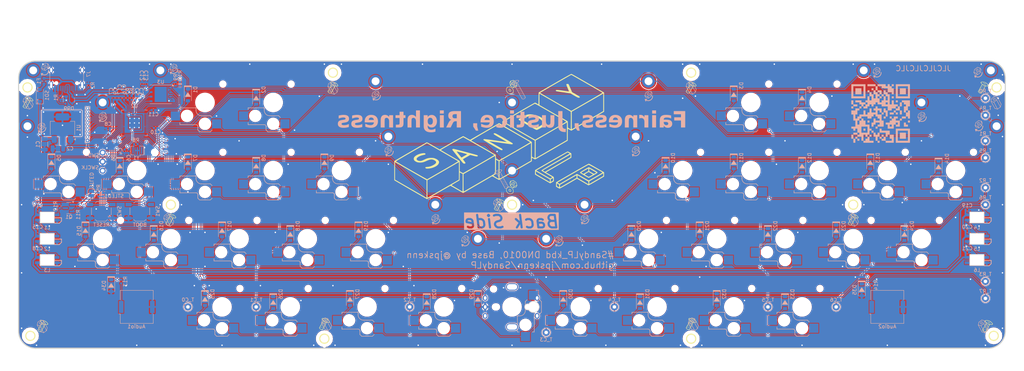
<source format=kicad_pcb>
(kicad_pcb (version 20240108) (generator "pcbnew") (generator_version "8.0")
  (title_block (title "Sandy") (date "2023-01-06") (rev "v.0") (company "@jpskenn"))
  (layers (0 "F.Cu" signal) (31 "B.Cu" signal) (34 "B.Paste" user) (35 "F.Paste" user) (36 "B.SilkS" user "B.Silkscreen") (37 "F.SilkS" user "F.Silkscreen") (38 "B.Mask" user) (39 "F.Mask" user) (44 "Edge.Cuts" user))
  (net 0 "")
  (net 1 "+3V3")
  (net 2 "+1V1")
  (net 3 "Net-(D33-A)")
  (net 4 "Net-(D11-A)")
  (net 5 "Net-(D24-A)")
  (net 6 "Net-(D1-A)")
  (net 7 "col0")
  (net 8 "Net-(D2-A)")
  (net 9 "Net-(D3-A)")
  (net 10 "Net-(D15-A)")
  (net 11 "Net-(D26-A)")
  (net 12 "VBUS")
  (net 13 "Net-(D4-A)")
  (net 14 "Net-(D5-A)")
  (net 15 "Net-(D6-A)")
  (net 16 "Net-(D7-A)")
  (net 17 "Net-(D8-A)")
  (net 18 "Net-(D9-A)")
  (net 19 "Net-(D10-A)")
  (net 20 "+5V")
  (net 21 "col1")
  (net 22 "D-")
  (net 23 "D+")
  (net 24 "Net-(D12-A)")
  (net 25 "Net-(D13-A)")
  (net 26 "Net-(D14-A)")
  (net 27 "col2")
  (net 28 "Net-(D16-A)")
  (net 29 "Net-(D17-A)")
  (net 30 "Net-(D18-A)")
  (net 31 "LED_D_5V")
  (net 32 "Net-(D19-A)")
  (net 33 "Net-(D32-A)")
  (net 34 "Net-(D20-A)")
  (net 35 "row6")
  (net 36 "Net-(D21-A)")
  (net 37 "row7")
  (net 38 "Net-(D22-A)")
  (net 39 "row2")
  (net 40 "Net-(D23-A)")
  (net 41 "Net-(D25-A)")
  (net 42 "col3")
  (net 43 "Net-(D29-A)")
  (net 44 "row4")
  (net 45 "Net-(D30-A)")
  (net 46 "Net-(D31-A)")
  (net 47 "Net-(D27-A)")
  (net 48 "Net-(SD1-A)")
  (net 49 "Net-(D28-A)")
  (net 50 "SWCLK")
  (net 51 "RESET")
  (net 52 "SWD")
  (net 53 "row3")
  (net 54 "col4")
  (net 55 "RE_Base1_A")
  (net 56 "RE_Base1_B")
  (net 57 "Net-(STLED1-A)")
  (net 58 "col5")
  (net 59 "col6")
  (net 60 "Net-(U2-USB_DP)")
  (net 61 "row0")
  (net 62 "row5")
  (net 63 "Net-(L2-DOUT)")
  (net 64 "Net-(U2-USB_DM)")
  (net 65 "Net-(U2-XOUT)")
  (net 66 "Net-(R8-Pad1)")
  (net 67 "Net-(J7-CC1)")
  (net 69 "Net-(J7-CC2)")
  (net 71 "Net-(L1-DOUT)")
  (net 72 "LED_D_5V_CONNECTION")
  (net 73 "Net-(L4-DOUT)")
  (net 74 "QSPI_SS")
  (net 75 "USB_BOOT")
  (net 76 "GPIO27")
  (net 77 "QSPI_SD3")
  (net 78 "GPIO26")
  (net 79 "Audio1")
  (net 80 "QSPI_SCLK")
  (net 81 "Net-(U2-XIN)")
  (net 82 "GPIO28")
  (net 83 "QSPI_SD2")
  (net 84 "QSPI_SD0")
  (net 85 "QSPI_SD1")
  (net 86 "GPIO29")
  (net 87 "Audio2")
  (net 88 "LED_D_3V3")
  (net 89 "Net-(JP1-B)")
  (net 90 "Net-(LS1-Pad1)")
  (net 91 "Net-(LS2-Pad1)")
  (net 92 "GND")
  (net 93 "row1")
  (net 94 "Net-(L5-DOUT)")
  (net 96 "GPIO22")
  (net 97 "GPIO25")
  (net 98 "GPIO23")
  (net 99 "GPIO24")
  (net 100 "GPIO20")
  (net 101 "GPIO21")
  (footprint "locallib:Kailh_socket_ChocV2" (layer "F.Cu") (at 235.371695 84.153685)
    (property "Reference" "SW_<1")
    (property "Value" "SW_Push")
  )
  (footprint "locallib:Kailh_socket_ChocV2" (layer "F.Cu") (at 254.421775 84.153685)
    (property "Reference" "SW_>1")
    (property "Value" "SW_Push")
  )
  (footprint "locallib:Kailh_socket_ChocV2" (layer "F.Cu") (at 54.395935 65.103565)
    (property "Reference" "SW_A1")
    (property "Value" "SW_Push")
  )
  (footprint "locallib:Kailh_socket_ChocV2" (layer "F.Cu") (at 82.970935 84.153645)
    (property "Reference" "SW_C1")
    (property "Value" "SW_Push")
  )
  (footprint "locallib:Kailh_socket_ChocV2" (layer "F.Cu") (at 92.495935 65.103565)
    (property "Reference" "SW_D1")
    (property "Value" "SW_Push")
  )
  (footprint "locallib:Kailh_socket_ChocV2" (layer "F.Cu") (at 92.495935 46.053485)
    (property "Reference" "SW_E1")
    (property "Value" "SW_Push")
  )
  (footprint "locallib:Kailh_socket_ChocV2" (layer "F.Cu") (at 111.545935 65.103565)
    (property "Reference" "SW_F1")
    (property "Value" "SW_Push")
  )
  (footprint "locallib:Kailh_socket_ChocV2" (layer "F.Cu") (at 225.846655 46.053525)
    (property "Reference" "SW_I1")
    (property "Value" "SW_Push")
  )
  (footprint "locallib:Kailh_socket_ChocV2" (layer "F.Cu") (at 225.846655 65.103605)
    (property "Reference" "SW_K1")
    (property "Value" "SW_Push")
  )
  (footprint "locallib:Kailh_socket_ChocV2" (layer "F.Cu") (at 244.896735 65.103605)
    (property "Reference" "SW_L1")
    (property "Value" "SW_Push")
  )
  (footprint "locallib:Kailh_socket_ChocV2" (layer "F.Cu") (at 216.321615 84.153645)
    (property "Reference" "SW_M1")
    (property "Value" "SW_Push")
  )
  (footprint "locallib:Kailh_socket_ChocV2" (layer "F.Cu") (at 197.271535 84.153645)
    (property "Reference" "SW_N1")
    (property "Value" "SW_Push")
  )
  (footprint "locallib:Kailh_socket_ChocV2" (layer "F.Cu") (at 244.896735 46.053525)
    (property "Reference" "SW_O1")
    (property "Value" "SW_Push")
  )
  (footprint "locallib:Kailh_socket_ChocV2" (layer "F.Cu") (at 102.020935 84.153645)
    (property "Reference" "SW_V1")
    (property "Value" "SW_Push")
  )
  (footprint "locallib:Kailh_socket_ChocV2" (layer "F.Cu") (at 73.445935 46.053485)
    (property "Reference" "SW_W1")
    (property "Value" "SW_Push")
  )
  (footprint "locallib:Kailh_socket_ChocV2" (layer "F.Cu") (at 63.920935 84.153645)
    (property "Reference" "SW_X1")
    (property "Value" "SW_Push")
  )
  (footprint "locallib:Kailh_socket_ChocV2" (layer "F.Cu") (at 44.870935 84.153645)
    (property "Reference" "SW_Z1")
    (property "Value" "SW_Push")
  )
  (footprint "locallib:Kailh_socket_ChocV2" (layer "F.Cu") (at 97.258435 103.203765)
    (property "Reference" "SW_LALTu1")
    (property "Value" "SW_Push")
  )
  (footprint "locallib:Kailh_socket_ChocV2" (layer "F.Cu") (at 221.083435 103.203765)
    (property "Reference" "SW_RALT1")
    (property "Value" "SW_Push")
  )
  (footprint "locallib:Kailh_socket_ChocV2" (layer "F.Cu") (at 282.995935 65.103605)
    (property "Reference" "SW_ENT1")
    (property "Value" "SW_Push")
  )
  (footprint "locallib:Kailh_socket_ChocV2" (layer "F.Cu") (at 263.945975 65.103765)
    (property "Reference" "SW_;1")
    (property "Value" "SW_Push")
  )
  (footprint "locallib:Kailh_socket_ChocV2" (layer "F.Cu") (at 35.345935 65.103765)
    (property "Reference" "SW_CTL1")
    (property "Value" "SW_Push")
  )
  (footprint "locallib:Kailh_socket_ChocV2" (layer "F.Cu") (at 273.472015 84.153685)
    (property "Reference" "SW_/1")
    (property "Value" "SW_Push")
  )
  (footprint "locallib:Kailh_socket_ChocV2" (layer "F.Cu") (at 73.445935 65.103565)
    (property "Reference" "SW_S1")
    (property "Value" "SW_Push")
  )
  (footprint "locallib:MountingHole_2.2mm_M2_No_Cu" (layer "F.Cu") (at 23.895935 41.840905)
    (property "Reference" "H_btm_1")
    (property "Value" "MountingHole")
  )
  (footprint "locallib:MountingHole_2.2mm_M2_No_Cu" (layer "F.Cu") (at 109.164685 37.71903)
    (property "Reference" "H_btm_2")
    (property "Value" "MountingHole")
  )
  (footprint "locallib:MountingHole_2.2mm_M2_No_Cu" (layer "F.Cu") (at 209.177185 37.71903)
    (property "Reference" "H_btm_3")
    (property "Value" "MountingHole")
  )
  (footprint "locallib:Kailh_socket_ChocV2" (layer "F.Cu") (at 78.208434 103.203765)
    (property "Reference" "SW_LWIN1")
    (property "Value" "SW_Push")
  )
  (footprint "locallib:MountingHole_2.2mm_M2_No_Cu" (layer "F.Cu") (at 294.445935 41.840905)
    (property "Reference" "H_btm_4")
    (property "Value" "MountingHole")
  )
  (footprint "locallib:Kailh_socket_ChocV2" (layer "F.Cu") (at 206.796575 65.103565)
    (property "Reference" "SW_J1")
    (property "Value" "SW_Push")
  )
  (footprint "locallib:Kailh_socket_ChocV2" (layer "F.Cu") (at 118.689685 103.203405)
    (property "Reference" "SW_LSPC1")
    (property "Value" "SW_Push")
  )
  (footprint "locallib:ICON_Screw_Medium" (layer "F.Cu") (at 63.833662 81.370431)
    (property "Reference" "REF**" (hide yes))
    (property "Value" "ICON_Screw_Medium")
  )
  (footprint "locallib:ICON_Screw_Medium" (layer "F.Cu") (at 109.07745 44.461025)
    (property "Reference" "REF**" (hide yes))
    (property "Value" "ICON_Screw_Medium")
  )
  (footprint "locallib:MountingHole_2.2mm_M2_No_Cu" (layer "F.Cu") (at 106.783435 112.08778)
    (property "Reference" "H_btm_9")
    (property "Value" "MountingHole")
  )
  (footprint "locallib:MountingHole_2.2mm_M2_No_Cu" (layer "F.Cu") (at 24.695935 111.28778)
    (property "Reference" "H_btm_8")
    (property "Value" "MountingHole")
  )
  (footprint "locallib:Kailh_socket_ChocV2" (layer "F.Cu") (at 240.133435 103.203405)
    (property "Reference" "SW_RWIN1")
    (property "Value" "SW_Push")
  )
  (footprint "locallib:ICON_Screw_Medium" (layer "F.Cu") (at 28.114882 111.136081)
    (property "Reference" "REF**" (hide yes))
    (property "Value" "ICON_Screw_Medium")
  )
  (footprint "locallib:ChocV2_AND_RotaryEncoder_Alps_EC11K-Switch_Vertical_H20mm_NPTH_MP_minimal" (layer "F.Cu") (at 159.170935 103.203765 90)
    (property "Reference" "SW_R5CNT_C1" (hide yes))
    (property "Value" "RotaryEncoder_Switch")
    (fp_line (start 0.8 4.35) (end 0.8 4.700001) (stroke (width 0.12)) (layer "Edge.Cuts"))
    (fp_line (start -0.8 4.35) (end -0.8 4.700001) (stroke (width 0.12)) (layer "Edge.Cuts"))
    (fp_arc (start -0.8 4.35) (mid 0 3.55) (end 0.8 4.35) (stroke (width 0.12)) (layer "Edge.Cuts"))
    (fp_arc (start 0.8 4.700001) (mid 0 7.526433) (end -0.8 4.700001) (stroke (width 0.12)) (layer "Edge.Cuts"))
  )
  (footprint "locallib:Kailh_socket_ChocV2" (layer "F.Cu") (at 140.121375 103.203765)
    (property "Reference" "SW_R5CNT_L1")
    (property "Value" "SW_Push")
  )
  (footprint "locallib:Kailh_socket_ChocV2" (layer "F.Cu") (at 121.070935 84.153405)
    (property "Reference" "SW_B1")
    (property "Value" "SW_Push")
  )
  (footprint "locallib:Kailh_socket_ChocV2" (layer "F.Cu") (at 199.652185 103.203405)
    (property "Reference" "SW_RSPC1")
    (property "Value" "SW_Push")
  )
  (footprint "locallib:Kailh_socket_ChocV2" (layer "F.Cu") (at 178.220975 103.203765)
    (property "Reference" "SW_R5CNT_R1")
    (property "Value" "SW_Push")
  )
  (footprint "locallib:ICON_Screw_Medium" (layer "F.Cu") (at 291.838541 111.136081)
    (property "Reference" "REF**" (hide yes))
    (property "Value" "ICON_Screw_Medium")
  )
  (footprint "locallib:MountingHole_2.2mm_M2_No_Cu" (layer "F.Cu") (at 293.645935 111.28778)
    (property "Reference" "H_btm_11")
    (property "Value" "MountingHole")
  )
  (footprint "locallib:MountingHole_2.2mm_M2_No_Cu" (layer "F.Cu") (at 63.920935 74.628405)
    (property "Reference" "H_btm_5")
    (property "Value" "MountingHole")
  )
  (footprint "locallib:ICON_Screw_Medium" (layer "F.Cu") (at 209.090034 110.540768)
    (property "Reference" "REF**" (hide yes))
    (property "Value" "ICON_Screw_Medium")
  )
  (footprint "locallib:ICON_Screw_Medium" (layer "F.Cu") (at 254.333822 81.370431)
    (property "Reference" "REF**" (hide yes))
    (property "Value" "ICON_Screw_Medium")
  )
  (footprint "locallib:MountingHole_2.2mm_M2_No_Cu" (layer "F.Cu") (at 254.420935 74.628405)
    (property "Reference" "H_btm_7")
    (property "Value" "MountingHole")
  )
  (footprint "locallib:SandyLP_outline_Base_gentle_corner" (layer "F.Cu") (at 159.170935 84.153405)
    (property "Reference" "REF**" (hide yes))
    (property "Value" "60_Outline" (hide yes))
    (fp_line (start -137.7625 25.84371) (end -137.7625 -44.94379) (stroke (width 0.3)) (layer "Edge.Cuts"))
    (fp_line (start 132.95 -49.70629) (end -133 -49.70629) (stroke (width 0.3)) (layer "Edge.Cuts"))
    (fp_line (start 132.95 30.60621) (end -133 30.60621) (stroke (width 0.3)) (layer "Edge.Cuts"))
    (fp_line (start 137.7125 25.84371) (end 137.7125 -44.94379) (stroke (width 0.3)) (layer "Edge.Cuts"))
    (fp_arc (start -137.7625 -44.94379) (mid -136.367596 -48.311386) (end -133 -49.70629) (stroke (width 0.3)) (layer "Edge.Cuts"))
    (fp_arc (start -133 30.60621) (mid -136.367596 29.211306) (end -137.7625 25.84371) (stroke (width 0.3)) (layer "Edge.Cuts"))
    (fp_arc (start 132.95 -49.70629) (mid 136.317593 -48.311385) (end 137.7125 -44.94379) (stroke (width 0.3)) (layer "Edge.Cuts"))
    (fp_arc (start 137.7125 25.84371) (mid 136.317593 29.2113) (end 132.95 30.60621) (stroke (width 0.3)) (layer "Edge.Cuts"))
  )
  (footprint "locallib:ICON_Nut & Washer" (layer "F.Cu") (at 159.171051 44.26748)
    (property "Reference" "REF**")
    (property "Value" "ICON_Nut & Washer")
  )
  (footprint "locallib:ICON_Screw_Medium" (layer "F.Cu") (at 155.511864 77.20324)
    (property "Reference" "REF**" (hide yes))
    (property "Value" "ICON_Screw_Medium")
  )
  (footprint "locallib:MountingHole_2.2mm_M2_No_Cu" (layer "F.Cu") (at 159.170935 74.628405)
    (property "Reference" "H_btm_6")
    (property "Value" "MountingHole")
  )
  (footprint "locallib:ICON_Screw_Medium" (layer "F.Cu") (at 23.947691 48.628216)
    (property "Reference" "REF**" (hide yes))
    (property "Value" "ICON_Screw_Medium")
  )
  (footprint "locallib:ICON_Screw_Medium" (layer "F.Cu") (at 106.696198 110.540768)
    (property "Reference" "REF**" (hide yes))
    (property "Value" "ICON_Screw_Medium")
  )
  (footprint "locallib:SandyLP_logo_w60" (layer "F.Cu") (at 155.59906 55.578405)
    (property "Reference" "LOGO1" (hide yes))
    (property "Value" "Logo_Base" (hide yes))
  )
  (footprint "locallib:MountingHole_2.2mm_M2_No_Cu" (layer "F.Cu") (at 209.177185 112.08778)
    (property "Reference" "H_btm_10")
    (property "Value" "MountingHole")
  )
  (footprint "locallib:ICON_Screw_Medium" (layer "F.Cu") (at 290.647915 44.461025)
    (property "Reference" "REF**" (hide yes))
    (property "Value" "ICON_Screw_Medium")
  )
  (footprint "locallib:ICON_Nut & Washer" (layer "F.Cu") (at 159.171051 72.247191)
    (property "Reference" "REF**")
    (property "Value" "ICON_Nut & Washer")
  )
  (footprint "locallib:ICON_Screw_Medium" (layer "F.Cu") (at 209.090034 44.461025)
    (property "Reference" "REF**" (hide yes))
    (property "Value" "ICON_Screw_Medium")
  )
  (footprint "locallib:TestPoint_THTPad_D2.0mm_Drill1.0mm" (layer "B.Cu") (at 130.595934 103.203405 180)
    (property "Reference" "T_C2")
    (property "Value" "Conn_01x01")
  )
  (footprint "locallib:TestPoint_THTPad_D2.0mm_Drill1.0mm" (layer "B.Cu") (at 187.745934 103.203405 180)
    (property "Reference" "T_C4")
    (property "Value" "Conn_01x01")
  )
  (footprint "locallib:TestPoint_THTPad_D2.0mm_Drill1.0mm" (layer "B.Cu") (at 249.658434 103.203405 180)
    (property "Reference" "T_C6")
    (property "Value" "Conn_01x01")
  )
  (footprint "locallib:TestPoint_THTPad_D2.0mm_Drill1.0mm" (layer "B.Cu") (at 68.683434 103.203405 180)
    (property "Reference" "T_C0")
    (property "Value" "Conn_01x01")
  )
  (footprint "locallib:TestPoint_THTPad_D2.0mm_Drill1.0mm" (layer "B.Cu") (at 291.33031 69.865905 180)
    (property "Reference" "T_R2")
    (property "Value" "Conn_01x01")
  )
  (footprint "locallib:TestPoint_THTPad_D2.0mm_Drill1.0mm" (layer "B.Cu") (at 291.33031 96.059655 180)
    (property "Reference" "T_R3")
    (property "Value" "Conn_01x01")
  )
  (footprint "locallib:TestPoint_THTPad_D2.0mm_Drill1.0mm" (layer "B.Cu") (at 230.608434 103.203405 180)
    (property "Reference" "T_C5")
    (property "Value" "Conn_01x01")
  )
  (footprint "locallib:TestPoint_THTPad_D2.0mm_Drill1.0mm" (layer "B.Cu") (at 291.33031 49.62528 180)
    (property "Reference" "T_R4")
    (property "Value" "Conn_01x01")
  )
  (footprint "locallib:TestPoint_THTPad_D2.0mm_Drill1.0mm" (layer "B.Cu") (at 291.33031 74.628405 180)
    (property "Reference" "T_R6")
    (property "Value" "Conn_01x01")
  )
  (footprint "locallib:TestPoint_THTPad_D2.0mm_Drill1.0mm" (layer "B.Cu") (at 291.33031 56.76903 180)
    (property "Reference" "T_R1")
    (property "Value" "Conn_01x01")
  )
  (footprint "locallib:TestPoint_THTPad_D2.0mm_Drill1.0mm" (layer "B.Cu") (at 291.33031 61.53153 180)
    (property "Reference" "T_R5")
    (property "Value" "Conn_01x01")
  )
  (footprint "locallib:USB_C_Receptacle_HRO_TYPE-C-31-M-12" (layer "B.Cu") (at 34.845935 38.047115)
    (property "Reference" "J7")
    (property "Value" "USB_C_Receptacle_USB2.0")
  )
  (footprint "locallib:TestPoint_THTPad_D2.0mm_Drill1.0mm" (layer "B.Cu") (at 168.696059 110.347219)
    (property "Reference" "T_C3")
    (property "Value" "Conn_01x01")
  )
  (footprint "locallib:TestPoint_THTPad_D2.0mm_Drill1.0mm" (layer "B.Cu") (at 291.33031 44.86278 180)
    (property "Reference" "T_R0")
    (property "Value" "Conn_01x01")
  )
  (footprint "locallib:TestPoint_THTPad_D2.0mm_Drill1.0mm" (layer "B.Cu") (at 87.733434 103.203405 180)
    (property "Reference" "T_C1")
    (property "Value" "Conn_01x01")
  )
  (footprint "locallib:D_SOD-123_Emphasized_Direction_Line_Reference_on_bottom" (layer "B.Cu") (at 68.670935 62.928405 -90)
    (property "Reference" "D7")
    (property "Value" "D")
  )
  (footprint "locallib:MountingHole_1.8-2.2mm_M2_Pad_minimal" (layer "B.Cu") (at 257.345935 37.078405)
    (property "Reference" "H_mid_6" (hide yes))
    (property "Value" "MountingHole")
  )
  (footprint "locallib:ICON_Nut" (layer "B.Cu") (at 179.411693 78.200321 180)
    (property "Reference" "REF**" (hide yes))
    (property "Value" "ICON_Nut")
  )
  (footprint "locallib:D_SOD-123_Emphasized_Direction_Line_Reference_on_bottom" (layer "B.Cu") (at 87.733435 63.91278 -90)
    (property "Reference" "D8")
    (property "Value" "D")
  )
  (footprint "locallib:MountingHole_1.8-2.2mm_M2_Pad_minimal" (layer "B.Cu") (at 124.64281 55.578405 180)
    (property "Reference" "H_mid_10" (hide yes))
    (property "Value" "MountingHole")
  )
  (footprint "locallib:D_SOD-123_Emphasized_Direction_Line_Reference_on_bottom" (layer "B.Cu") (at 92.495935 102.01278 -90)
    (property "Reference" "D26")
    (property "Value" "D")
  )
  (footprint "locallib:ICON_Screw_Long_Medium" (layer "B.Cu") (at 161.599458 46.103148 180)
    (property "Reference" "REF**" (hide yes))
    (property "Value" "ICON_Screw_Long_Medium")
  )
  (footprint "locallib:D_SOD-123_Emphasized_Direction_Line_Reference_on_bottom" (layer "B.Cu") (at 135.358435 102.01278 -90)
    (property "Reference" "D28")
    (property "Value" "D")
  )
  (footprint "locallib:ICON_Nut" (layer "B.Cu") (at 273.471147 49.625297 180)
    (property "Reference" "REF**" (hide yes))
    (property "Value" "ICON_Nut")
  )
  (footprint "locallib:ICON_Spacer" (layer "B.Cu") (at 109.122512 44.593292 180)
    (property "Reference" "REF**")
    (property "Value" "ICON_Spacer")
  )
  (footprint "locallib:YS-SK6812MINI-E_middle_hole_with_small_pad" (layer "B.Cu") (at 29.39281 90.10653 180)
    (property "Reference" "L3")
    (property "Value" "SK6812MINI-E")
    (fp_line (start 1.95 1.5) (end 1.95 -1.5) (stroke (width 0.12)) (layer "Edge.Cuts"))
    (fp_line (start 1.95 -1.5) (end -1.95 -1.5) (stroke (width 0.12)) (layer "Edge.Cuts"))
    (fp_line (start -1.95 1.5) (end 1.95 1.5) (stroke (width 0.12)) (layer "Edge.Cuts"))
    (fp_line (start -1.95 -1.5) (end -1.95 1.5) (stroke (width 0.12)) (layer "Edge.Cuts"))
  )
  (footprint "Capacitor_SMD:C_0402_1005Metric" (layer "B.Cu") (at 48.858435 44.784655 90)
    (property "Reference" "C9")
    (property "Value" "100n")
  )
  (footprint "locallib:ICON_arrow_round_small" (layer "B.Cu") (at 274.058435 51.184655)
    (property "Reference" "REF**" (hide yes))
    (property "Value" "ICON_arrow_round_small")
  )
  (footprint "locallib:MountingHole_1.8-2.2mm_M2_Pad_minimal" (layer "B.Cu") (at 149.645935 84.153405)
    (property "Reference" "H_mid_17" (hide yes))
    (property "Value" "MountingHole")
  )
  (footprint "locallib:ICON_Spacer" (layer "B.Cu") (at 294.264855 48.760483 180)
    (property "Reference" "REF**")
    (property "Value" "ICON_Spacer")
  )
  (footprint "LED_SMD:LED_0402_1005Metric" (layer "B.Cu") (at 44.970935 71.824655 -90)
    (property "Reference" "STLED1")
    (property "Value" "LED_GREEN")
  )
  (footprint "locallib:YS-SK6812MINI-E_middle_hole_with_small_pad" (layer "B.Cu") (at 288.94906 90.10653 180)
    (property "Reference" "L6")
    (property "Value" "SK6812MINI-E")
    (fp_line (start 1.95 1.5) (end 1.95 -1.5) (stroke (width 0.12)) (layer "Edge.Cuts"))
    (fp_line (start 1.95 -1.5) (end -1.95 -1.5) (stroke (width 0.12)) (layer "Edge.Cuts"))
    (fp_line (start -1.95 1.5) (end 1.95 1.5) (stroke (width 0.12)) (layer "Edge.Cuts"))
    (fp_line (start -1.95 -1.5) (end -1.95 1.5) (stroke (width 0.12)) (layer "Edge.Cuts"))
  )
  (footprint "Resistor_SMD:R_0402_1005Metric" (layer "B.Cu") (at 52.958435 44.784655 90)
    (property "Reference" "R6")
    (property "Value" "27")
  )
  (footprint "Connector_PinHeader_1.00mm:PinHeader_1x10_P1.00mm_Vertical" (layer "B.Cu") (at 40.658435 56.684655)
    (property "Reference" "J1")
    (property "Value" "Conn_01x10_Pin")
  )
  (footprint "locallib:D_SOD-123_Emphasized_Direction_Line_Reference_on_bottom" (layer "B.Cu") (at 78.208435 81.928405 -90)
    (property "Reference" "D17")
    (property "Value" "D")
  )
  (footprint "locallib:ICON_arrow_round_small" (layer "B.Cu") (at 125.258435 60.784655)
    (property "Reference" "REF**" (hide yes))
    (property "Value" "ICON_arrow_round_small")
  )
  (footprint "locallib:ICON_Nut" (layer "B.Cu") (at 289.458435 51.984655 180)
    (property "Reference" "REF**" (hide yes))
    (property "Value" "ICON_Nut")
  )
  (footprint "Resistor_SMD:R_0402_1005Metric" (layer "B.Cu") (at 65.270935 40.874655 -90)
    (property "Reference" "R9")
    (property "Value" "10k")
  )
  (footprint "Capacitor_SMD:C_0402_1005Metric" (layer "B.Cu") (at 59.670935 53.184655)
    (property "Reference" "C10")
    (property "Value" "100n")
  )
  (footprint "locallib:MountingHole_1.8-2.2mm_M2_Pad_minimal" (layer "B.Cu") (at 292.845935 37.078405 180)
    (property "Reference" "H_mid_7" (hide yes))
    (property "Value" "MountingHole")
  )
  (footprint "Capacitor_SMD:C_0402_1005Metric" (layer "B.Cu") (at 286.258435 87.984655 180)
    (property "Reference" "C21")
    (property "Value" "100n")
  )
  (footprint "Capacitor_SMD:C_0402_1005Metric" (layer "B.Cu") (at 59.058435 48.184655)
    (property "Reference" "C11")
    (property "Value" "100n")
  )
  (footprint "locallib:D_SOD-123_Emphasized_Direction_Line_Reference_on_bottom" (layer "B.Cu") (at 192.508435 82.96278 -90)
    (property "Reference" "D20")
    (property "Value" "D")
  )
  (footprint "locallib:ICON_Spacer" (layer "B.Cu") (at 107.336573 110.673035 180)
    (property "Reference" "REF**")
    (property "Value" "ICON_Spacer")
  )
  (footprint "Package_TO_SOT_SMD:SOT-223-3_TabPin2" (layer "B.Cu") (at 33.658435 53.228405 90)
    (property "Reference" "U1")
    (property "Value" "NCP1117-3.3_SOT223")
  )
  (footprint "locallib:ICON_Spacer" (layer "B.Cu") (at 209.135096 44.593292 180)
    (property "Reference" "REF**")
    (property "Value" "ICON_Spacer")
  )
  (footprint "Capacitor_SMD:C_0402_1005Metric" (layer "B.Cu") (at 54.058435 44.784655 90)
    (property "Reference" "C5")
    (property "Value" "100n")
  )
  (footprint "Capacitor_SMD:C_1206_3216Metric" (layer "B.Cu") (at 28.658435 57.753405 -90)
    (property "Reference" "C1")
    (property "Value" "10u")
  )
  (footprint "locallib:ICON_Nut" (layer "B.Cu") (at 146.074165 84.153451 180)
    (property "Reference" "REF**" (hide yes))
    (property "Value" "ICON_Nut")
  )
  (footprint "locallib:D_SOD-123_Emphasized_Direction_Line_Reference_on_bottom" (layer "B.Cu") (at 113.927185 101.128405 -90)
    (property "Reference" "D27")
    (property "Value" "D")
  )
  (footprint "locallib:MountingHole_1.8-2.2mm_M2_Pad_minimal" (layer "B.Cu") (at 25.495935 37.078405)
    (property "Reference" "H_mid_1" (hide yes))
    (property "Value" "MountingHole")
  )
  (footprint "locallib:D_SOD-123_Emphasized_Direction_Line_Reference_on_bottom" (layer "B.Cu") (at 249.658435 81.928405 -90)
    (property "Reference" "D23")
    (property "Value" "D")
  )
  (footprint "Capacitor_SMD:C_0402_1005Metric" (layer "B.Cu") (at 286.258435 81.984655 180)
    (property "Reference" "C20")
    (property "Value" "100n")
  )
  (footprint "locallib:ICON_Nut" (layer "B.Cu") (at 289.111594 37.123724 180)
    (property "Reference" "REF**" (hide yes))
    (property "Value" "ICON_Nut")
  )
  (footprint "Resistor_SMD:R_0402_1005Metric" (layer "B.Cu") (at 259.595934 97.278405 90)
    (property "Reference" "R14")
    (property "Value" "1k")
  )
  (footprint "locallib:MountingHole_1.8-2.2mm_M2_Pad_minimal" (layer "B.Cu") (at 294.445935 52.678405 180)
    (property "Reference" "H_mid_14" (hide yes))
    (property "Value" "MountingHole")
  )
  (footprint "locallib:ICON_Nut" (layer "B.Cu") (at 137.739783 78.200321 180)
    (property "Reference" "REF**" (hide yes))
    (property "Value" "ICON_Nut")
  )
  (footprint "locallib:MountingHole_1.8-2.2mm_M2_Pad_minimal" (layer "B.Cu") (at 44.870935 46.053405 180)
    (property "Reference" "H_mid_9" (hide yes))
    (property "Value" "MountingHole")
  )
  (footprint "Fuse:Fuse_0603_1608Metric" (layer "B.Cu") (at 28.495935 40.090905 -90)
    (property "Reference" "F1")
    (property "Value" "Fuse")
  )
  (footprint "locallib:ICON_Spacer" (layer "B.Cu") (at 155.361864 77.335507 180)
    (property "Reference" "REF**")
    (property "Value" "ICON_Spacer")
  )
  (footprint "locallib:ICON_Spacer" (layer "B.Cu") (at 63.283411 81.502698 180)
    (property "Reference" "REF**")
    (property "Value" "ICON_Spacer")
  )
  (footprint "Button_Switch_SMD:SW_SPST_TL3342" (layer "B.Cu") (at 44.508435 76.484655 180)
    (property "Reference" "SW2")
    (property "Value" "RESET")
  )
  (footprint "Capacitor_SMD:C_1206_3216Metric" (layer "B.Cu") (at 32.383435 58.928405 180)
    (property "Reference" "C2")
    (property "Value" "10u")
  )
  (footprint "Capacitor_SMD:C_0402_1005Metric" (layer "B.Cu") (at 47.858435 44.784655 90)
    (property "Reference" "C7")
    (property "Value" "100n")
  )
  (footprint "locallib:ICON_arrow_round_small" (layer "B.Cu") (at 138.258435 79.784655)
    (property "Reference" "REF**" (hide yes))
    (property "Value" "ICON_arrow_round_small")
  )
  (footprint "locallib:D_SOD-123_Emphasized_Direction_Line_Reference_on_bottom" (layer "B.Cu") (at 221.070935 62.928405 -90)
    (property "Reference" "D11")
    (property "Value" "D")
  )
  (footprint "locallib:D_SOD-123_Emphasized_Direction_Line_Reference_on_bottom" (layer "B.Cu") (at 230.608435 82.96278 -90)
    (property "Reference" "D22")
    (property "Value" "D")
  )
  (footprint "locallib:PinHeader_1x03_P2.54mm_Vertical_All_circle" (layer "B.Cu") (at 44.870935 65.128405)
    (property "Reference" "J8" (hide yes))
    (property "Value" "Conn_01x03")
  )
  (footprint "locallib:D_SOD-123_Emphasized_Direction_Line_Reference_on_bottom" (layer "B.Cu") (at 194.889685 102.01278 -90)
    (property "Reference" "D31")
    (property "Value" "D")
  )
  (footprint "locallib:MountingHole_1.8-2.2mm_M2_Pad_minimal" (layer "B.Cu") (at 159.170935 46.053405)
    (property "Reference" "H_mid_4" (hide yes))
    (property "Value" "MountingHole")
  )
  (footprint "locallib:ICON_arrow_round_small" (layer "B.Cu") (at 179.858435 79.784655)
    (property "Reference" "REF**" (hide yes))
    (property "Value" "ICON_arrow_round_small")
  )
  (footprint "Capacitor_SMD:C_0402_1005Metric" (layer "B.Cu") (at 52.158435 59.684655 -90)
    (property "Reference" "C6")
    (property "Value" "100n")
  )
  (footprint "locallib:ICON_arrow_round_small" (layer "B.Cu") (at 194.058435 60.784655)
    (property "Reference" "REF**" (hide yes))
    (property "Value" "ICON_arrow_round_small")
  )
  (footprint "locallib:D_SOD-123_Emphasized_Direction_Line_Reference_on_bottom" (layer "B.Cu") (at 211.558435 81.928405 -90)
    (property "Reference" "D21")
    (property "Value" "D")
  )
  (footprint "Diode_SMD:D_SOD-123" (layer "B.Cu") (at 27.345935 44.097115 90)
    (property "Reference" "SD1")
    (property "Value" "Schottky diode")
  )
  (footprint "locallib:ICON_Nut" (layer "B.Cu") (at 44.870955 49.625297 180)
    (property "Reference" "REF**" (hide yes))
    (property "Value" "ICON_Nut")
  )
  (footprint "locallib:MountingHole_1.8-2.2mm_M2_Pad_minimal" (layer "B.Cu") (at 179.41156 74.628405)
    (property "Reference" "H_mid_16" (hide yes))
    (property "Value" "MountingHole")
  )
  (footprint "locallib:ICON_Nut" (layer "B.Cu") (at 27.769187 52.601862 180)
    (property "Reference" "REF**" (hide yes))
    (property "Value" "ICON_Nut")
  )
  (footprint "locallib:ICON_Spacer" (layer "B.Cu") (at 254.408822 81.502698 180)
    (property "Reference" "REF**")
    (property "Value" "ICON_Spacer")
  )
  (footprint "Buzzer_Beeper:Buzzer_Murata_PKMCS0909E" (layer "B.Cu") (at 54.395935 103.203405)
    (property "Reference" "LS1" (hide yes))
    (property "Value" "Speaker")
  )
  (footprint "locallib:D_SOD-123_Emphasized_Direction_Line_Reference_on_bottom" (layer "B.Cu") (at 256.802184 98.440905 -90)
    (property "Reference" "D35")
    (property "Value" "D")
  )
  (footprint "Package_SON:WSON-8-1EP_6x5mm_P1.27mm_EP3.4x4.3mm" (layer "B.Cu") (at 61.095935 43.784655 180)
    (property "Reference" "U3")
    (property "Value" "W25Q128JVPIQ")
  )
  (footprint "locallib:TestPoint_THTPad_D2.0mm_Drill1.0mm" (layer "B.Cu") (at 291.33031 100.822155 180)
    (property "Reference" "T_R7")
    (property "Value" "Conn_01x01")
  )
  (footprint "Capacitor_SMD:C_0402_1005Metric" (layer "B.Cu") (at 50.958435 59.684655 -90)
    (property "Reference" "C4")
    (property "Value" "100n")
  )
  (footprint "locallib:MountingHole_1.8-2.2mm_M2_Pad_minimal" (layer "B.Cu") (at 197.270935 40.10028 180)
    (property "Reference" "H_mid_5" (hide yes))
    (property "Value" "MountingHole")
  )
  (footprint "Resistor_SMD:R_0402_1005Metric" (layer "B.Cu") (at 51.858435 44.784655 90)
    (property "Reference" "R7")
    (property "Value" "27")
  )
  (footprint "Jumper:SolderJumper-2_P1.3mm_Open_RoundedPad1.0x1.5mm" (layer "B.Cu") (at 41.758435 71.484655 90)
    (property "Reference" "JP1" (hide yes))
    (property "Value" "SolderJumper_2_Open")
  )
  (footprint "Capacitor_SMD:C_0402_1005Metric" (layer "B.Cu") (at 55.158435 44.784655 90)
    (property "Reference" "C3")
    (property "Value" "100n")
  )
  (footprint "locallib:D_SOD-123_Emphasized_Direction_Line_Reference_on_bottom" (layer "B.Cu") (at 202.033435 63.91278 -90)
    (property "Reference" "D10")
    (property "Value" "D")
  )
  (footprint "locallib:YS-SK6812MINI-E_middle_hole_with_small_pad" (layer "B.Cu") (at 288.94906 84.153405 180)
    (property "Reference" "L5")
    (property "Value" "SK6812MINI-E")
    (fp_line (start 1.95 1.5) (end 1.95 -1.5) (stroke (width 0.12)) (layer "Edge.Cuts"))
    (fp_line (start 1.95 -1.5) (end -1.95 -1.5) (stroke (width 0.12)) (layer "Edge.Cuts"))
    (fp_line (start -1.95 1.5) (end 1.95 1.5) (stroke (width 0.12)) (layer "Edge.Cuts"))
    (fp_line (start -1.95 -1.5) (end -1.95 1.5) (stroke (width 0.12)) (layer "Edge.Cuts"))
  )
  (footprint "locallib:D_SOD-123_Emphasized_Direction_Line_Reference_on_bottom" (layer "B.Cu") (at 240.133435 63.91278 -90)
    (property "Reference" "D12")
    (property "Value" "D")
  )
  (footprint "Resistor_SMD:R_0402_1005Metric" (layer "B.Cu") (at 54.158435 57.684655)
    (property "Reference" "R8")
    (property "Value" "1k")
  )
  (footprint "Capacitor_SMD:C_0402_1005Metric" (layer "B.Cu") (at 26.738435 75.984655 180)
    (property "Reference" "C14")
    (property "Value" "100n")
  )
  (footprint "locallib:ICON_Screw_Long_Medium" (layer "B.Cu") (at 156.836954 71.106294 180)
    (property "Reference" "REF**" (hide yes))
    (property "Value" "ICON_Screw_Long_Medium")
  )
  (footprint "locallib:ICON_Spacer" (layer "B.Cu") (at 24.022691 48.760483 180)
    (property "Reference" "REF**")
    (property "Value" "ICON_Spacer")
  )
  (footprint "locallib:ICON_Nut" (layer "B.Cu") (at 28.847222 35.933098 180)
    (property "Reference" "REF**" (hide yes))
    (property "Value" "ICON_Nut")
  )
  (footprint "locallib:YS-SK6812MINI-E_middle_hole_with_small_pad" (layer "B.Cu") (at 288.94906 78.20028 180)
    (property "Reference" "L4")
    (property "Value" "SK6812MINI-E")
    (fp_line (start 1.95 1.5) (end 1.95 -1.5) (stroke (width 0.12)) (layer "Edge.Cuts"))
    (fp_line (start 1.95 -1.5) (end -1.95 -1.5) (stroke (width 0.12)) (layer "Edge.Cuts"))
    (fp_line (start -1.95 1.5) (end 1.95 1.5) (stroke (width 0.12)) (layer "Edge.Cuts"))
    (fp_line (start -1.95 -1.5) (end -1.95 1.5) (stroke (width 0.12)) (layer "Edge.Cuts"))
  )
  (footprint "locallib:D_SOD-123_Emphasized_Direction_Line_Reference_on_bottom" (layer "B.Cu") (at 173.458435 101.128405 -90)
    (property "Reference" "D30")
    (property "Value" "D")
  )
  (footprint "Button_Switch_SMD:SW_SPST_TL3342" (layer "B.Cu") (at 55.258435 76.484655 180)
    (property "Reference" "SW1")
    (property "Value" "BOOT")
  )
  (footprint "locallib:ICON_arrow_round_small" (layer "B.Cu") (at 289.658435 38.784655)
    (property "Reference" "REF**" (hide yes))
    (property "Value" "ICON_arrow_round_small")
  )
  (footprint "locallib:D_SOD-123_Emphasized_Direction_Line_Reference_on_bottom" (layer "B.Cu") (at 268.708435 82.96278 -90)
    (property "Reference" "D24")
    (property "Value" "D")
  )
  (footprint "locallib:ICON_arrow_round_small" (layer "B.Cu") (at 65.058435 37.784655)
    (property "Reference" "REF**" (hide yes))
    (property "Value" "ICON_arrow_round_small")
  )
  (footprint "Buzzer_Beeper:Buzzer_Murata_PKMCS0909E" (layer "B.Cu") (at 263.945935 103.203405)
    (property "Reference" "LS2" (hide yes))
    (property "Value" "Speaker")
  )
  (footprint "locallib:MountingHole_1.8-2.2mm_M2_Pad_minimal" (layer "B.Cu") (at 159.170935 65.103405)
    (property "Reference" "H_mid_11" (hide yes))
    (property "Value" "MountingHole")
  )
  (footprint "locallib:SandyLP_QR_360dpi" (layer "B.Cu") (at 262.070935 49.128405 180)
    (property "Reference" "G***" (hide yes))
    (property "Value" "LOGO" (hide yes))
  )
  (footprint "Resistor_SMD:R_0402_1005Metric" (layer "B.Cu") (at 32.858435 75.024655 90)
    (property "Reference" "R12")
    (property "Value" "1k")
  )
  (footprint "locallib:ICON_Nut" (layer "B.Cu") (at 64.658435 36.184655 180)
    (property "Reference" "REF**" (hide yes))
    (property "Value" "ICON_Nut")
  )
  (footprint "locallib:MountingHole_1.8-2.2mm_M2_Pad_minimal" (layer "B.Cu") (at 137.739685 74.628405 180)
    (property "Reference" "H_mid_15" (hide yes))
    (property "Value" "MountingHole")
  )
  (footprint "locallib:YS-SK6812MINI-E_middle_hole_with_small_pad" (layer "B.Cu") (at 29.39281 84.153405 180)
    (property "Reference" "L2")
    (property "Value" "SK6812MINI-E")
    (fp_line (start 1.95 1.5) (end 1.95 -1.5) (stroke (width 0.12)) (layer "Edge.Cuts"))
    (fp_line (start 1.95 -1.5) (end -1.95 -1.5) (stroke (width 0.12)) (layer "Edge.Cuts"))
    (fp_line (start -1.95 1.5) (end 1.95 1.5) (stroke (width 0.12)) (layer "Edge.Cuts"))
    (fp_line (start -1.95 -1.5) (end -1.95 1.5) (stroke (width 0.12)) (layer "Edge.Cuts"))
  )
  (footprint "locallib:YS-SK6812MINI-E_middle_hole_with_small_pad" (layer "B.Cu") (at 29.39281 78.20028 180)
    (property "Reference" "L1")
    (property "Value" "SK6812MINI-E")
    (fp_line (start 1.95 1.5) (end 1.95 -1.5) (stroke (width 0.12)) (layer "Edge.Cuts"))
    (fp_line (start 1.95 -1.5) (end -1.95 -1.5) (stroke (width 0.12)) (layer "Edge.Cuts"))
    (fp_line (start -1.95 1.5) (end 1.95 1.5) (stroke (width 0.12)) (layer "Edge.Cuts"))
    (fp_line (start -1.95 -1.5) (end -1.95 1.5) (stroke (width 0.12)) (layer "Edge.Cuts"))
  )
  (footprint "locallib:ICON_Nut" (layer "B.Cu") (at 260.969574 37.123724 180)
    (property "Reference" "REF**" (hide yes))
    (property "Value" "ICON_Nut")
  )
  (footprint "locallib:MountingHole_1.8-2.2mm_M2_Pad_minimal" (layer "B.Cu") (at 168.695935 84.153405 180)
    (property "Reference" "H_mid_18" (hide yes))
    (property "Value" "MountingHole")
  )
  (footprint "locallib:ICON_arrow_round_small" (layer "B.Cu") (at 45.258435 51.184655)
    (property "Reference" "REF**" (hide yes))
    (property "Value" "ICON_arrow_round_small")
  )
  (footprint "Capacitor_SMD:C_0402_1005Metric" (layer "B.Cu") (at 49.858435 44.784655 90)
    (property "Reference" "C17")
    (property "Value" "2.2uF")
  )
  (footprint "locallib:D_SOD-123_Emphasized_Direction_Line_Reference_on_bottom" (layer "B.Cu") (at 30.570935 62.928405 -90)
    (property "Reference" "D5")
    (property "Value" "D")
  )
  (footprint "locallib:D_SOD-123_Emphasized_Direction_Line_Reference_on_bottom" (layer "B.Cu") (at 221.070935 43.928405 -90)
    (property "Reference" "D3")
    (property "Value" "D")
  )
  (footprint "Capacitor_SMD:C_0402_1005Metric" (layer "B.Cu") (at 286.258435 75.984655 180)
    (property "Reference" "C19")
    (property "Value" "100n")
  )
  (footprint "locallib:MountingHole_1.8-2.2mm_M2_Pad_minimal" (layer "B.Cu") (at 121.070935 40.10028 180)
    (property "Reference" "H_mid_3" (hide yes))
    (property "Value" "MountingHole")
  )
  (footprint "Package_TO_SOT_SMD:SOT-143" (layer "B.Cu") (at 35.458435 45.384655 -90)
    (property "Reference" "D99")
    (property "Value" "PRTR5V0U2X")
  )
  (footprint "Resistor_SMD:R_0402_1005Metric" (layer "B.Cu") (at 40.945935 41.274655 90)
    (property "Reference" "R2")
    (property "Value" "5.1k")
  )
  (footprint "locallib:ICON_arrow_round_small" (layer "B.Cu") (at 172.658435 85.984655)
    (property "Reference" "REF**" (hide yes))
    (property "Value" "ICON_arrow_round_small")
  )
  (footprint "locallib:ICON_Nut" (layer "B.Cu") (at 124.642897 59.150305 180)
    (property "Reference" "REF**" (hide yes))
    (property "Value" "ICON_Nut")
  )
  (footprint "locallib:D_SOD-123_Emphasized_Direction_Line_Reference_on_bottom" (layer "B.Cu") (at 278.233435 64.128405 -90)
    (property "Reference" "D14")
    (property "Value" "D")
  )
  (footprint "locallib:ICON_arrow_round_small" (layer "B.Cu") (at 289.858435 53.784655)
    (property "Reference" "REF**" (hide yes))
    (property "Value" "ICON_arrow_round_small")
  )
  (footprint "locallib:ICON_arrow_round_small" (layer "B.Cu") (at 146.458435 85.984655)
    (property "Reference" "REF**" (hide yes))
    (property "Value" "ICON_arrow_round_small")
  )
  (footprint "Crystal:Resonator_SMD_Murata_CSTxExxV-3Pin_3.0x1.1mm" (layer "B.Cu") (at 54.558435 59.484655 180)
    (property "Reference" "Y1")
    (property "Value" "12MHz")
  )
  (footprint "locallib:D_SOD-123_Emphasized_Direction_Line_Reference_on_bottom" (layer "B.Cu") (at 87.733435 44.86278 -90)
    (property "Reference" "D2")
    (property "Value" "D")
  )
  (footprint "locallib:D_SOD-123_Emphasized_Direction_Line_Reference_on_bottom" (layer "B.Cu") (at 47.252184 97.25028 -90)
    (property "Reference" "D34")
    (property "Value" "D")
  )
  (footprint "Capacitor_SMD:C_0402_1005Metric" (layer "B.Cu") (at 46.370935 53.228405 180)
    (property "Reference" "C8")
    (property "Value" "100n")
  )
  (footprint "Capacitor_SMD:C_0402_1005Metric" (layer "B.Cu") (at 55.858435 40.864655 90)
    (property "Reference" "C12")
    (property "Value" "100n")
  )
  (footprint "Resistor_SMD:R_0402_1005Metric" (layer "B.Cu") (at 66.470935 40.878405 -90)
    (property "Reference" "R10")
    (property "Value" "1k")
  )
  (footprint "locallib:D_SOD-123_Emphasized_Direction_Line_Reference_on_bottom" (layer "B.Cu") (at 59.158435 82.96278 -90)
    (property "Reference" "D16")
    (property "Value" "D")
  )
  (footprint "locallib:ICON_Nut" (layer "B.Cu") (at 197.271083 43.672167 180)
    (property "Reference" "REF**" (hide yes))
    (property "Value" "ICON_Nut")
  )
  (footprint "locallib:ICON_arrow_round_small" (layer "B.Cu") (at 197.658435 45.384655)
    (property "Reference" "REF**" (hide yes))
    (property "Value" "ICON_arrow_round_small")
  )
  (footprint "locallib:ICON_arrow_round_small" (layer "B.Cu") (at 121.658435 45.184655)
    (property "Reference" "REF**" (hide yes))
    (property "Value" "ICON_arrow_round_small")
  )
  (footprint "locallib:D_SOD-123_Emphasized_Direction_Line_Reference_on_bottom" (layer "B.Cu") (at 97.258435 82.96278 -90)
    (property "Reference" "D18")
    (property "Value" "D")
  )
  (footprint "locallib:ICON_arrow_round_small" (layer "B.Cu") (at 261.458435 38.784655)
    (property "Reference" "REF**" (hide yes))
    (property "Value" "ICON_arrow_round_small")
  )
  (footprint "Resistor_SMD:R_0402_1005Metric" (layer "B.Cu") (at 38.048435 75.014655 90)
    (property "Reference" "R11")
    (property "Value" "1k")
  )
  (footprint "locallib:D_SOD-123_Emphasized_Direction_Line_Reference_on_bottom" (layer "B.Cu") (at 116.308435 81.928405 -90)
    (property "Reference" "D19")
    (property "Value" "D")
  )
  (footprint "locallib:D_SOD-123_Emphasized_Direction_Line_Reference_on_bottom" (layer "B.Cu") (at 235.370935 102.01278 -90)
    (property "Reference" "D33")
    (property "Value" "D")
  )
  (footprint "locallib:D_SOD-123_Emphasized_Direction_Line_Reference_on_bottom" (layer "B.Cu") (at 106.783435 62.928405 -90)
    (property "Reference" "D9")
    (property "Value" "D")
  )
  (footprint "locallib:MountingHole_1.8-2.2mm_M2_Pad_minimal" (layer "B.Cu") (at 60.995935 37.078405 180)
    (property "Reference" "H_mid_2" (hide yes))
    (property "Value" "MountingHole")
  )
  (footprint "Package_TO_SOT_SMD:SOT-23" (layer "B.Cu") (at 35.458435 75.584655 180)
    (property "Reference" "Q1")
    (property "Value" "BSS138")
  )
  (footprint "locallib:D_SOD-123_Emphasized_Direction_Line_Reference_on_bottom" (layer "B.Cu") (at 149.645935 101.128405 -90)
    (property "Reference" "D29")
    (property "Value" "D")
  )
  (footprint "locallib:ICON_Nut" (layer "B.Cu") (at 193.699205 59.150305 180)
    (property "Reference" "REF**" (hide yes))
    (property "Value" "ICON_Nut")
  )
  (footprint "locallib:ICON_Spacer" (layer "B.Cu") (at 209.730409 110.673035 180)
    (property "Reference" "REF**")
    (property "Value" "ICON_Spacer")
  )
  (footprint "Capacitor_SMD:C_0402_1005Metric" (layer "B.Cu") (at 26.738435 81.984655 180)
    (property "Reference" "C15")
    (property "Value" "100n")
  )
  (footprint "Resistor_SMD:R_0402_1005Metric" (layer "B.Cu") (at 33.058435 44.719655 -90)
    (property "Reference" "R1")
    (property "Value" "5.1k")
  )
  (footprint "locallib:RP2040-QFN-56" (layer "B.Cu") (at 53.758435 51.784655 180)
    (property "Reference" "U2")
    (property "Value" "RP2040")
  )
  (footprint "locallib:D_SOD-123_Emphasized_Direction_Line_Reference_on_bottom" (layer "B.Cu") (at 73.445935 101.128405 -90)
    (property "Reference" "D25")
    (property "Value" "D")
  )
  (footprint "Capacitor_SMD:C_0402_1005Metric" (layer "B.Cu") (at 57.058435 40.884655 90)
    (property "Reference" "C13")
    (property "Value" "2.2uF")
  )
  (footprint "locallib:ICON_arrow_round_small" (layer "B.Cu") (at 29.058435 38.184655)
    (property "Reference" "REF**" (hide yes))
    (property "Value" "ICON_arrow_round_small")
  )
  (footprint "locallib:ICON_arrow_round_small" (layer "B.Cu") (at 28.258435 54.184655)
    (property "Reference" "REF**" (hide yes))
    (property "Value" "ICON_arrow_round_small")
  )
  (footprint "Resistor_SMD:R_0402_1005Metric" (layer "B.Cu") (at 43.758435 71.824655 90)
    (property "Reference" "R5")
    (property "Value" "1k")
  )
  (footprint "locallib:ICON_Nut" (layer "B.Cu") (at 172.267937 84.153451 180)
    (property "Reference" "REF**" (hide yes))
    (property "Value" "ICON_Nut")
  )
  (footprint "locallib:D_SOD-123_Emphasized_Direction_Line_Reference_on_bottom" (layer "B.Cu") (at 259.183435 62.928405 -90)
    (property "Reference" "D13")
    (property "Value" "D")
  )
  (footprint "Capacitor_SMD:C_0402_1005Metric" (layer "B.Cu") (at 26.738435 87.984655 180)
    (property "Reference" "C18")
    (property "Value" "100n")
  )
  (footprint "locallib:D_SOD-123_Emphasized_Direction_Line_Reference_on_bottom" (layer "B.Cu") (at 40.070935 81.928405 -90)
    (property "Reference" "D15")
    (property "Value" "D")
  )
  (footprint "locallib:D_SOD-123_Emphasized_Direction_Line_Reference_on_bottom" (layer "B.Cu") (at 68.670935 43.928405 -90)
    (property "Reference" "D1")
    (property "Value" "D")
  )
  (footprint "locallib:ICON_Nut" (layer "B.Cu") (at 121.071019 43.672167 180)
    (property "Reference" "REF**" (hide yes))
    (property "Value" "ICON_Nut")
  )
  (footprint "locallib:ICON_Spacer" (layer "B.Cu") (at 27.964882 111.268348 180)
    (property "Reference" "REF**")
    (property "Value" "ICON_Spacer")
  )
  (footprint "locallib:D_SOD-123_Emphasized_Direction_Line_Reference_on_bottom" (layer "B.Cu") (at 240.133435 44.86278 -90)
    (property "Reference" "D4")
    (property "Value" "D")
  )
  (footprint "Resistor_SMD:R_0402_1005Metric" (layer "B.Cu") (at 50.045934 96.088405 90)
    (property "Reference" "R13")
    (property "Value" "1k")
  )
  (footprint "locallib:ICON_Spacer" (layer "B.Cu") (at 290.692977 111.268348 180)
    (property "Reference" "REF**")
    (property "Value" "ICON_Spacer")
  )
  (footprint "Capacitor_SMD:C_0402_1005Metric" (layer "B.Cu") (at 50.858435 44.784655 90)
    (property "Reference" "C16")
    (property "Value" "2.2uF")
  )
  (footprint "locallib:MountingHole_1.8-2.2mm_M2_Pad_minimal" (layer "B.Cu") (at 23.895935 52.678405 180)
    (property "Reference" "H_mid_8" (hide yes))
    (property "Value" "MountingHole")
  )
  (footprint "locallib:MountingHole_1.8-2.2mm_M2_Pad_minimal" (layer "B.Cu") (at 273.470935 46.053405 180)
    (property "Reference" "H_mid_13" (hide yes))
    (property "Value" "MountingHole")
  )
  (footprint "locallib:D_SOD-123_Emphasized_Direction_Line_Reference_on_bottom" (layer "B.Cu") (at 216.320935 101.128405 -90)
    (property "Reference" "D32")
    (property "Value" "D")
  )
  (footprint "locallib:MountingHole_1.8-2.2mm_M2_Pad_minimal" (layer "B.Cu") (at 193.69906 55.578405 180)
    (property "Reference" "H_mid_12" (hide yes))
    (property "Value" "MountingHole")
  )
  (footprint "locallib:D_SOD-123_Emphasized_Direction_Line_Reference_on_bottom" (layer "B.Cu") (at 49.633435 63.91278 -90)
    (property "Reference" "D6")
    (property "Value" "D")
  )
  (gr_text "#SandyLP_kbd DN0010, Base by @jpskenn\ngithub.com/jpskenn/SandyLP" (at 187.745935 90.10653 0) (layer "B.SilkS") (effects (font (size 1.8 1.8) (thickness 0.2)) (justify left mirror)))
  (gr_text "Back Side" (at 159.170935 79.390905 0) (layer "B.SilkS" knockout) (effects (font (size 3.5 3.5) (thickness 0.6) (italic yes)) (justify mirror)))
  (gr_text "JLCJLCJLCJLC" (at 281.805529 36.528405 0) (layer "B.SilkS") (effects (font (size 1.5 1.5)) (justify left mirror)))
  (gr_text "Fairness, Justice, Rightness" (at 159.170935 51.177855 0) (layer "B.SilkS") (effects (font (size 4.5 4.5) (thickness 0.9) (bold yes) (italic yes)) (justify mirror)))
  (segment (start 40.551851 72.328213) (end 40.551851 72.555427) (width 0.381) (layer "F.Cu") (net 1))
  (segment (start 40.551851 72.555427) (end 38.603873 74.503405) (width 0.381) (layer "F.Cu") (net 1))
  (segment (start 53.709562 46.100175) (end 53.709562 45.533528) (width 0.381) (layer "F.Cu") (net 1))
  (segment (start 47.858435 53.584655) (end 46.842809 54.600281) (width 0.5) (layer "F.Cu") (net 1))
  (segment (start 43.158435 58.284655) (end 46.842809 54.600281) (width 0.5) (layer "F.Cu") (net 1))
  (segment (start 43.158435 69.79252) (end 40.622742 72.328213) (width 0.381) (layer "F.Cu") (net 1))
  (segment (start 43.158435 58.284655) (end 43.158435 69.79252) (width 0.381) (layer "F.Cu") (net 1))
  (segment (start 47.858435 46.722155) (end 47.858435 53.584655) (width 0.5) (layer "F.Cu") (net 1))
  (segment (start 40.622742 72.328213) (end 40.551851 72.328213) (width 0.381) (layer "F.Cu") (net 1))
  (segment (start 53.709562 45.533528) (end 57.058432 42.184658) (width 0.381) (layer "F.Cu") (net 1))
  (via (at 38.570935 55.028405) (size 0.8) (drill 0.4) (layers "F.Cu" "B.Cu") (net 1))
  (via (at 28.570935 54.828405) (size 0.8) (drill 0.4) (layers "F.Cu" "B.Cu") (net 1))
  (via (at 33.670935 52.428405) (size 0.8) (drill 0.4) (layers "F.Cu" "B.Cu") (net 1))
  (via (at 46.842809 54.600281) (size 0.8) (drill 0.4) (layers "F.Cu" "B.Cu") (net 1))
  (via (at 28.370935 48.728405) (size 0.8) (drill 0.4) (layers "F.Cu" "B.Cu") (net 1))
  (via (at 40.551851 72.328213) (size 0.8) (drill 0.4) (layers "F.Cu" "B.Cu") (net 1))
  (via (at 57.058432 42.184658) (size 0.8) (drill 0.4) (layers "F.Cu" "B.Cu") (net 1))
  (via (at 38.570935 48.728405) (size 0.8) (drill 0.4) (layers "F.Cu" "B.Cu") (net 1))
  (via (at 47.858435 46.722155) (size 0.8) (drill 0.4) (layers "F.Cu" "B.Cu") (net 1))
  (via (at 38.603873 74.503405) (size 0.8) (drill 0.4) (layers "F.Cu" "B.Cu") (net 1))
  (via (at 53.709562 46.100175) (size 0.8) (drill 0.4) (layers "F.Cu" "B.Cu") (net 1))
  (via (at 43.158435 58.284655) (size 0.8) (drill 0.4) (layers "F.Cu" "B.Cu") (net 1))
  (segment (start 48.858435 45.884655) (end 51.158435 48.184655) (width 0.5) (layer "B.Cu") (net 1))
  (segment (start 65.270935 40.364655) (end 64.617263 40.364655) (width 0.381) (layer "B.Cu") (net 1))
  (segment (start 34.433435 58.353405) (end 33.858435 58.928405) (width 0.5) (layer "B.Cu") (net 1))
  (segment (start 50.170935 49.034655) (end 50.320935 49.034655) (width 0.5) (layer "B.Cu") (net 1))
  (segment (start 49.858435 45.544654) (end 51.408435 47.094654) (width 0.5) (layer "B.Cu") (net 1))
  (segment (start 64.617263 40.364655) (end 63.853513 41.128405) (width 0.381) (layer "B.Cu") (net 1))
  (segment (start 36.395935 74.634655) (end 37.918435 74.634655) (width 0.381) (layer "B.Cu") (net 1))
  (segment (start 50.320935 52.784655) (end 51.658435 52.784655) (width 0.2) (layer "B.Cu") (net 1))
  (segment (start 48.858435 45.264655) (end 48.858435 45.884655) (width 0.5) (layer "B.Cu") (net 1))
  (segment (start 51.558435 48.347155) (end 51.558435 49.084655) (width 0.2) (layer "B.Cu") (net 1))
  (segment (start 41.758435 72.134655) (end 40.745409 72.134655) (width 0.381) (layer "B.Cu") (net 1))
  (segment (start 51.558435 49.084655) (end 51.158435 49.484655) (width 0.2) (layer "B.Cu") (net 1))
  (segment (start 48.814685 53.228405) (end 46.850935 53.228405) (width 0.2) (layer "B.Cu") (net 1))
  (segment (start 57.195935 49.184655) (end 58.195935 48.184655) (width 0.2) (layer "B.Cu") (net 1))
  (segment (start 43.089685 58.353405) (end 34.433435 58.353405) (width 0.5) (layer "B.Cu") (net 1))
  (segment (start 40.745409 72.134655) (end 40.551851 72.328213) (width 0.381) (layer "B.Cu") (net 1))
  (segment (start 59.147185 41.128405) (end 58.395935 41.879655) (width 0.381) (layer "B.Cu") (net 1))
  (segment (start 51.158435 48.184655) (end 51.158435 48.347155) (width 0.5) (layer "B.Cu") (net 1))
  (segment (start 55.878435 41.364655) (end 55.858435 41.344655) (width 0.381) (layer "B.Cu") (net 1))
  (segment (start 49.858435 45.264655) (end 49.858435 45.544654) (width 0.5) (layer "B.Cu") (net 1))
  (segment (start 46.850935 54.592155) (end 46.842809 54.600281) (width 0.5) (layer "B.Cu") (net 1))
  (segment (start 47.858435 45.264655) (end 49.858435 45.264655) (width 0.5) (layer "B.Cu") (net 1))
  (segment (start 33.858435 58.928405) (end 33.658435 58.728405) (width 0.5) (layer "B.Cu") (net 1))
  (segment (start 52.487294 58.875796) (end 52.158435 59.204655) (width 0.2) (layer "B.Cu") (net 1))
  (segment (start 47.858435 46.722155) (end 50.170935 49.034655) (width 0.5) (layer "B.Cu") (net 1))
  (segment (start 57.058435 41.364655) (end 55.878435 41.364655) (width 0.381) (layer "B.Cu") (net 1))
  (segment (start 38.048435 74.504655) (end 38.602623 74.504655) (width 0.381) (layer "B.Cu") (net 1))
  (segment (start 63.853513 41.128405) (end 59.147185 41.128405) (width 0.381) (layer "B.Cu") (net 1))
  (segment (start 46.850935 53.228405) (end 46.850935 54.592155) (width 0.5) (layer "B.Cu") (net 1))
  (segment (start 37.918435 74.634655) (end 38.048435 74.504655) (width 0.381) (layer "B.Cu") (net 1))
  (segment (start 58.195935 48.184655) (end 58.578435 48.184655) (width 0.2) (layer "B.Cu") (net 1))
  (segment (start 58.790935 52.784655) (end 59.190935 53.184655) (width 0.2) (layer "B.Cu") (net 1))
  (segment (start 47.858435 45.264655) (end 47.858435 46.722155) (width 0.5) (layer "B.Cu") (net 1))
  (segment (start 53.558435 48.347155) (end 53.558435 46.251302) (width 0.2) (layer "B.Cu") (net 1))
  (segment (start 53.558435 56.835731) (end 52.487294 57.906872) (width 0.2) (layer "B.Cu") (net 1))
  (segment (start 53.558435 54.688295) (end 53.862075 54.384655) (width 0.2) (layer "B.Cu") (net 1))
  (segment (start 51.558435 47.734655) (end 51.408435 47.584655) (width 0.2) (layer "B.Cu") (net 1))
  (segment (start 49.258435 52.784655) (end 48.814685 53.228405) (width 0.2) (layer "B.Cu") (net 1))
  (segment (start 53.558435 55.222155) (end 53.558435 54.688295) (width 0.2) (layer "B.Cu") (net 1))
  (segment (start 57.058432 42.184658) (end 58.090932 42.184658) (width 0.381) (layer "B.Cu") (net 1))
  (segment (start 51.558435 48.347155) (end 51.558435 47.734655) (width 0.2) (layer "B.Cu") (net 1))
  (segment (start 38.602623 74.504655) (end 38.603873 74.503405) (width 0.381) (layer "B.Cu") (net 1))
  (segment (start 53.158435 48.347155) (end 53.158435 49.184655) (width 0.2) (layer "B.Cu") (net 1))
  (segment (start 54.058435 45.264655) (end 54.058435 45.751302) (width 0.2) (layer "B.Cu") (net 1))
  (segment (start 43.158435 58.284655) (end 43.089685 58.353405) (width 0.5) (layer "B.Cu") (net 1))
  (segment (start 50.320935 49.184655) (end 51.158435 49.184655) (width 0.2) (layer "B.Cu") (net 1))
  (segment (start 53.558435 55.222155) (end 53.558435 56.835731) (width 0.2) (layer "B.Cu") (net 1))
  (segment (start 51.408435 47.094654) (end 51.408435 47.584655) (width 0.5) (layer "B.Cu") (net 1))
  (segment (start 51.158435 48.347155) (end 51.158435 49.184655) (width 0.2) (layer "B.Cu") (net 1))
  (segment (start 57.195935 49.184655) (end 56.258435 49.184655) (width 0.2) (layer "B.Cu") (net 1))
  (segment (start 57.195935 52.784655) (end 58.790935 52.784655) (width 0.2) (layer "B.Cu") (net 1))
  (segment (start 58.090932 42.184658) (end 58.395935 41.879655) (width 0.381) (layer "B.Cu") (net 1))
  (segment (start 52.487294 57.906872) (end 52.487294 58.875796) (width 0.2) (layer "B.Cu") (net 1))
  (segment (start 53.558435 48.347155) (end 53.558435 49.184655) (width 0.2) (layer "B.Cu") (net 1))
  (segment (start 53.558435 46.251302) (end 53.709562 46.100175) (width 0.2) (layer "B.Cu") (net 1))
  (segment (start 50.320935 52.784655) (end 49.258435 52.784655) (width 0.2) (layer "B.Cu") (net 1))
  (segment (start 57.058435 41.364655) (end 57.058435 42.184655) (width 0.381) (layer "B.Cu") (net 1))
  (segment (start 54.058435 45.751302) (end 53.709562 46.100175) (width 0.2) (layer "B.Cu") (net 1))
  (segment (start 33.658435 58.728405) (end 33.658435 56.378405) (width 0.5) (layer "B.Cu") (net 1))
  (segment (start 57.195935 52.784655) (end 56.358435 52.784655) (width 0.2) (layer "B.Cu") (net 1))
  (segment (start 57.058435 42.184655) (end 57.058432 42.184658) (width 0.381) (layer "B.Cu") (net 1))
  (segment (start 55.958435 44.473302) (end 56.107758 44.323979) (width 0.381) (layer "F.Cu") (net 2))
  (segment (start 51.787294 58.313514) (end 53.158435 56.942373) (width 0.2) (layer "F.Cu") (net 2))
  (segment (start 54.058435 48.884655) (end 54.058435 46.884655) (width 0.381) (layer "F.Cu") (net 2))
  (segment (start 54.058435 46.884655) (end 55.958435 44.984655) (width 0.381) (layer "F.Cu") (net 2))
  (segment (start 53.158435 56.942373) (end 53.158435 53.884655) (width 0.2) (layer "F.Cu") (net 2))
  (segment (start 55.958435 44.984655) (end 55.958435 44.473302) (width 0.381) (layer "F.Cu") (net 2))
  (segment (start 52.258435 49.484655) (end 53.458435 49.484655) (width 0.381) (layer "F.Cu") (net 2))
  (segment (start 53.458435 49.484655) (end 54.058435 48.884655) (width 0.381) (layer "F.Cu") (net 2))
  (via (at 53.158435 53.884655) (size 0.6) (drill 0.4) (layers "F.Cu" "B.Cu") (net 2))
  (via (at 52.258435 49.484655) (size 0.8) (drill 0.4) (layers "F.Cu" "B.Cu") (net 2))
  (via (at 56.107758 44.323979) (size 0.8) (drill 0.4) (layers "F.Cu" "B.Cu") (net 2))
  (via (at 51.787294 58.313514) (size 0.8) (drill 0.4) (layers "F.Cu" "B.Cu") (net 2))
  (segment (start 55.158435 45.264655) (end 55.468434 45.264655) (width 0.381) (layer "B.Cu") (net 2))
  (segment (start 51.958435 48.347155) (end 51.958435 46.834655) (width 0.2) (layer "B.Cu") (net 2))
  (segment (start 50.958435 59.142373) (end 51.787294 58.313514) (width 0.2) (layer "B.Cu") (net 2))
  (segment (start 53.958435 46.911963) (end 55.158435 45.711963) (width 0.2) (layer "B.Cu") (net 2))
  (segment (start 51.787294 58.041186) (end 51.787294 58.313514) (width 0.2) (layer "B.Cu") (net 2))
  (segment (start 55.468434 45.264655) (end 56.107758 44.625331) (width 0.381) (layer "B.Cu") (net 2))
  (segment (start 53.158435 55.222155) (end 53.158435 56.670045) (width 0.2) (layer "B.Cu") (net 2))
  (segment (start 51.958435 49.184655) (end 52.258435 49.484655) (width 0.2) (layer "B.Cu") (net 2))
  (segment (start 55.158435 45.711963) (end 55.158435 45.264655) (width 0.2) (layer "B.Cu") (net 2))
  (segment (start 51.958435 46.834655) (end 50.858435 45.734655) (width 0.2) (layer "B.Cu") (net 2))
  (segment (start 50.858435 45.734655) (end 50.858435 45.264655) (width 0.2) (layer "B.Cu") (net 2))
  (segment (start 50.958435 59.204655) (end 50.958435 59.142373) (width 0.2) (layer "B.Cu") (net 2))
  (segment (start 51.958435 48.347155) (end 51.958435 49.184655) (width 0.2) (layer "B.Cu") (net 2))
  (segment (start 53.158435 56.670045) (end 51.787294 58.041186) (width 0.2) (layer "B.Cu") (net 2))
  (segment (start 56.107758 44.625331) (end 56.107758 44.323979) (width 0.381) (layer "B.Cu") (net 2))
  (segment (start 53.958435 48.347155) (end 53.958435 46.911963) (width 0.2) (layer "B.Cu") (net 2))
  (segment (start 235.370935 103.66278) (end 235.14906 103.66278) (width 0.25) (layer "B.Cu") (net 3))
  (segment (start 235.14906 103.66278) (end 231.858435 106.953405) (width 0.25) (layer "B.Cu") (net 3))
  (segment (start 221.070935 64.578405) (end 221.070935 65.354325) (width 0.25) (layer "B.Cu") (net 4))
  (segment (start 221.070935 65.354325) (end 217.571655 68.853605) (width 0.25) (layer "B.Cu") (net 4))
  (segment (start 268.48792 84.61278) (end 265.197015 87.903685) (width 0.25) (layer "B.Cu") (net 5))
  (segment (start 268.708435 84.61278) (end 268.48792 84.61278) (width 0.25) (layer "B.Cu") (net 5))
  (segment (start 68.670935 45.578405) (end 68.670935 46.303485) (width 0.25) (layer "B.Cu") (net 6))
  (segment (start 68.670935 46.303485) (end 65.170935 49.803485) (width 0.25) (layer "B.Cu") (net 6))
  (segment (start 55.267631 73.456869) (end 57.270935 71.453565) (width 0.25) (layer "F.Cu") (net 7))
  (segment (start 57.070935 91.978645) (end 55.267631 90.175341) (width 0.25) (layer "F.Cu") (net 7))
  (segment (start 68.277185 103.203405) (end 57.070935 91.997155) (width 0.25) (layer "F.Cu") (net 7))
  (segment (start 68.683434 103.203405) (end 68.277185 103.203405) (width 0.25) (layer "F.Cu") (net 7))
  (segment (start 57.270935 71.453565) (end 57.270935 69.128405) (width 0.25) (layer "F.Cu") (net 7))
  (segment (start 57.070935 57.128405) (end 57.670935 57.728405) (width 0.25) (layer "F.Cu") (net 7))
  (segment (start 26.545935 40.803405) (end 26.545935 72.855397) (width 0.25) (layer "F.Cu") (net 7))
  (segment (start 23.895935 38.153405) (end 26.545935 40.803405) (width 0.25) (layer "F.Cu") (net 7))
  (segment (start 55.267631 90.175341) (end 55.267631 73.456869) (width 0.25) (layer "F.Cu") (net 7))
  (segment (start 57.670935 57.728405) (end 57.670935 68.728405) (width 0.25) (layer "F.Cu") (net 7))
  (segment (start 57.070935 91.997155) (end 57.070935 91.978645) (width 0.25) (layer "F.Cu") (net 7))
  (segment (start 57.670935 68.728405) (end 57.270935 69.128405) (width 0.25) (layer "F.Cu") (net 7))
  (segment (start 23.895935 37.078405) (end 23.895935 38.153405) (width 0.25) (layer "F.Cu") (net 7))
  (via (at 57.070935 91.978645) (size 0.8) (drill 0.4) (layers "F.Cu" "B.Cu") (net 7))
  (via (at 57.270935 69.128405) (size 0.8) (drill 0.4) (layers "F.Cu" "B.Cu") (net 7))
  (via (at 26.545935 72.855397) (size 0.8) (drill 0.4) (layers "F.Cu" "B.Cu") (net 7))
  (via (at 57.070935 57.128405) (size 0.8) (drill 0.4) (layers "F.Cu" "B.Cu") (net 7))
  (segment (start 39.095575 73.078405) (end 55.646095 73.078405) (width 0.25) (layer "B.Cu") (net 7))
  (segment (start 55.158435 56.087386) (end 56.199454 57.128405) (width 0.2) (layer "B.Cu") (net 7))
  (segment (start 55.158435 55.222155) (end 55.158435 56.087386) (width 0.2) (layer "B.Cu") (net 7))
  (segment (start 57.270935 70.653565) (end 57.270935 69.128405) (width 0.25) (layer "B.Cu") (net 7))
  (segment (start 65.320935 91.978645) (end 67.195935 90.103645) (width 0.25) (layer "B.Cu") (net 7))
  (segment (start 48.145935 90.103645) (end 50.020935 91.978645) (width 0.25) (layer "B.Cu") (net 7))
  (segment (start 57.670935 71.053565) (end 57.270935 70.653565) (width 0.25) (layer "B.Cu") (net 7))
  (segment (start 56.199454 57.128405) (end 57.070935 57.128405) (width 0.2) (layer "B.Cu") (net 7))
  (segment (start 36.746295 72.928405) (end 26.618943 72.928405) (width 0.25) (layer "B.Cu") (net 7))
  (segment (start 38.620935 71.053765) (end 38.620935 72.603765) (width 0.25) (layer "B.Cu") (net 7))
  (segment (start 38.620935 72.603765) (end 39.095575 73.078405) (width 0.25) (layer "B.Cu") (net 7))
  (segment (start 55.646095 73.078405) (end 57.670935 71.053565) (width 0.25) (layer "B.Cu") (net 7))
  (segment (start 38.620935 71.053765) (end 36.746295 72.928405) (width 0.25) (layer "B.Cu") (net 7))
  (segment (start 26.618943 72.928405) (end 26.545935 72.855397) (width 0.25) (layer "B.Cu") (net 7))
  (segment (start 50.020935 91.978645) (end 65.320935 91.978645) (width 0.25) (layer "B.Cu") (net 7))
  (segment (start 84.220935 49.803485) (end 84.44273 49.803485) (width 0.25) (layer "B.Cu") (net 8))
  (segment (start 84.44273 49.803485) (end 87.733435 46.51278) (width 0.25) (layer "B.Cu") (net 8))
  (segment (start 221.070935 45.578405) (end 221.070935 46.304245) (width 0.25) (layer "B.Cu") (net 9))
  (segment (start 221.070935 46.304245) (end 217.571655 49.803525) (width 0.25) (layer "B.Cu") (net 9))
  (segment (start 40.070935 84.428645) (end 36.595935 87.903645) (width 0.25) (layer "B.Cu") (net 10))
  (segment (start 40.070935 83.578405) (end 40.070935 84.428645) (width 0.25) (layer "B.Cu") (net 10))
  (segment (start 92.27442 103.66278) (end 88.983435 106.953765) (width 0.25) (layer "B.Cu") (net 11))
  (segment (start 92.495935 103.66278) (end 92.27442 103.66278) (width 0.25) (layer "B.Cu") (net 11))
  (segment (start 32.395935 42.092115) (end 32.395935 41.289695) (width 0.381) (layer "B.Cu") (net 12))
  (segment (start 33.458435 40.184655) (end 36.258435 40.184655) (width 0.5) (layer "B.Cu") (net 12))
  (segment (start 32.395935 41.289695) (end 32.780935 40.904695) (width 0.381) (layer "B.Cu") (net 12))
  (segment (start 32.780935 40.904695) (end 32.780935 40.862155) (width 0.381) (layer "B.Cu") (net 12))
  (segment (start 37.295935 42.092115) (end 37.295935 41.289695) (width 0.381) (layer "B.Cu") (net 12))
  (segment (start 32.577185 39.303405) (end 33.458435 40.184655) (width 0.5) (layer "B.Cu") (net 12))
  (segment (start 32.958435 46.384655) (end 34.508435 46.384655) (width 0.254) (layer "B.Cu") (net 12))
  (segment (start 33.458435 40.184655) (end 32.780935 40.862155) (width 0.5) (layer "B.Cu") (net 12))
  (segment (start 37.295935 41.289695) (end 36.910935 40.904695) (width 0.381) (layer "B.Cu") (net 12))
  (segment (start 36.258435 40.184655) (end 36.910935 40.837155) (width 0.5) (layer "B.Cu") (net 12))
  (segment (start 28.495935 39.303405) (end 32.577185 39.303405) (width 0.5) (layer "B.Cu") (net 12))
  (segment (start 36.910935 40.904695) (end 36.910935 40.837155) (width 0.381) (layer "B.Cu") (net 12))
  (segment (start 32.395935 45.822155) (end 32.958435 46.384655) (width 0.254) (layer "B.Cu") (net 12))
  (segment (start 32.395935 42.092115) (end 32.395935 45.822155) (width 0.254) (layer "B.Cu") (net 12))
  (segment (start 240.133435 46.51278) (end 239.91248 46.51278) (width 0.25) (layer "B.Cu") (net 13))
  (segment (start 239.91248 46.51278) (end 236.621735 49.803525) (width 0.25) (layer "B.Cu") (net 13))
  (segment (start 27.070935 68.853765) (end 30.570935 65.353765) (width 0.25) (layer "B.Cu") (net 14))
  (segment (start 30.570935 65.353765) (end 30.570935 64.578405) (width 0.25) (layer "B.Cu") (net 14))
  (segment (start 49.41172 65.56278) (end 49.633435 65.56278) (width 0.25) (layer "B.Cu") (net 15))
  (segment (start 46.120935 68.853565) (end 49.41172 65.56278) (width 0.25) (layer "B.Cu") (net 15))
  (segment (start 68.670935 65.353565) (end 65.170935 68.853565) (width 0.25) (layer "B.Cu") (net 16))
  (segment (start 68.670935 64.578405) (end 68.670935 65.353565) (width 0.25) (layer "B.Cu") (net 16))
  (segment (start 87.733435 65.56278) (end 87.51172 65.56278) (width 0.25) (layer "B.Cu") (net 17))
  (segment (start 87.51172 65.56278) (end 84.220935 68.853565) (width 0.25) (layer "B.Cu") (net 17))
  (segment (start 106.783435 64.578405) (end 106.783435 65.341065) (width 0.25) (layer "B.Cu") (net 18))
  (segment (start 106.783435 65.341065) (end 103.270935 68.853565) (width 0.25) (layer "B.Cu") (net 18))
  (segment (start 202.033435 65.56278) (end 201.81236 65.56278) (width 0.25) (layer "B.Cu") (net 19))
  (segment (start 201.81236 65.56278) (end 198.521575 68.853565) (width 0.25) (layer "B.Cu") (net 19))
  (segment (start 27.445935 74.427155) (end 27.358435 74.514655) (width 0.5) (layer "F.Cu") (net 20))
  (segment (start 27.345935 54.965905) (end 27.445935 55.065905) (width 0.5) (layer "F.Cu") (net 20))
  (segment (start 27.445935 55.065905) (end 27.445935 74.427155) (width 0.5) (layer "F.Cu") (net 20))
  (via (at 27.358435 74.514655) (size 0.8) (drill 0.4) (layers "F.Cu" "B.Cu") (net 20))
  (via (at 27.345935 54.965905) (size 0.8) (drill 0.4) (layers "F.Cu" "B.Cu") (net 20))
  (segment (start 26.258435 77.073717) (end 26.634998 77.45028) (width 0.5) (layer "B.Cu") (net 20))
  (segment (start 285.083436 84.260279) (end 285.083436 87.289656) (width 0.5) (layer "B.Cu") (net 20))
  (segment (start 26.258435 88.979967) (end 26.634998 89.35653) (width 0.5) (layer "B.Cu") (net 20))
  (segment (start 25.527186 87.253406) (end 26.258435 87.984655) (width 0.5) (layer "B.Cu") (net 20))
  (segment (start 27.345935 45.747115) (end 27.345935 54.965905) (width 0.5) (layer "B.Cu") (net 20))
  (segment (start 26.387186 83.403405) (end 25.527186 84.263405) (width 0.5) (layer "B.Cu") (net 20))
  (segment (start 26.634998 83.403405) (end 26.387186 83.403405) (width 0.5) (layer "B.Cu") (net 20))
  (segment (start 285.083436 87.289656) (end 285.778435 87.984655) (width 0.5) (layer "B.Cu") (net 20))
  (segment (start 286.191248 89.35653) (end 285.08656 89.35653) (width 0.5) (layer "B.Cu") (net 20))
  (segment (start 27.370935 93.428405) (end 25.477186 91.534656) (width 0.5) (layer "B.Cu") (net 20))
  (segment (start 27.345935 54.965905) (end 28.658435 56.278405) (width 0.5) (layer "B.Cu") (net 20))
  (segment (start 25.527186 78.31028) (end 25.527186 81.253406) (width 0.5) (layer "B.Cu") (net 20))
  (segment (start 285.08656 89.35653) (end 281.014685 93.428405) (width 0.5) (layer "B.Cu") (net 20))
  (segment (start 26.258435 75.984655) (end 26.258435 75.614655) (width 0.5) (layer "B.Cu") (net 20))
  (segment (start 285.778435 75.984655) (end 285.778435 77.037467) (width 0.5) (layer "B.Cu") (net 20))
  (segment (start 25.477186 90.26653) (end 26.387186 89.35653) (width 0.5) (layer "B.Cu") (net 20))
  (segment (start 285.778435 77.037467) (end 286.191248 77.45028) (width 0.5) (layer "B.Cu") (net 20))
  (segment (start 285.778435 87.984655) (end 285.778435 88.943717) (width 0.5) (layer "B.Cu") (net 20))
  (segment (start 281.014685 93.428405) (end 27.370935 93.428405) (width 0.5) (layer "B.Cu") (net 20))
  (segment (start 286.191248 83.403405) (end 285.94031 83.403405) (width 0.5) (layer "B.Cu") (net 20))
  (segment (start 26.634998 77.45028) (end 26.387186 77.45028) (width 0.5) (layer "B.Cu") (net 20))
  (segment (start 285.083436 81.289656) (end 285.778435 81.984655) (width 0.5) (layer "B.Cu") (net 20))
  (segment (start 25.527186 81.253406) (end 26.258435 81.984655) (width 0.5) (layer "B.Cu") (net 20))
  (segment (start 286.191248 77.45028) (end 285.893435 77.45028) (width 0.5) (layer "B.Cu") (net 20))
  (segment (start 25.477186 91.534656) (end 25.477186 90.26653) (width 0.5) (layer "B.Cu") (net 20))
  (segment (start 25.527186 84.263405) (end 25.527186 87.253406) (width 0.5) (layer "B.Cu") (net 20))
  (segment (start 285.778435 82.990592) (end 286.191248 83.403405) (width 0.5) (layer "B.Cu") (net 20))
  (segment (start 285.778435 88.943717) (end 286.191248 89.35653) (width 0.5) (layer "B.Cu") (net 20))
  (segment (start 31.258435 56.278405) (end 31.358435 56.378405) (width 0.5) (layer "B.Cu") (net 20))
  (segment (start 26.387186 77.45028) (end 25.527186 78.31028) (width 0.5) (layer "B.Cu") (net 20))
  (segment (start 26.258435 75.614655) (end 27.358435 74.514655) (width 0.5) (layer "B.Cu") (net 20))
  (segment (start 285.893435 77.45028) (end 285.083436 78.260279) (width 0.5) (layer "B.Cu") (net 20))
  (segment (start 26.387186 89.35653) (end 26.634998 89.35653) (width 0.5) (layer "B.Cu") (net 20))
  (segment (start 26.258435 83.026842) (end 26.634998 83.403405) (width 0.5) (layer "B.Cu") (net 20))
  (segment (start 285.94031 83.403405) (end 285.083436 84.260279) (width 0.5) (layer "B.Cu") (net 20))
  (segment (start 28.658435 56.278405) (end 31.258435 56.278405) (width 0.5) (layer "B.Cu") (net 20))
  (segment (start 26.258435 81.984655) (end 26.258435 83.026842) (width 0.5) (layer "B.Cu") (net 20))
  (segment (start 285.083436 78.260279) (end 285.083436 81.289656) (width 0.5) (layer "B.Cu") (net 20))
  (segment (start 285.778435 81.984655) (end 285.778435 82.990592) (width 0.5) (layer "B.Cu") (net 20))
  (segment (start 26.258435 75.984655) (end 26.258435 77.073717) (width 0.5) (layer "B.Cu") (net 20))
  (segment (start 26.258435 87.984655) (end 26.258435 88.979967) (width 0.5) (layer "B.Cu") (net 20))
  (segment (start 32.858435 74.514655) (end 27.358435 74.514655) (width 0.5) (layer "B.Cu") (net 20))
  (segment (start 87.733434 103.203405) (end 87.733434 92.366146) (width 0.25) (layer "F.Cu") (net 21))
  (segment (start 94.183515 72.840977) (end 94.083519 72.740981) (width 0.25) (layer "F.Cu") (net 21))
  (segment (start 94.183515 85.916065) (end 94.183515 72.840977) (width 0.25) (layer "F.Cu") (net 21))
  (segment (start 95.470935 54.928405) (end 95.470935 71.353565) (width 0.25) (layer "F.Cu") (net 21))
  (segment (start 87.733434 103.203405) (end 87.733434 111.016264) (width 0.25) (layer "F.Cu") (net 21))
  (segment (start 87.733434 111.016264) (end 87.745935 111.028765) (width 0.25) (layer "F.Cu") (net 21))
  (segment (start 87.733434 92.366146) (end 88.120935 91.978645) (width 0.25) (layer "F.Cu") (net 21))
  (segment (start 94.158475 53.615945) (end 95.470935 54.928405) (width 0.25) (layer "F.Cu") (net 21))
  (segment (start 88.120935 91.978645) (end 94.183515 85.916065) (width 0.25) (layer "F.Cu") (net 21))
  (segment (start 95.470935 71.353565) (end 94.083519 72.740981) (width 0.25) (layer "F.Cu") (net 21))
  (via (at 87.745935 111.028765) (size 0.8) (drill 0.4) (layers "F.Cu" "B.Cu") (net 21))
  (via (at 88.120935 91.978645) (size 0.8) (drill 0.4) (layers "F.Cu" "B.Cu") (net 21))
  (via (at 94.083519 72.740981) (size 0.8) (drill 0.4) (layers "F.Cu" "B.Cu") (net 21))
  (via (at 94.158475 53.615945) (size 0.8) (drill 0.4) (layers "F.Cu" "B.Cu") (net 21))
  (segment (start 76.720935 71.053565) (end 78.595935 72.928565) (width 0.25) (layer "B.Cu") (net 21))
  (segment (start 86.245935 90.103645) (end 88.120935 91.978645) (width 0.25) (layer "B.Cu") (net 21))
  (segment (start 83.358434 111.028765) (end 87.745935 111.028765) (width 0.25) (layer "B.Cu") (net 21))
  (segment (start 76.720935 52.003485) (end 78.595935 53.878485) (width 0.25) (layer "B.Cu") (net 21))
  (segment (start 74.845935 53.878485) (end 72.530203 53.878485) (width 0.25) (layer "B.Cu") (net 21))
  (segment (start 78.595935 72.928565) (end 93.895935 72.928565) (width 0.25) (layer "B.Cu") (net 21))
  (segment (start 78.595935 53.878485) (end 93.895935 53.878485) (width 0.25) (layer "B.Cu") (net 21))
  (segment (start 63.105127 53.128405) (end 65.470935 53.128405) (width 0.2) (layer "B.Cu") (net 21))
  (segment (start 87.745935 111.028765) (end 98.658435 111.028765) (width 0.25) (layer "B.Cu") (net 21))
  (segment (start 76.720935 52.003485) (end 74.845935 53.878485) (width 0.25) (layer "B.Cu") (net 21))
  (segment (start 88.120935 91.978645) (end 103.420935 91.978645) (width 0.25) (layer "B.Cu") (net 21))
  (segment (start 57.195935 51.184655) (end 61.161377 51.184655) (width 0.2) (layer "B.Cu") (net 21))
  (segment (start 103.420935 91.978645) (end 105.295935 90.103645) (width 0.25) (layer "B.Cu") (net 21))
  (segment (start 93.895935 72.928565) (end 95.770935 71.053565) (width 0.25) (layer "B.Cu") (net 21))
  (segment (start 61.161377 51.184655) (end 63.105127 53.128405) (width 0.2) (layer "B.Cu") (net 21))
  (segment (start 98.658435 111.028765) (end 100.533435 109.153765) (width 0.25) (layer "B.Cu") (net 21))
  (segment (start 72.530203 53.878485) (end 71.780123 53.128405) (width 0.25) (layer "B.Cu") (net 21))
  (segment (start 93.895935 53.878485) (end 95.770935 52.003485) (width 0.25) (layer "B.Cu") (net 21))
  (segment (start 81.483434 109.153765) (end 83.358434 111.028765) (width 0.25) (layer "B.Cu") (net 21))
  (segment (start 71.780123 53.128405) (end 65.470935 53.128405) (width 0.25) (layer "B.Cu") (net 21))
  (segment (start 51.428434 43.574655) (end 42.524685 43.574655) (width 0.5) (layer "B.Cu") (net 22))
  (segment (start 35.045935 43.393813) (end 35.045935 43.117115) (width 0.381) (layer "B.Cu") (net 22))
  (segment (start 36.227185 46.384655) (end 35.598935 45.756405) (width 0.381) (layer "B.Cu") (net 22))
  (segment (start 40.614685 45.484655) (end 37.308435 45.484655) (width 0.5) (layer "B.Cu") (net 22))
  (segment (start 34.978395 43.184655) (end 35.045935 43.117115) (width 0.254) (layer "B.Cu") (net 22))
  (segment (start 34.258435 43.184655) (end 34.978395 43.184655) (width 0.254) (layer "B.Cu") (net 22))
  (segment (start 36.408435 46.384655) (end 36.227185 46.384655) (width 0.381) (layer "B.Cu") (net 22))
  (segment (start 35.598935 45.756405) (end 35.598935 43.946813) (width 0.381) (layer "B.Cu") (net 22))
  (segment (start 34.095935 42.092115) (end 34.095935 43.022155) (width 0.254) (layer "B.Cu") (net 22))
  (segment (start 42.524685 43.574655) (end 40.614685 45.484655) (width 0.5) (layer "B.Cu") (net 22))
  (segment (start 37.308435 45.484655) (end 36.408435 46.384655) (width 0.5) (layer "B.Cu") (net 22))
  (segment (start 34.095935 43.022155) (end 34.258435 43.184655) (width 0.254) (layer "B.Cu") (net 22))
  (segment (start 35.598935 43.946813) (end 35.045935 43.393813) (width 0.381) (layer "B.Cu") (net 22))
  (segment (start 51.858435 44.004656) (end 51.428434 43.574655) (width 0.5) (layer "B.Cu") (net 22))
  (segment (start 35.095935 43.067115) (end 35.045935 43.117115) (width 0.254) (layer "B.Cu") (net 22))
  (segment (start 35.095935 42.092115) (end 35.095935 43.067115) (width 0.254) (layer "B.Cu") (net 22))
  (segment (start 34.802975 41.040115) (end 35.428395 41.040115) (width 0.254) (layer "B.Cu") (net 23))
  (segment (start 35.595935 41.207655) (end 35.595935 42.092115) (width 0.254) (layer "B.Cu") (net 23))
  (segment (start 49.370935 42.178405) (end 49.870935 42.178405) (width 0.5) (layer "B.Cu") (net 23))
  (segment (start 36.808435 44.784655) (end 40.324735 44.784655) (width 0.5) (layer "B.Cu") (net 23))
  (segment (start 51.670935 42.178405) (end 52.620935 42.178405) (width 0.5) (layer "B.Cu") (net 23))
  (segment (start 35.595935 43.122155) (end 35.658435 43.184655) (width 0.254) (layer "B.Cu") (net 23))
  (segment (start 34.595935 42.092115) (end 34.595935 41.247155) (width 0.254) (layer "B.Cu") (net 23))
  (segment (start 51.220935 42.628405) (end 51.670935 42.178405) (width 0.5) (layer "B.Cu") (net 23))
  (segment (start 53.290935 43.672156) (end 52.958435 44.004656) (width 0.5) (layer "B.Cu") (net 23))
  (segment (start 50.320935 42.628405) (end 51.220935 42.628405) (width 0.5) (layer "B.Cu") (net 23))
  (segment (start 53.290935 42.848405) (end 53.290935 43.672156) (width 0.5) (layer "B.Cu") (net 23))
  (segment (start 35.428395 41.040115) (end 35.595935 41.207655) (width 0.254) (layer "B.Cu") (net 23))
  (segment (start 42.234735 42.874655) (end 48.674685 42.874655) (width 0.5) (layer "B.Cu") (net 23))
  (segment (start 36.408435 44.384655) (end 36.408435 43.934655) (width 0.381) (layer "B.Cu") (net 23))
  (segment (start 35.595935 42.092115) (end 35.595935 43.122155) (width 0.254) (layer "B.Cu") (net 23))
  (segment (start 34.595935 41.247155) (end 34.802975 41.040115) (width 0.254) (layer "B.Cu") (net 23))
  (segment (start 52.620935 42.178405) (end 53.290935 42.848405) (width 0.5) (layer "B.Cu") (net 23))
  (segment (start 36.408435 43.934655) (end 35.658435 43.184655) (width 0.381) (layer "B.Cu") (net 23))
  (segment (start 49.870935 42.178405) (end 50.320935 42.628405) (width 0.5) (layer "B.Cu") (net 23))
  (segment (start 40.324735 44.784655) (end 42.234735 42.874655) (width 0.5) (layer "B.Cu") (net 23))
  (segment (start 36.408435 44.384655) (end 36.808435 44.784655) (width 0.5) (layer "B.Cu") (net 23))
  (segment (start 48.674685 42.874655) (end 49.370935 42.178405) (width 0.5) (layer "B.Cu") (net 23))
  (segment (start 239.91256 65.56278) (end 236.621735 68.853605) (width 0.25) (layer "B.Cu") (net 24))
  (segment (start 240.133435 65.56278) (end 239.91256 65.56278) (width 0.25) (layer "B.Cu") (net 24))
  (segment (start 259.183435 64.578405) (end 259.183435 65.341305) (width 0.25) (layer "B.Cu") (net 25))
  (segment (start 259.183435 65.341305) (end 255.670975 68.853765) (width 0.25) (layer "B.Cu") (net 25))
  (segment (start 278.233435 65.778405) (end 277.796135 65.778405) (width 0.25) (layer "B.Cu") (net 26))
  (segment (start 277.796135 65.778405) (end 274.720935 68.853605) (width 0.25) (layer "B.Cu") (net 26))
  (segment (start 126.270935 82.528405) (end 116.470935 72.728405) (width 0.25) (layer "F.Cu") (net 27))
  (segment (start 116.470935 63.75028) (end 124.64281 55.578405) (width 0.25) (layer "F.Cu") (net 27))
  (segment (start 130.595934 103.203405) (end 130.595934 110.953404) (width 0.25) (layer "F.Cu") (net 27))
  (segment (start 116.470935 72.728405) (end 116.470935 63.75028) (width 0.25) (layer "F.Cu") (net 27))
  (segment (start 130.595934 92.453404) (end 126.270935 88.128405) (width 0.25) (layer "F.Cu") (net 27))
  (segment (start 126.270935 88.128405) (end 126.270935 82.528405) (width 0.25) (layer "F.Cu") (net 27))
  (segment (start 130.595934 103.203405) (end 130.595934 92.453404) (width 0.25) (layer "F.Cu") (net 27))
  (segment (start 130.595934 110.953404) (end 130.670935 111.028405) (width 0.25) (layer "F.Cu") (net 27))
  (via (at 116.470935 72.728405) (size 0.8) (drill 0.4) (layers "F.Cu" "B.Cu") (net 27))
  (via (at 130.670935 111.028405) (size 0.8) (drill 0.4) (layers "F.Cu" "B.Cu") (net 27))
  (via (at 126.270935 88.128405) (size 0.8) (drill 0.4) (layers "F.Cu" "B.Cu") (net 27))
  (segment (start 57.195935 51.984655) (end 60.723925 51.984655) (width 0.2) (layer "B.Cu") (net 27))
  (segment (start 141.521735 111.028405) (end 143.396375 109.153765) (width 0.25) (layer "B.Cu") (net 27))
  (segment (start 124.64281 55.578405) (end 123.99281 54.928405) (width 0.25) (layer "B.Cu") (net 27))
  (segment (start 116.470935 72.728405) (end 116.470935 72.703565) (width 0.25) (layer "B.Cu") (net 27))
  (segment (start 121.964685 109.153405) (end 123.839685 111.028405) (width 0.25) (layer "B.Cu") (net 27))
  (segment (start 72.307331 54.928405) (end 71.708961 54.330035) (width 0.25) (layer "B.Cu") (net 27))
  (segment (start 71.708961 54.330035) (end 63.069305 54.330035) (width 0.25) (layer "B.Cu") (net 27))
  (segment (start 123.99281 54.928405) (end 72.307331 54.928405) (width 0.25) (layer "B.Cu") (net 27))
  (segment (start 60.723925 51.984655) (end 63.069305 54.330035) (width 0.2) (layer "B.Cu") (net 27))
  (segment (start 123.839685 111.028405) (end 141.521735 111.028405) (width 0.25) (layer "B.Cu") (net 27))
  (segment (start 116.470935 72.703565) (end 114.820935 71.053565) (width 0.25) (layer "B.Cu") (net 27))
  (segment (start 126.270935 88.178405) (end 124.345935 90.103405) (width 0.25) (layer "B.Cu") (net 27))
  (segment (start 126.270935 88.128405) (end 126.270935 88.178405) (width 0.25) (layer "B.Cu") (net 27))
  (segment (start 59.158435 84.61278) (end 58.9368 84.61278) (width 0.25) (layer "B.Cu") (net 28))
  (segment (start 58.9368 84.61278) (end 55.645935 87.903645) (width 0.25) (layer "B.Cu") (net 28))
  (segment (start 78.208435 84.391145) (end 74.695935 87.903645) (width 0.25) (layer "B.Cu") (net 29))
  (segment (start 78.208435 83.578405) (end 78.208435 84.391145) (width 0.25) (layer "B.Cu") (net 29))
  (segment (start 97.0368 84.61278) (end 93.745935 87.903645) (width 0.25) (layer "B.Cu") (net 30))
  (segment (start 97.258435 84.61278) (end 97.0368 84.61278) (width 0.25) (layer "B.Cu") (net 30))
  (segment (start 32.458435 75.934655) (end 32.858435 75.534655) (width 0.25) (layer "B.Cu") (net 31))
  (segment (start 32.86031 75.53278) (end 32.858435 75.534655) (width 0.25) (layer "B.Cu") (net 31))
  (segment (start 34.520935 75.584655) (end 34.46906 75.53278) (width 0.25) (layer "B.Cu") (net 31))
  (segment (start 32.150622 77.45028) (end 32.458435 77.142467) (width 0.25) (layer "B.Cu") (net 31))
  (segment (start 34.46906 75.53278) (end 32.86031 75.53278) (width 0.25) (layer "B.Cu") (net 31))
  (segment (start 32.458435 77.142467) (end 32.458435 75.934655) (width 0.25) (layer "B.Cu") (net 31))
  (segment (start 116.308435 83.578405) (end 116.308435 84.390905) (width 0.25) (layer "B.Cu") (net 32))
  (segment (start 116.308435 84.390905) (end 112.795935 87.903405) (width 0.25) (layer "B.Cu") (net 32))
  (segment (start 216.320935 103.441265) (end 212.808435 106.953765) (width 0.25) (layer "B.Cu") (net 33))
  (segment (start 216.320935 102.778405) (end 216.320935 103.441265) (width 0.25) (layer "B.Cu") (net 33))
  (segment (start 192.508435 84.61278) (end 192.2874 84.61278) (width 0.25) (layer "B.Cu") (net 34))
  (segment (start 192.2874 84.61278) (end 188.996535 87.903645) (width 0.25) (layer "B.Cu") (net 34))
  (segment (start 49.636487 57.002597) (end 49.636487 56.993957) (width 0.25) (layer "F.Cu") (net 35))
  (segment (start 48.870935 80.828405) (end 48.870935 80.028405) (width 0.25) (layer "F.Cu") (net 35))
  (segment (start 48.870935 80.028405) (end 45.270935 76.428405) (width 0.25) (layer "F.Cu") (net 35))
  (segment (start 47.970935 61.235759) (end 47.970935 58.668149) (width 0.25) (layer "F.Cu") (net 35))
  (segment (start 47.970935 58.668149) (end 49.636487 57.002597) (width 0.25) (layer "F.Cu") (net 35))
  (segment (start 49.470935 81.428405) (end 48.870935 80.828405) (width 0.25) (layer "F.Cu") (net 35))
  (segment (start 45.270935 67.735759) (end 47.408435 65.598259) (width 0.25) (layer "F.Cu") (net 35))
  (segment (start 47.408435 65.598259) (end 47.408435 61.798259) (width 0.25) (layer "F.Cu") (net 35))
  (segment (start 47.408435 61.798259) (end 47.970935 61.235759) (width 0.25) (layer "F.Cu") (net 35))
  (segment (start 45.270935 76.428405) (end 45.270935 67.735759) (width 0.25) (layer "F.Cu") (net 35))
  (via (at 49.636487 56.993957) (size 0.8) (drill 0.4) (layers "F.Cu" "B.Cu") (net 35))
  (via (at 49.470935 81.428405) (size 0.8) (drill 0.4) (layers "F.Cu" "B.Cu") (net 35))
  (segment (start 190.98656 81.31278) (end 187.670935 84.628405) (width 0.25) (layer "B.Cu") (net 35))
  (segment (start 97.2243 81.278645) (end 59.19257 81.278645) (width 0.25) (layer "B.Cu") (net 35))
  (segment (start 230.5743 81.278645) (end 192.54257 81.278645) (width 0.25) (layer "B.Cu") (net 35))
  (segment (start 192.508435 81.31278) (end 190.98656 81.31278) (width 0.25) (layer "B.Cu") (net 35))
  (segment (start 268.67434 81.278685) (end 268.708435 81.31278) (width 0.25) (layer "B.Cu") (net 35))
  (segment (start 230.64253 81.278685) (end 268.67434 81.278685) (width 0.25) (layer "B.Cu") (net 35))
  (segment (start 268.74253 81.278685) (end 278.591628 81.278685) (width 0.25) (layer "B.Cu") (net 35))
  (segment (start 51.558435 55.756015) (end 50.320493 56.993957) (width 0.2) (layer "B.Cu") (net 35))
  (segment (start 97.258435 81.31278) (end 97.2243 81.278645) (width 0.25) (layer "B.Cu") (net 35))
  (segment (start 167.770935 86.728405) (end 165.195935 84.153405) (width 0.25) (layer "B.Cu") (net 35))
  (segment (start 165.195935 84.153405) (end 149.645935 84.153405) (width 0.25) (layer "B.Cu") (net 35))
  (segment (start 171.770935 84.628405) (end 169.670935 86.728405) (width 0.25) (layer "B.Cu") (net 35))
  (segment (start 169.670935 86.728405) (end 167.770935 86.728405) (width 0.25) (layer "B.Cu") (net 35))
  (segment (start 50.320493 56.993957) (end 49.636487 56.993957) (width 0.2) (layer "B.Cu") (net 35))
  (segment (start 97.258435 81.31278) (end 97.29257 81.278645) (width 0.25) (layer "B.Cu") (net 35))
  (segment (start 230.608435 81.31278) (end 230.5743 81.278645) (width 0.25) (layer "B.Cu") (net 35))
  (segment (start 192.54257 81.278645) (end 192.508435 81.31278) (width 0.25) (layer "B.Cu") (net 35))
  (segment (start 59.158435 81.31278) (end 49.58656 81.31278) (width 0.25) (layer "B.Cu") (net 35))
  (segment (start 278.591628 81.278685) (end 285.241908 74.628405) (width 0.25) (layer "B.Cu") (net 35))
  (segment (start 268.708435 81.31278) (end 268.74253 81.278685) (width 0.25) (layer "B.Cu") (net 35))
  (segment (start 230.608435 81.31278) (end 230.64253 81.278685) (width 0.25) (layer "B.Cu") (net 35))
  (segment (start 51.558435 55.222155) (end 51.558435 55.756015) (width 0.2) (layer "B.Cu") (net 35))
  (segment (start 285.241908 74.628405) (end 291.33031 74.628405) (width 0.25) (layer "B.Cu") (net 35))
  (segment (start 97.29257 81.278645) (end 146.771175 81.278645) (width 0.25) (layer "B.Cu") (net 35))
  (segment (start 146.771175 81.278645) (end 149.645935 84.153405) (width 0.25) (layer "B.Cu") (net 35))
  (segment (start 187.670935 84.628405) (end 171.770935 84.628405) (width 0.25) (layer "B.Cu") (net 35))
  (segment (start 59.19257 81.278645) (end 59.158435 81.31278) (width 0.25) (layer "B.Cu") (net 35))
  (segment (start 49.58656 81.31278) (end 49.470935 81.428405) (width 0.25) (layer "B.Cu") (net 35))
  (segment (start 211.558435 84.391825) (end 208.046615 87.903645) (width 0.25) (layer "B.Cu") (net 36))
  (segment (start 211.558435 83.578405) (end 211.558435 84.391825) (width 0.25) (layer "B.Cu") (net 36))
  (segment (start 74.670935 100.028405) (end 74.670935 100.328765) (width 0.25) (layer "F.Cu") (net 37))
  (segment (start 70.170935 76.711216) (end 70.170935 95.528405) (width 0.25) (layer "F.Cu") (net 37))
  (segment (start 62.458435 60.984655) (end 62.458435 68.998716) (width 0.25) (layer "F.Cu") (net 37))
  (segment (start 62.002185 60.528405) (end 62.458435 60.984655) (width 0.25) (layer "F.Cu") (net 37))
  (segment (start 70.170935 95.528405) (end 74.670935 100.028405) (width 0.25) (layer "F.Cu") (net 37))
  (segment (start 62.458435 68.998716) (end 70.170935 76.711216) (width 0.25) (layer "F.Cu") (net 37))
  (segment (start 61.420935 60.528405) (end 62.002185 60.528405) (width 0.25) (layer "F.Cu") (net 37))
  (via (at 74.670935 100.328765) (size 0.8) (drill 0.4) (layers "F.Cu" "B.Cu") (net 37))
  (via (at 61.420935 60.528405) (size 0.8) (drill 0.4) (layers "F.Cu" "B.Cu") (net 37))
  (segment (start 251.636007 100.328405) (end 255.948507 96.015905) (width 0.25) (layer "B.Cu") (net 37))
  (segment (start 153.908435 96.147155) (end 166.422039 96.147155) (width 0.25) (layer "B.Cu") (net 37))
  (segment (start 55.558435 55.921701) (end 56.065139 56.428405) (width 0.2) (layer "B.Cu") (net 37))
  (segment (start 135.32442 100.328765) (end 135.358435 100.36278) (width 0.25) (layer "B.Cu") (net 37))
  (segment (start 257.826023 96.015905) (end 257.863523 96.053405) (width 0.25) (layer "B.Cu") (net 37))
  (segment (start 170.603649 100.328765) (end 194.85567 100.328765) (width 0.25) (layer "B.Cu") (net 37))
  (segment (start 255.948507 96.015905) (end 257.826023 96.015905) (width 0.25) (layer "B.Cu") (net 37))
  (segment (start 55.558435 55.222155) (end 55.558435 55.921701) (width 0.2) (layer "B.Cu") (net 37))
  (segment (start 194.889685 100.36278) (end 194.92406 100.328405) (width 0.25) (layer "B.Cu") (net 37))
  (segment (start 287.527185 94.584655) (end 291.33031 98.38778) (width 0.25) (layer "B.Cu") (net 37))
  (segment (start 166.422039 96.147155) (end 170.603649 100.328765) (width 0.25) (layer "B.Cu") (net 37))
  (segment (start 61.420935 60.352219) (end 61.420935 60.528405) (width 0.2) (layer "B.Cu") (net 37))
  (segment (start 260.658435 94.584655) (end 287.527185 94.584655) (width 0.25) (layer "B.Cu") (net 37))
  (segment (start 92.495935 100.36278) (end 92.46192 100.328765) (width 0.25) (layer "B.Cu") (net 37))
  (segment (start 291.33031 98.38778) (end 291.33031 100.822155) (width 0.25) (layer "B.Cu") (net 37))
  (segment (start 235.370935 100.36278) (end 235.40531 100.328405) (width 0.25) (layer "B.Cu") (net 37))
  (segment (start 259.189685 96.053405) (end 260.658435 94.584655) (width 0.25) (layer "B.Cu") (net 37))
  (segment (start 194.85567 100.328765) (end 194.889685 100.36278) (width 0.25) (layer "B.Cu") (net 37))
  (segment (start 92.52995 100.328765) (end 135.32442 100.328765) (width 0.25) (layer "B.Cu") (net 37))
  (segment (start 257.863523 96.053405) (end 259.189685 96.053405) (width 0.25) (layer "B.Cu") (net 37))
  (segment (start 150.708435 99.347155) (end 153.908435 96.147155) (width 0.25) (layer "B.Cu") (net 37))
  (segment (start 135.358435 100.36278) (end 135.39245 100.328765) (width 0.25) (layer "B.Cu") (net 37))
  (segment (start 235.40531 100.328405) (end 251.636007 100.328405) (width 0.25) (layer "B.Cu") (net 37))
  (segment (start 92.495935 100.36278) (end 92.52995 100.328765) (width 0.25) (layer "B.Cu") (net 37))
  (segment (start 235.33656 100.328405) (end 235.370935 100.36278) (width 0.25) (layer "B.Cu") (net 37))
  (segment (start 92.46192 100.328765) (end 74.670935 100.328765) (width 0.25) (layer "B.Cu") (net 37))
  (segment (start 57.497121 56.428405) (end 61.420935 60.352219) (width 0.2) (layer "B.Cu") (net 37))
  (segment (start 135.39245 100.328765) (end 150.426825 100.328765) (width 0.25) (layer "B.Cu") (net 37))
  (segment (start 150.426825 100.328765) (end 150.708435 100.047155) (width 0.25) (layer "B.Cu") (net 37))
  (segment (start 56.065139 56.428405) (end 57.497121 56.428405) (width 0.2) (layer "B.Cu") (net 37))
  (segment (start 150.708435 100.047155) (end 150.708435 99.347155) (width 0.25) (layer "B.Cu") (net 37))
  (segment (start 194.92406 100.328405) (end 235.33656 100.328405) (width 0.25) (layer "B.Cu") (net 37))
  (segment (start 230.608435 84.61278) (end 230.3876 84.61278) (width 0.25) (layer "B.Cu") (net 38))
  (segment (start 230.3876 84.61278) (end 227.096695 87.903685) (width 0.25) (layer "B.Cu") (net 38))
  (segment (start 47.520935 58.481753) (end 47.520935 61.049363) (width 0.25) (layer "F.Cu") (net 39))
  (segment (start 48.833435 57.169253) (end 47.520935 58.481753) (width 0.25) (layer "F.Cu") (net 39))
  (segment (start 44.820935 77.028401) (end 48.070939 80.278405) (width 0.25) (layer "F.Cu") (net 39))
  (segment (start 44.820935 67.549363) (end 44.820935 77.028401) (width 0.25) (layer "F.Cu") (net 39))
  (segment (start 48.833435 56.615905) (end 48.833435 57.169253) (width 0.25) (layer "F.Cu") (net 39))
  (segment (start 49.520935 55.928405) (end 48.833435 56.615905) (width 0.25) (layer "F.Cu") (net 39))
  (segment (start 46.958435 65.411863) (end 44.820935 67.549363) (width 0.25) (layer "F.Cu") (net 39))
  (segment (start 46.958435 61.611863) (end 46.958435 65.411863) (width 0.25) (layer "F.Cu") (net 39))
  (segment (start 47.520935 61.049363) (end 46.958435 61.611863) (width 0.25) (layer "F.Cu") (net 39))
  (via (at 48.070939 80.278405) (size 0.8) (drill 0.4) (layers "F.Cu" "B.Cu") (net 39))
  (via (at 49.520935 55.928405) (size 0.8) (drill 0.4) (layers "F.Cu" "B.Cu") (net 39))
  (segment (start 149.420935 80.278405) (end 116.308435 80.278405) (width 0.25) (layer "B.Cu") (net 39))
  (segment (start 168.695935 84.153405) (end 168.170935 83.628405) (width 0.25) (layer "B.Cu") (net 39))
  (segment (start 289.220935 74.178405) (end 291.33031 72.06903) (width 0.25) (layer "B.Cu") (net 39))
  (segment (start 249.658435 80.278405) (end 278.955512 80.278405) (width 0.25) (layer "B.Cu") (net 39))
  (segment (start 152.770935 83.628405) (end 149.420935 80.278405) (width 0.25) (layer "B.Cu") (net 39))
  (segment (start 40.070935 80.278405) (end 48.070939 80.278405) (width 0.25) (layer "B.Cu") (net 39))
  (segment (start 249.658435 80.278405) (end 211.558435 80.278405) (width 0.25) (layer "B.Cu") (net 39))
  (segment (start 291.33031 72.06903) (end 291.33031 69.865905) (width 0.25) (layer "B.Cu") (net 39))
  (segment (start 78.208435 80.278405) (end 48.070939 80.278405) (width 0.25) (layer "B.Cu") (net 39))
  (segment (start 168.170935 83.628405) (end 152.770935 83.628405) (width 0.25) (layer "B.Cu") (net 39))
  (segment (start 187.445935 84.153405) (end 168.695935 84.153405) (width 0.25) (layer "B.Cu") (net 39))
  (segment (start 78.208435 80.278405) (end 116.308435 80.278405) (width 0.25) (layer "B.Cu") (net 39))
  (segment (start 285.055512 74.178405) (end 289.220935 74.178405) (width 0.25) (layer "B.Cu") (net 39))
  (segment (start 191.320935 80.278405) (end 187.445935 84.153405) (width 0.25) (layer "B.Cu") (net 39))
  (segment (start 50.452185 55.928405) (end 49.520935 55.928405) (width 0.2) (layer "B.Cu") (net 39))
  (segment (start 211.558435 80.278405) (end 191.320935 80.278405) (width 0.25) (layer "B.Cu") (net 39))
  (segment (start 278.955512 80.278405) (end 285.055512 74.178405) (width 0.25) (layer "B.Cu") (net 39))
  (segment (start 51.158435 55.222155) (end 50.452185 55.928405) (width 0.2) (layer "B.Cu") (net 39))
  (segment (start 249.658435 83.578405) (end 249.658435 84.392025) (width 0.25) (layer "B.Cu") (net 40))
  (segment (start 249.658435 84.392025) (end 246.146775 87.903685) (width 0.25) (layer "B.Cu") (net 40))
  (segment (start 73.445935 102.778405) (end 73.445935 103.441264) (width 0.25) (layer "B.Cu") (net 41))
  (segment (start 73.445935 103.441264) (end 69.933434 106.953765) (width 0.25) (layer "B.Cu") (net 41))
  (segment (start 166.170935 100.859655) (end 168.696059 103.384779) (width 0.25) (layer "F.Cu") (net 42))
  (segment (start 166.170935 100.703765) (end 166.170935 100.859655) (width 0.25) (layer "F.Cu") (net 42))
  (segment (start 156.470935 85.928405) (end 166.170935 95.628405) (width 0.25) (layer "F.Cu") (net 42))
  (segment (start 168.696059 103.384779) (end 168.696059 110.347219) (width 0.25) (layer "F.Cu") (net 42))
  (segment (start 166.170935 95.628405) (end 166.170935 100.703765) (width 0.25) (layer "F.Cu") (net 42))
  (segment (start 156.470935 48.753405) (end 156.470935 85.928405) (width 0.25) (layer "F.Cu") (net 42))
  (segment (start 159.170935 46.053405) (end 156.470935 48.753405) (width 0.25) (layer "F.Cu") (net 42))
  (segment (start 57.195935 51.584655) (end 60.995691 51.584655) (width 0.2) (layer "B.Cu") (net 42))
  (segment (start 159.170935 46.053405) (end 157.045935 43.928405) (width 0.25) (layer "B.Cu") (net 42))
  (segment (start 157.045935 43.928405) (end 107.070935 43.928405) (width 0.25) (layer "B.Cu") (net 42))
  (segment (start 96.520935 54.478405) (end 72.493727 54.478405) (width 0.25) (layer "B.Cu") (net 42))
  (segment (start 72.493727 54.478405) (end 71.709474 53.694152) (width 0.25) (layer "B.Cu") (net 42))
  (segment (start 71.709474 53.694152) (end 63.105188 53.694152) (width 0.25) (layer "B.Cu") (net 42))
  (segment (start 107.070935 43.928405) (end 96.520935 54.478405) (width 0.25) (layer "B.Cu") (net 42))
  (segment (start 60.995691 51.584655) (end 63.105188 53.694152) (width 0.2) (layer "B.Cu") (net 42))
  (segment (start 149.645935 105.207623) (end 149.645935 102.778405) (width 0.25) (layer "B.Cu") (net 43))
  (segment (start 166.170935 108.228765) (end 166.170935 105.703765) (width 0.25) (layer "B.Cu") (net 43))
  (segment (start 155.917077 111.478765) (end 149.645935 105.207623) (width 0.25) (layer "B.Cu") (net 43))
  (segment (start 162.920935 111.478765) (end 166.170935 108.228765) (width 0.25) (layer "B.Cu") (net 43))
  (segment (start 162.920935 111.478765) (end 155.917077 111.478765) (width 0.25) (layer "B.Cu") (net 43))
  (segment (start 60.170935 53.553406) (end 60.170935 57.328405) (width 0.25) (layer "F.Cu") (net 44))
  (segment (start 58.120935 59.378405) (end 58.120935 71.699581) (width 0.25) (layer "F.Cu") (net 44))
  (segment (start 25.770935 74.228405) (end 25.770935 54.553405) (width 0.25) (layer "F.Cu") (net 44))
  (segment (start 58.120935 71.699581) (end 56.708172 73.112344) (width 0.25) (layer "F.Cu") (net 44))
  (segment (start 60.170935 57.328405) (end 58.120935 59.378405) (width 0.25) (layer "F.Cu") (net 44))
  (segment (start 25.770935 54.553405) (end 23.895935 52.678405) (width 0.25) (layer "F.Cu") (net 44))
  (segment (start 63.145935 50.578406) (end 60.170935 53.553406) (width 0.25) (layer "F.Cu") (net 44))
  (via (at 56.708172 73.112344) (size 0.8) (drill 0.4) (layers "F.Cu" "B.Cu") (net 44))
  (via (at 63.145935 50.578406) (size 0.8) (drill 0.4) (layers "F.Cu" "B.Cu") (net 44))
  (via (at 25.770935 74.228405) (size 0.8) (drill 0.4) (layers "F.Cu" "B.Cu") (net 44))
  (segment (start 207.793727 42.578405) (end 208.393847 43.178525) (width 0.25) (layer "B.Cu") (net 44))
  (segment (start 291.33031 49.62528) (end 294.383435 52.678405) (width 0.25) (layer "B.Cu") (net 44))
  (segment (start 194.89906 40.10028) (end 197.270935 40.10028) (width 0.25) (layer "B.Cu") (net 44))
  (segment (start 202.120935 42.578405) (end 207.793727 42.578405) (width 0.25) (layer "B.Cu") (net 44))
  (segment (start 240.09918 43.178525) (end 240.133435 43.21278) (width 0.25) (layer "B.Cu") (net 44))
  (segment (start 25.770935 74.228405) (end 26.270935 73.728405) (width 0.25) (layer "B.Cu") (net 44))
  (segment (start 55.913647 73.906869) (end 56.708172 73.112344) (width 0.25) (layer "B.Cu") (net 44))
  (segment (start 89.750164 43.21278) (end 90.784539 42.178405) (width 0.25) (layer "B.Cu") (net 44))
  (segment (start 284.883555 43.178525) (end 291.33031 49.62528) (width 0.25) (layer "B.Cu") (net 44))
  (segment (start 95.320935 42.178405) (end 95.720935 42.578405) (width 0.25) (layer "B.Cu") (net 44))
  (segment (start 69.284539 51.678405) (end 63.795855 51.678405) (width 0.25) (layer "B.Cu") (net 44))
  (segment (start 87.733435 43.21278) (end 89.750164 43.21278) (width 0.25) (layer "B.Cu") (net 44))
  (segment (start 240.16769 43.178525) (end 284.883555 43.178525) (width 0.25) (layer "B.Cu") (net 44))
  (segment (start 80.413768 43.21278) (end 74.648143 48.978405) (width 0.25) (layer "B.Cu") (net 44))
  (segment (start 53.252185 73.728405) (end 53.430649 73.906869) (width 0.25) (layer "B.Cu") (net 44))
  (segment (start 240.133435 43.21278) (end 240.16769 43.178525) (width 0.25) (layer "B.Cu") (net 44))
  (segment (start 63.795855 51.678405) (end 63.145935 51.028485) (width 0.25) (layer "B.Cu") (net 44))
  (segment (start 71.984539 48.978405) (end 69.284539 51.678405) (width 0.25) (layer "B.Cu") (net 44))
  (segment (start 199.64281 40.10028) (end 202.120935 42.578405) (width 0.25) (layer "B.Cu") (net 44))
  (segment (start 90.784539 42.178405) (end 95.320935 42.178405) (width 0.25) (layer "B.Cu") (net 44))
  (segment (start 95.720935 42.578405) (end 192.420935 42.578405) (width 0.25) (layer "B.Cu") (net 44))
  (segment (start 294.383435 52.678405) (end 294.445935 52.678405) (width 0.25) (layer "B.Cu") (net 44))
  (segment (start 53.430649 73.906869) (end 55.913647 73.906869) (width 0.25) (layer "B.Cu") (net 44))
  (segment (start 63.145935 51.028485) (end 63.145935 50.578406) (width 0.25) (layer "B.Cu") (net 44))
  (segment (start 62.552184 49.984655) (end 63.145935 50.578406) (width 0.2) (layer "B.Cu") (net 44))
  (segment (start 74.648143 48.978405) (end 71.984539 48.978405) (width 0.25) (layer "B.Cu") (net 44))
  (segment (start 26.270935 73.728405) (end 53.252185 73.728405) (width 0.25) (layer "B.Cu") (net 44))
  (segment (start 192.420935 42.578405) (end 194.89906 40.10028) (width 0.25) (layer "B.Cu") (net 44))
  (segment (start 197.270935 40.10028) (end 199.64281 40.10028) (width 0.25) (layer "B.Cu") (net 44))
  (segment (start 87.733435 43.21278) (end 80.413768 43.21278) (width 0.25) (layer "B.Cu") (net 44))
  (segment (start 57.195935 49.984655) (end 62.552184 49.984655) (width 0.2) (layer "B.Cu") (net 44))
  (segment (start 208.393847 43.178525) (end 240.09918 43.178525) (width 0.25) (layer "B.Cu") (net 44))
  (segment (start 173.458435 103.441305) (end 169.945975 106.953765) (width 0.25) (layer "B.Cu") (net 45))
  (segment (start 173.458435 102.778405) (end 173.458435 103.441305) (width 0.25) (layer "B.Cu") (net 45))
  (segment (start 194.889685 103.66278) (end 194.66781 103.66278) (width 0.25) (layer "B.Cu") (net 46))
  (segment (start 194.66781 103.66278) (end 191.377185 106.953405) (width 0.25) (layer "B.Cu") (net 46))
  (segment (start 113.927185 103.440905) (end 110.414685 106.953405) (width 0.25) (layer "B.Cu") (net 47))
  (segment (start 113.927185 102.778405) (end 113.927185 103.440905) (width 0.25) (layer "B.Cu") (net 47))
  (segment (start 28.495935 41.297115) (end 27.345935 42.447115) (width 0.5) (layer "B.Cu") (net 48))
  (segment (start 28.495935 40.878405) (end 28.495935 41.297115) (width 0.5) (layer "B.Cu") (net 48))
  (segment (start 135.13736 103.66278) (end 131.846375 106.953765) (width 0.25) (layer "B.Cu") (net 49))
  (segment (start 135.358435 103.66278) (end 135.13736 103.66278) (width 0.25) (layer "B.Cu") (net 49))
  (segment (start 44.870935 65.128405) (end 46.058435 63.940905) (width 0.25) (layer "F.Cu") (net 50))
  (segment (start 46.058435 63.940905) (end 46.058435 60.665905) (width 0.25) (layer "F.Cu") (net 50))
  (segment (start 46.058435 60.665905) (end 46.274031 60.450309) (width 0.25) (layer "F.Cu") (net 50))
  (via (at 46.274031 60.450309) (size 0.8) (drill 0.4) (layers "F.Cu" "B.Cu") (net 50))
  (segment (start 49.981868 59.061222) (end 49.981868 59.370939) (width 0.2) (layer "B.Cu") (net 50))
  (segment (start 48.902498 60.450309) (end 46.274031 60.450309) (width 0.2) (layer "B.Cu") (net 50))
  (segment (start 52.758435 55.222155) (end 52.758435 56.284655) (width 0.2) (layer "B.Cu") (net 50))
  (segment (start 49.981868 59.370939) (end 48.902498 60.450309) (width 0.2) (layer "B.Cu") (net 50))
  (segment (start 52.758435 56.284655) (end 49.981868 59.061222) (width 0.2) (layer "B.Cu") (net 50))
  (segment (start 47.858435 65.784655) (end 47.858435 61.984655) (width 0.25) (layer "F.Cu") (net 51))
  (segment (start 47.858435 61.984655) (end 48.458435 61.384655) (width 0.25) (layer "F.Cu") (net 51))
  (segment (start 48.458435 61.384655) (end 48.458435 59.268025) (width 0.25) (layer "F.Cu") (net 51))
  (segment (start 45.720935 67.922155) (end 47.858435 65.784655) (width 0.25) (layer "F.Cu") (net 51))
  (segment (start 48.458435 59.268025) (end 48.831868 58.894592) (width 0.25) (layer "F.Cu") (net 51))
  (segment (start 46.045935 74.638859) (end 45.720935 74.313859) (width 0.25) (layer "F.Cu") (net 51))
  (segment (start 45.720935 74.313859) (end 45.720935 67.922155) (width 0.25) (layer "F.Cu") (net 51))
  (via (at 48.831868 58.894592) (size 0.8) (drill 0.4) (layers "F.Cu" "B.Cu") (net 51))
  (via (at 46.045935 74.638859) (size 0.8) (drill 0.4) (layers "F.Cu" "B.Cu") (net 51))
  (segment (start 48.985544 58.894592) (end 48.831868 58.894592) (width 0.2) (layer "B.Cu") (net 51))
  (segment (start 46.100139 74.584655) (end 46.045935 74.638859) (width 0.25) (layer "B.Cu") (net 51))
  (segment (start 41.358435 74.584655) (end 45.991731 74.584655) (width 0.25) (layer "B.Cu") (net 51))
  (segment (start 51.958435 55.222155) (end 51.958435 55.921701) (width 0.2) (layer "B.Cu") (net 51))
  (segment (start 47.658435 74.584655) (end 46.100139 74.584655) (width 0.25) (layer "B.Cu") (net 51))
  (segment (start 51.958435 55.921701) (end 48.985544 58.894592) (width 0.2) (layer "B.Cu") (net 51))
  (segment (start 45.991731 74.584655) (end 46.045935 74.638859) (width 0.25) (layer "B.Cu") (net 51))
  (segment (start 45.274748 59.644592) (end 44.870935 60.048405) (width 0.2) (layer "B.Cu") (net 52))
  (segment (start 49.581868 59.205253) (end 49.142529 59.644592) (width 0.2) (layer "B.Cu") (net 52))
  (segment (start 52.358435 55.222155) (end 52.358435 56.087387) (width 0.2) (layer "B.Cu") (net 52))
  (segment (start 52.358435 56.087387) (end 49.581868 58.863954) (width 0.2) (layer "B.Cu") (net 52))
  (segment (start 49.142529 59.644592) (end 45.274748 59.644592) (width 0.2) (layer "B.Cu") (net 52))
  (segment (start 49.581868 58.863954) (end 49.581868 59.205253) (width 0.2) (layer "B.Cu") (net 52))
  (segment (start 62.908435 60.265905) (end 62.908435 68.81232) (width 0.25) (layer "F.Cu") (net 53))
  (segment (start 70.620935 76.52482) (end 70.620935 94.878405) (width 0.25) (layer "F.Cu") (net 53))
  (segment (start 62.570935 59.928405) (end 62.908435 60.265905) (width 0.25) (layer "F.Cu") (net 53))
  (segment (start 62.908435 68.81232) (end 70.620935 76.52482) (width 0.25) (layer "F.Cu") (net 53))
  (segment (start 70.620935 94.878405) (end 73.220935 97.478405) (width 0.25) (layer "F.Cu") (net 53))
  (via (at 73.220935 97.478405) (size 0.8) (drill 0.4) (layers "F.Cu" "B.Cu") (net 53))
  (via (at 62.570935 59.928405) (size 0.8) (drill 0.4) (layers "F.Cu" "B.Cu") (net 53))
  (segment (start 291.33031 96.059655) (end 289.733435 96.059655) (width 0.25) (layer "B.Cu") (net 53))
  (segment (start 170.389685 99.478405) (end 173.458435 99.478405) (width 0.25) (layer "B.Cu") (net 53))
  (segment (start 73.445935 99.478405) (end 73.445935 97.703405) (width 0.25) (layer "B.Cu") (net 53))
  (segment (start 55.958435 55.222155) (end 55.958435 55.756015) (width 0.2) (layer "B.Cu") (net 53))
  (segment (start 73.445935 99.478405) (end 113.927185 99.478405) (width 0.25) (layer "B.Cu") (net 53))
  (segment (start 56.230825 56.028405) (end 57.662807 56.028405) (width 0.2) (layer "B.Cu") (net 53))
  (segment (start 149.645935 99.478405) (end 149.927185 99.478405) (width 0.25) (layer "B.Cu") (net 53))
  (segment (start 166.608435 95.697155) (end 170.389685 99.478405) (width 0.25) (layer "B.Cu") (net 53))
  (segment (start 289.733435 96.059655) (end 287.808435 94.134655) (width 0.25) (layer "B.Cu") (net 53))
  (segment (start 287.808435 94.134655) (end 260.472039 94.134655) (width 0.25) (layer "B.Cu") (net 53))
  (segment (start 153.708435 95.697155) (end 166.608435 95.697155) (width 0.25) (layer "B.Cu") (net 53))
  (segment (start 73.445935 97.703405) (end 73.220935 97.478405) (width 0.25) (layer "B.Cu") (net 53))
  (segment (start 216.320935 99.478405) (end 173.458435 99.478405) (width 0.25) (layer "B.Cu") (net 53))
  (segment (start 251.849611 99.478405) (end 216.320935 99.478405) (width 0.25) (layer "B.Cu") (net 53))
  (segment (start 149.927185 99.478405) (end 153.708435 95.697155) (width 0.25) (layer "B.Cu") (net 53))
  (segment (start 259.078289 95.528405) (end 255.799611 95.528405) (width 0.25) (layer "B.Cu") (net 53))
  (segment (start 55.958435 55.756015) (end 56.230825 56.028405) (width 0.2) (layer "B.Cu") (net 53))
  (segment (start 61.462807 59.828405) (end 62.470935 59.828405) (width 0.2) (layer "B.Cu") (net 53))
  (segment (start 149.645935 99.478405) (end 113.927185 99.478405) (width 0.25) (layer "B.Cu") (net 53))
  (segment (start 255.799611 95.528405) (end 251.849611 99.478405) (width 0.25) (layer "B.Cu") (net 53))
  (segment (start 57.662807 56.028405) (end 61.462807 59.828405) (width 0.2) (layer "B.Cu") (net 53))
  (segment (start 62.470935 59.828405) (end 62.570935 59.928405) (width 0.2) (layer "B.Cu") (net 53))
  (segment (start 260.472039 94.134655) (end 259.078289 95.528405) (width 0.25) (layer "B.Cu") (net 53))
  (segment (start 208.070935 73.128405) (end 208.070935 82.579245) (width 0.25) (layer "F.Cu") (net 54))
  (segment (start 187.745934 103.203405) (end 187.745934 91.453406) (width 0.25) (layer "F.Cu") (net 54))
  (segment (start 183.695935 89.628405) (end 185.970935 89.628405) (width 0.25) (layer "F.Cu") (net 54))
  (segment (start 187.745934 91.453406) (end 187.770935 91.428405) (width 0.25) (layer "F.Cu") (net 54))
  (segment (start 187.745934 111.003404) (end 187.770935 111.028405) (width 0.25) (layer "F.Cu") (net 54))
  (segment (start 187.745934 103.203405) (end 187.745934 111.003404) (width 0.25) (layer "F.Cu") (net 54))
  (segment (start 208.070935 82.579245) (end 198.896355 91.753825) (width 0.25) (layer "F.Cu") (net 54))
  (segment (start 185.970935 89.628405) (end 187.770935 91.428405) (width 0.25) (layer "F.Cu") (net 54))
  (segment (start 159.170935 65.103405) (end 183.695935 89.628405) (width 0.25) (layer "F.Cu") (net 54))
  (via (at 187.770935 91.428405) (size 0.8) (drill 0.4) (layers "F.Cu" "B.Cu") (net 54))
  (via (at 198.896355 91.753825) (size 0.8) (drill 0.4) (layers "F.Cu" "B.Cu") (net 54))
  (via (at 208.070935 73.128405) (size 0.8) (drill 0.4) (layers "F.Cu" "B.Cu") (net 54))
  (via (at 187.770935 111.028405) (size 0.8) (drill 0.4) (layers "F.Cu" "B.Cu") (net 54))
  (segment (start 188.470935 92.128405) (end 187.770935 91.428405) (width 0.25) (layer "B.Cu") (net 54))
  (segment (start 151.770935 57.703405) (end 123.762606 57.703405) (width 0.25) (layer "B.Cu") (net 54))
  (segment (start 183.370615 111.028405) (end 187.770935 111.028405) (width 0.25) (layer "B.Cu") (net 54))
  (segment (start 71.670935 54.928405) (end 63.070935 54.928405) (width 0.25) (layer "B.Cu") (net 54))
  (segment (start 60.522883 52.384655) (end 63.068784 54.930556) (width 0.2) (layer "B.Cu") (net 54))
  (segment (start 121.587606 55.528405) (end 72.270935 55.528405) (width 0.25) (layer "B.Cu") (net 54))
  (segment (start 57.195935 52.384655) (end 60.522883 52.384655) (width 0.2) (layer "B.Cu") (net 54))
  (segment (start 123.762606 57.703405) (end 121.587606 55.528405) (width 0.25) (layer "B.Cu") (net 54))
  (segment (start 210.071575 71.053565) (end 210.071575 71.127765) (width 0.25) (layer "B.Cu") (net 54))
  (segment (start 200.546535 90.103645) (end 198.896355 91.753825) (width 0.25) (layer "B.Cu") (net 54))
  (segment (start 210.071575 71.127765) (end 208.070935 73.128405) (width 0.25) (layer "B.Cu") (net 54))
  (segment (start 63.070935 54.928405) (end 63.068784 54.930556) (width 0.25) (layer "B.Cu") (net 54))
  (segment (start 159.170935 65.103405) (end 151.770935 57.703405) (width 0.25) (layer "B.Cu") (net 54))
  (segment (start 187.770935 111.028405) (end 201.052185 111.028405) (width 0.25) (layer "B.Cu") (net 54))
  (segment (start 198.896355 91.753825) (end 198.521775 92.128405) (width 0.25) (layer "B.Cu") (net 54))
  (segment (start 181.495975 109.153765) (end 183.370615 111.028405) (width 0.25) (layer "B.Cu") (net 54))
  (segment (start 201.052185 111.028405) (end 202.927185 109.153405) (width 0.25) (layer "B.Cu") (net 54))
  (segment (start 198.521775 92.128405) (end 188.470935 92.128405) (width 0.25) (layer "B.Cu") (net 54))
  (segment (start 72.270935 55.528405) (end 71.670935 54.928405) (width 0.25) (layer "B.Cu") (net 54))
  (segment (start 63.895935 68.527028) (end 72.120934 76.752027) (width 0.25) (layer "F.Cu") (net 55))
  (segment (start 151.670935 98.740905) (end 148.458435 95.528405) (width 0.25) (layer "F.Cu") (net 55))
  (segment (start 62.687141 58.212199) (end 63.895935 59.420993) (width 0.25) (layer "F.Cu") (net 55))
  (segment (start 63.895935 59.420993) (end 63.895935 68.527028) (width 0.25) (layer "F.Cu") (net 55))
  (segment (start 62.587141 58.212199) (end 62.687141 58.212199) (width 0.25) (layer "F.Cu") (net 55))
  (segment (start 72.120934 76.752027) (end 72.120934 95.078404) (width 0.25) (layer "F.Cu") (net 55))
  (segment (start 151.670935 100.703765) (end 151.670935 98.740905) (width 0.25) (layer "F.Cu") (net 55))
  (via (at 72.120934 95.078404) (size 0.8) (drill 0.4) (layers "F.Cu" "B.Cu") (net 55))
  (via (at 62.587141 58.212199) (size 0.8) (drill 0.4) (layers "F.Cu" "B.Cu") (net 55))
  (via (at 148.458435 95.528405) (size 0.8) (drill 0.4) (layers "F.Cu" "B.Cu") (net 55))
  (segment (start 57.195935 54.384655) (end 57.492871 54.384655) (width 0.2) (layer "B.Cu") (net 55))
  (segment (start 61.06663 57.958414) (end 62.333356 57.958414) (width 0.2) (layer "B.Cu") (net 55))
  (segment (start 72.570935 95.528405) (end 148.458435 95.528405) (width 0.25) (layer "B.Cu") (net 55))
  (segment (start 62.333356 57.958414) (end 62.587141 58.212199) (width 0.2) (layer "B.Cu") (net 55))
  (segment (start 72.120934 95.078404) (end 72.570935 95.528405) (width 0.25) (layer "B.Cu") (net 55))
  (segment (start 57.492871 54.384655) (end 61.06663 57.958414) (width 0.2) (layer "B.Cu") (net 55))
  (segment (start 152.658435 104.716265) (end 152.658435 98.198003) (width 0.25) (layer "F.Cu") (net 56))
  (segment (start 62.650944 57.208414) (end 64.345935 58.903405) (width 0.25) (layer "F.Cu") (net 56))
  (segment (start 64.345935 68.340632) (end 72.570935 76.565632) (width 0.25) (layer "F.Cu") (net 56))
  (segment (start 72.570935 76.565632) (end 72.570935 94.114338) (width 0.25) (layer "F.Cu") (net 56))
  (segment (start 64.345935 58.903405) (end 64.345935 68.340632) (width 0.25) (layer "F.Cu") (net 56))
  (segment (start 72.570935 94.114338) (end 73.2546 94.798003) (width 0.25) (layer "F.Cu") (net 56))
  (segment (start 151.670935 105.703765) (end 152.658435 104.716265) (width 0.25) (layer "F.Cu") (net 56))
  (segment (start 152.658435 98.198003) (end 149.258435 94.798003) (width 0.25) (layer "F.Cu") (net 56))
  (segment (start 61.418117 57.208414) (end 62.650944 57.208414) (width 0.25) (layer "F.Cu") (net 56))
  (via (at 61.418117 57.208414) (size 0.8) (drill 0.4) (layers "F.Cu" "B.Cu") (net 56))
  (via (at 73.2546 94.798003) (size 0.8) (drill 0.4) (layers "F.Cu" "B.Cu") (net 56))
  (via (at 149.258435 94.798003) (size 0.8) (drill 0.4) (layers "F.Cu" "B.Cu") (net 56))
  (segment (start 57.79287 53.984655) (end 61.016629 57.208414) (width 0.2) (layer "B.Cu") (net 56))
  (segment (start 73.2546 94.798003) (end 149.258435 94.798003) (width 0.25) (layer "B.Cu") (net 56))
  (segment (start 57.195935 53.984655) (end 57.79287 53.984655) (width 0.2) (layer "B.Cu") (net 56))
  (segment (start 61.016629 57.208414) (end 61.418117 57.208414) (width 0.2) (layer "B.Cu") (net 56))
  (segment (start 43.758435 72.334655) (end 44.945935 72.334655) (width 0.25) (layer "B.Cu") (net 57))
  (segment (start 44.945935 72.334655) (end 44.970935 72.309655) (width 0.25) (layer "B.Cu") (net 57))
  (segment (start 230.608434 111.015904) (end 230.620935 111.028405) (width 0.25) (layer "F.Cu") (net 58))
  (segment (start 232.021655 71.903205) (end 232.021655 54.903525) (width 0.25) (layer "F.Cu") (net 58))
  (segment (start 230.608434 94.116184) (end 228.470935 91.978685) (width 0.25) (layer "F.Cu") (net 58))
  (segment (start 230.608434 103.203405) (end 230.608434 111.015904) (width 0.25) (layer "F.Cu") (net 58))
  (segment (start 230.996455 72.928405) (end 232.021655 71.903205) (width 0.25) (layer "F.Cu") (net 58))
  (segment (start 232.021655 54.903525) (end 230.996655 53.878525) (width 0.25) (layer "F.Cu") (net 58))
  (segment (start 230.608434 103.203405) (end 230.608434 94.116184) (width 0.25) (layer "F.Cu") (net 58))
  (segment (start 228.470935 91.978685) (end 228.470935 75.453925) (width 0.25) (layer "F.Cu") (net 58))
  (segment (start 228.470935 75.453925) (end 230.996455 72.928405) (width 0.25) (layer "F.Cu") (net 58))
  (via (at 230.996455 72.928405) (size 0.8) (drill 0.4) (layers "F.Cu" "B.Cu") (net 58))
  (via (at 228.470935 91.978685) (size 0.8) (drill 0.4) (layers "F.Cu" "B.Cu") (net 58))
  (via (at 230.996655 53.878525) (size 0.8) (drill 0.4) (layers "F.Cu" "B.Cu") (net 58))
  (via (at 230.620935 111.028405) (size 0.8) (drill 0.4) (layers "F.Cu" "B.Cu") (net 58))
  (segment (start 243.408435 109.153405) (end 241.533435 111.028405) (width 0.25) (layer "B.Cu") (net 58))
  (segment (start 245.390605 54.784655) (end 231.902785 54.784655) (width 0.25) (layer "B.Cu") (net 58))
  (segment (start 207.607331 43.028405) (end 219.307331 54.728405) (width 0.25) (layer "B.Cu") (net 58))
  (segment (start 228.470935 91.978685) (end 236.771695 91.978685) (width 0.25) (layer "B.Cu") (net 58))
  (segment (start 61.527185 50.384655) (end 63.270935 52.128405) (width 0.2) (layer "B.Cu") (net 58))
  (segment (start 94.770935 42.628405) (end 95.170935 43.028405) (width 0.25) (layer "B.Cu") (net 58))
  (segment (start 248.171735 52.003525) (end 245.390605 54.784655) (width 0.25) (layer "B.Cu") (net 58))
  (segment (start 86.808435 43.98778) (end 88.64906 43.98778) (width 0.25) (layer "B.Cu") (net 58))
  (segment (start 95.170935 43.028405) (end 207.607331 43.028405) (width 0.25) (layer "B.Cu") (net 58))
  (segment (start 74.834539 49.428405) (end 80.284539 43.978405) (width 0.25) (layer "B.Cu") (net 58))
  (segment (start 221.471655 91.978685) (end 228.470935 91.978685) (width 0.25) (layer "B.Cu") (net 58))
  (segment (start 246.296935 72.928405) (end 248.171735 71.053605) (width 0.25) (layer "B.Cu") (net 58))
  (segment (start 226.396775 54.728405) (end 229.121655 52.003525) (width 0.25) (layer "B.Cu") (net 58))
  (segment (start 230.996655 53.878525) (end 229.121655 52.003525) (width 0.25) (layer "B.Cu") (net 58))
  (segment (start 230.996455 72.928405) (end 246.296935 72.928405) (width 0.25) (layer "B.Cu") (net 58))
  (segment (start 80.284539 43.978405) (end 86.79906 43.978405) (width 0.25) (layer "B.Cu") (net 58))
  (segment (start 226.233075 111.028405) (end 224.358435 109.153765) (width 0.25) (layer "B.Cu") (net 58))
  (segment (start 88.64906 43.98778) (end 88.658435 43.978405) (width 0.25) (layer "B.Cu") (net 58))
  (segment (start 88.658435 43.978405) (end 89.620935 43.978405) (width 0.25) (layer "B.Cu") (net 58))
  (segment (start 90.970935 42.628405) (end 94.770935 42.628405) (width 0.25) (layer "B.Cu") (net 58))
  (segment (start 64.470935 52.128405) (end 69.620935 52.128405) (width 0.25) (layer "B.Cu") (net 58))
  (segment (start 86.79906 43.978405) (end 86.808435 43.98778) (width 0.25) (layer "B.Cu") (net 58))
  (segment (start 241.533435 111.028405) (end 226.233075 111.028405) (width 0.25) (layer "B.Cu") (net 58))
  (segment (start 63.270935 52.128405) (end 64.470935 52.128405) (width 0.2) (layer "B.Cu") (net 58))
  (segment (start 57.195935 50.384655) (end 61.527185 50.384655) (width 0.2) (layer "B.Cu") (net 58))
  (segment (start 69.620935 52.128405) (end 72.320935 49.428405) (width 0.25) (layer "B.Cu") (net 58))
  (segment (start 229.121655 71.053605) (end 230.996455 72.928405) (width 0.25) (layer "B.Cu") (net 58))
  (segment (start 236.771695 91.978685) (end 238.646695 90.103685) (width 0.25) (layer "B.Cu") (net 58))
  (segment (start 219.307331 54.728405) (end 226.396775 54.728405) (width 0.25) (layer "B.Cu") (net 58))
  (segment (start 231.902785 54.784655) (end 230.996655 53.878525) (width 0.25) (layer "B.Cu") (net 58))
  (segment (start 89.620935 43.978405) (end 90.970935 42.628405) (width 0.25) (layer "B.Cu") (net 58))
  (segment (start 219.596615 90.103645) (end 221.471655 91.978685) (width 0.25) (layer "B.Cu") (net 58))
  (segment (start 72.320935 49.428405) (end 74.834539 49.428405) (width 0.25) (layer "B.Cu") (net 58))
  (segment (start 269.095815 72.928605) (end 269.095815 81.903525) (width 0.25) (layer "F.Cu") (net 59))
  (segment (start 269.095815 72.928605) (end 269.095815 62.428525) (width 0.25) (layer "F.Cu") (net 59))
  (segment (start 292.845935 38.678405) (end 292.845935 37.078405) (width 0.25) (layer "F.Cu") (net 59))
  (segment (start 249.658434 103.203405) (end 249.658434 101.340906) (width 0.25) (layer "F.Cu") (net 59))
  (segment (start 249.658434 101.340906) (end 259.770935 91.228405) (width 0.25) (layer "F.Cu") (net 59))
  (segment (start 269.095815 62.428525) (end 292.845935 38.678405) (width 0.25) (layer "F.Cu") (net 59))
  (segment (start 269.095815 81.903525) (end 259.770935 91.228405) (width 0.25) (layer "F.Cu") (net 59))
  (via (at 259.770935 91.228405) (size 0.8) (drill 0.4) (layers "F.Cu" "B.Cu") (net 59))
  (via (at 269.095815 72.928605) (size 0.8) (drill 0.4) (layers "F.Cu" "B.Cu") (net 59))
  (via (at 276.183435 55.340905) (size 0.8) (drill 0.4) (layers "F.Cu" "B.Cu") (net 59))
  (segment (start 276.747015 90.103685) (end 274.872015 91.978685) (width 0.25) (layer "B.Cu") (net 59))
  (segment (start 89.897956 44.43778) (end 86.622039 44.43778) (width 0.25) (layer "B.Cu") (net 59))
  (segment (start 75.020935 49.878405) (end 72.657331 49.878405) (width 0.25) (layer "B.Cu") (net 59))
  (segment (start 91.157251 43.178485) (end 89.897956 44.43778) (width 0.25) (layer "B.Cu") (net 59))
  (segment (start 94.570855 43.478405) (end 94.270935 43.178485) (width 0.25) (layer "B.Cu") (net 59))
  (segment (start 271.570935 91.228405) (end 259.770935 91.228405) (width 0.25) (layer "B.Cu") (net 59))
  (segment (start 207.420935 43.478405) (end 94.570855 43.478405) (width 0.25) (layer "B.Cu") (net 59))
  (segment (start 274.872015 91.978685) (end 272.321215 91.978685) (width 0.25) (layer "B.Cu") (net 59))
  (segment (start 63.146015 52.603485) (end 65.458435 52.603485) (width 0.2) (layer "B.Cu") (net 59))
  (segment (start 283.772585 72.928605) (end 269.095815 72.928605) (width 0.25) (layer "B.Cu") (net 59))
  (segment (start 269.095815 72.928605) (end 267.220975 71.053765) (width 0.25) (layer "B.Cu") (net 59))
  (segment (start 94.270935 43.178485) (end 91.157251 43.178485) (width 0.25) (layer "B.Cu") (net 59))
  (segment (start 276.183435 55.340905) (end 219.283435 55.340905) (width 0.25) (layer "B.Cu") (net 59))
  (segment (start 61.327185 50.784655) (end 63.146015 52.603485) (width 0.2) (layer "B.Cu") (net 59))
  (segment (start 219.283435 55.340905) (end 207.420935 43.478405) (width 0.25) (layer "B.Cu") (net 59))
  (segment (start 286.270935 71.053605) (end 285.647585 71.053605) (width 0.25) (layer "B.Cu") (net 59))
  (segment (start 285.647585 71.053605) (end 283.772585 72.928605) (width 0.25) (layer "B.Cu") (net 59))
  (segment (start 80.470935 44.428405) (end 75.020935 49.878405) (width 0.25) (layer "B.Cu") (net 59))
  (segment (start 69.932251 52.603485) (end 65.458435 52.603485) (width 0.25) (layer "B.Cu") (net 59))
  (segment (start 257.696775 90.103685) (end 258.821495 91.228405) (width 0.25) (layer "B.Cu") (net 59))
  (segment (start 86.622039 44.43778) (end 86.612664 44.428405) (width 0.25) (layer "B.Cu") (net 59))
  (segment (start 57.195935 50.784655) (end 61.327185 50.784655) (width 0.2) (layer "B.Cu") (net 59))
  (segment (start 272.321215 91.978685) (end 271.570935 91.228405) (width 0.25) (layer "B.Cu") (net 59))
  (segment (start 86.612664 44.428405) (end 80.470935 44.428405) (width 0.25) (layer "B.Cu") (net 59))
  (segment (start 258.821495 91.228405) (end 259.770935 91.228405) (width 0.25) (layer "B.Cu") (net 59))
  (segment (start 72.657331 49.878405) (end 69.932251 52.603485) (width 0.25) (layer "B.Cu") (net 59))
  (segment (start 52.758435 45.494655) (end 52.958435 45.294655) (width 0.2) (layer "B.Cu") (net 60))
  (segment (start 52.758435 48.347155) (end 52.758435 45.494655) (width 0.2) (layer "B.Cu") (net 60))
  (segment (start 66.220935 37.078405) (end 68.670935 39.528405) (width 0.25) (layer "B.Cu") (net 61))
  (segment (start 257.345935 37.078405) (end 252.095935 42.328405) (width 0.25) (layer "B.Cu") (net 61))
  (segment (start 95.870935 41.728405) (end 90.470935 41.728405) (width 0.25) (layer "B.Cu") (net 61))
  (segment (start 67.745935 44.953405) (end 67.745935 46.553405) (width 0.25) (layer "B.Cu") (net 61))
  (segment (start 262.995935 42.728405) (end 257.345935 37.078405) (width 0.25) (layer "B.Cu") (net 61))
  (segment (start 90.470935 41.728405) (end 89.920935 42.278405) (width 0.25) (layer "B.Cu") (net 61))
  (segment (start 121.070935 40.10028) (end 119.04281 42.128405) (width 0.25) (layer "B.Cu") (net 61))
  (segment (start 61.014685 49.584655) (end 61.670935 48.928405) (width 0.2) (layer "B.Cu") (net 61))
  (segment (start 252.095935 42.328405) (end 221.120935 42.328405) (width 0.25) (layer "B.Cu") (net 61))
  (segment (start 66.120855 48.178485) (end 62.420855 48.178485) (width 0.25) (layer "B.Cu") (net 61))
  (segment (start 221.120935 42.328405) (end 221.070935 42.278405) (width 0.25) (layer "B.Cu") (net 61))
  (segment (start 221.070935 42.278405) (end 220.920935 42.128405) (width 0.25) (layer "B.Cu") (net 61))
  (segment (start 119.04281 42.128405) (end 96.270935 42.128405) (width 0.25) (layer "B.Cu") (net 61))
  (segment (start 287.20531 44.86278) (end 285.070935 42.728405) (width 0.25) (layer "B.Cu") (net 61))
  (segment (start 291.33031 44.86278) (end 287.20531 44.86278) (width 0.25) (layer "B.Cu") (net 61))
  (segment (start 123.09906 42.128405) (end 121.070935 40.10028) (width 0.25) (layer "B.Cu") (net 61))
  (segment (start 192.070935 42.128405) (end 123.09906 42.128405) (width 0.25) (layer "B.Cu") (net 61))
  (segment (start 220.920935 42.128405) (end 202.380123 42.128405) (width 0.25) (layer "B.Cu") (net 61))
  (segment (start 96.270935 42.128405) (end 95.870935 41.728405) (width 0.25) (layer "B.Cu") (net 61))
  (segment (start 198.226998 37.97528) (end 196.22406 37.97528) (width 0.25) (layer "B.Cu") (net 61))
  (segment (start 68.670935 42.278405) (end 68.670935 44.028405) (width 0.25) (layer "B.Cu") (net 61))
  (segment (start 196.22406 37.97528) (end 192.070935 42.128405) (width 0.25) (layer "B.Cu") (net 61))
  (segment (start 202.380123 42.128405) (end 198.226998 37.97528) (width 0.25) (layer "B.Cu") (net 61))
  (segment (start 285.070935 42.728405) (end 262.995935 42.728405) (width 0.25) (layer "B.Cu") (net 61))
  (segment (start 68.670935 39.528405) (end 68.670935 42.278405) (width 0.25) (layer "B.Cu") (net 61))
  (segment (start 89.920935 42.278405) (end 68.670935 42.278405) (width 0.25) (layer "B.Cu") (net 61))
  (segment (start 62.420855 48.178485) (end 61.670935 48.928405) (width 0.25) (layer "B.Cu") (net 61))
  (segment (start 60.995935 37.078405) (end 66.220935 37.078405) (width 0.25) (layer "B.Cu") (net 61))
  (segment (start 57.195935 49.584655) (end 61.014685 49.584655) (width 0.2) (layer "B.Cu") (net 61))
  (segment (start 68.670935 44.028405) (end 67.745935 44.953405) (width 0.25) (layer "B.Cu") (net 61))
  (segment (start 67.745935 46.553405) (end 66.120855 48.178485) (width 0.25) (layer "B.Cu") (net 61))
  (segment (start 62.803347 56.478405) (end 66.670935 60.345993) (width 0.25) (layer "F.Cu") (net 62))
  (segment (start 62.590102 56.478405) (end 62.803347 56.478405) (width 0.25) (layer "F.Cu") (net 62))
  (segment (start 66.670935 60.345993) (end 66.670935 62.228565) (width 0.25) (layer "F.Cu") (net 62))
  (via (at 66.670935 62.228565) (size 0.8) (drill 0.4) (layers "F.Cu" "B.Cu") (net 62))
  (via (at 62.590102 56.478405) (size 0.8) (drill 0.4) (layers "F.Cu" "B.Cu") (net 62))
  (segment (start 87.76765 62.228565) (end 125.339845 62.228565) (width 0.25) (layer "B.Cu") (net 62))
  (segment (start 140.264685 72.103405) (end 160.988977 72.103405) (width 0.25) (layer "B.Cu") (net 62))
  (segment (start 87.733435 62.26278) (end 87.69922 62.228565) (width 0.25) (layer "B.Cu") (net 62))
  (segment (start 240.09922 62.228565) (end 240.133435 62.26278) (width 0.25) (layer "B.Cu") (net 62))
  (segment (start 240.133435 62.26278) (end 240.16761 62.228605) (width 0.25) (layer "B.Cu") (net 62))
  (segment (start 278.233435 62.478405) (end 278.483235 62.228605) (width 0.25) (layer "B.Cu") (net 62))
  (segment (start 49.66765 62.228565) (end 49.633435 62.26278) (width 0.25) (layer "B.Cu") (net 62))
  (segment (start 240.16761 62.228605) (end 277.983635 62.228605) (width 0.25) (layer "B.Cu") (net 62))
  (segment (start 57.961499 53.584655) (end 60.855249 56.478405) (width 0.2) (layer "B.Cu") (net 62))
  (segment (start 278.483235 62.228605) (end 290.633235 62.228605) (width 0.25) (layer "B.Cu") (net 62))
  (segment (start 180.445935 77.153405) (end 182.470935 75.128405) (width 0.25) (layer "B.Cu") (net 62))
  (segment (start 277.983635 62.228605) (end 278.233435 62.478405) (width 0.25) (layer "B.Cu") (net 62))
  (segment (start 176.270935 75.128405) (end 178.295935 77.153405) (width 0.25) (layer "B.Cu") (net 62))
  (segment (start 178.295935 77.153405) (end 180.445935 77.153405) (width 0.25) (layer "B.Cu") (net 62))
  (segment (start 202.033435 62.26278) (end 202.06765 62.228565) (width 0.25) (layer "B.Cu") (net 62))
  (segment (start 160.988977 72.103405) (end 164.013977 75.128405) (width 0.25) (layer "B.Cu") (net 62))
  (segment (start 290.633235 62.228605) (end 291.33031 61.53153) (width 0.25) (layer "B.Cu") (net 62))
  (segment (start 87.733435 62.26278) (end 87.76765 62.228565) (width 0.25) (layer "B.Cu") (net 62))
  (segment (start 188.070935 75.128405) (end 200.93656 62.26278) (width 0.25) (layer "B.Cu") (net 62))
  (segment (start 125.339845 62.228565) (end 137.739685 74.628405) (width 0.25) (layer "B.Cu") (net 62))
  (segment (start 182.470935 75.128405) (end 188.070935 75.128405) (width 0.25) (layer "B.Cu") (net 62))
  (segment (start 87.69922 62.228565) (end 49.66765 62.228565) (width 0.25) (layer "B.Cu") (net 62))
  (segment (start 57.195935 53.584655) (end 57.961499 53.584655) (width 0.2) (layer "B.Cu") (net 62))
  (segment (start 60.855249 56.478405) (end 62.590102 56.478405) (width 0.2) (layer "B.Cu") (net 62))
  (segment (start 200.93656 62.26278) (end 202.033435 62.26278) (width 0.25) (layer "B.Cu") (net 62))
  (segment (start 164.013977 75.128405) (end 176.270935 75.128405) (width 0.25) (layer "B.Cu") (net 62))
  (segment (start 137.739685 74.628405) (end 140.264685 72.103405) (width 0.25) (layer "B.Cu") (net 62))
  (segment (start 202.06765 62.228565) (end 240.09922 62.228565) (width 0.25) (layer "B.Cu") (net 62))
  (segment (start 26.634998 84.903405) (end 26.634998 85.234502) (width 0.25) (layer "B.Cu") (net 63))
  (segment (start 31.80531 88.33153) (end 32.150622 88.676842) (width 0.25) (layer "B.Cu") (net 63))
  (segment (start 29.732026 88.33153) (end 31.80531 88.33153) (width 0.25) (layer "B.Cu") (net 63))
  (segment (start 26.634998 85.234502) (end 29.732026 88.33153) (width 0.25) (layer "B.Cu") (net 63))
  (segment (start 32.150622 88.676842) (end 32.150622 89.35653) (width 0.25) (layer "B.Cu") (net 63))
  (segment (start 52.358435 45.794655) (end 52.358435 48.347155) (width 0.2) (layer "B.Cu") (net 64))
  (segment (start 51.858435 45.294655) (end 52.358435 45.794655) (width 0.2) (layer "B.Cu") (net 64))
  (segment (start 53.958435 55.222155) (end 53.958435 56.974655) (width 0.2) (layer "B.Cu") (net 65))
  (segment (start 53.958435 56.974655) (end 54.668435 57.684655) (width 0.2) (layer "B.Cu") (net 65))
  (segment (start 53.358435 58.590905) (end 53.648435 58.300905) (width 0.25) (layer "B.Cu") (net 66))
  (segment (start 53.648435 58.300905) (end 53.648435 57.684655) (width 0.25) (layer "B.Cu") (net 66))
  (segment (start 53.358435 59.484655) (end 53.358435 58.590905) (width 0.25) (layer "B.Cu") (net 66))
  (segment (start 33.595935 42.092115) (end 33.595935 43.672155) (width 0.25) (layer "B.Cu") (net 67))
  (segment (start 33.595935 43.672155) (end 33.058435 44.209655) (width 0.25) (layer "B.Cu") (net 67))
  (segment (start 36.595935 42.092115) (end 36.595935 43.067115) (width 0.25) (layer "B.Cu") (net 69))
  (segment (start 36.595935 43.067115) (end 36.670935 43.142115) (width 0.25) (layer "B.Cu") (net 69))
  (segment (start 36.670935 43.142115) (end 39.588475 43.142115) (width 0.25) (layer "B.Cu") (net 69))
  (segment (start 39.588475 43.142115) (end 40.945935 41.784655) (width 0.25) (layer "B.Cu") (net 69))
  (segment (start 26.634998 78.95028) (end 26.634998 79.281377) (width 0.25) (layer "B.Cu") (net 71))
  (segment (start 32.150622 82.743405) (end 32.150622 83.403405) (width 0.25) (layer "B.Cu") (net 71))
  (segment (start 31.785622 82.378405) (end 32.150622 82.743405) (width 0.25) (layer "B.Cu") (net 71))
  (segment (start 26.634998 79.281377) (end 29.732026 82.378405) (width 0.25) (layer "B.Cu") (net 71))
  (segment (start 29.732026 82.378405) (end 31.785622 82.378405) (width 0.25) (layer "B.Cu") (net 71))
  (segment (start 26.634998 91.64753) (end 27.775373 92.787905) (width 0.381) (layer "B.Cu") (net 72))
  (segment (start 284.370935 76.328033) (end 285.470563 75.228405) (width 0.381) (layer "B.Cu") (net 72))
  (segment (start 26.634998 90.85653) (end 26.634998 91.64753) (width 0.381) (layer "B.Cu") (net 72))
  (segment (start 284.370935 89.122601) (end 284.370935 76.328033) (width 0.381) (layer "B.Cu") (net 72))
  (segment (start 289.908725 75.228405) (end 291.706872 77.026552) (width 0.381) (layer "B.Cu") (net 72))
  (segment (start 27.775373 92.787905) (end 280.705631 92.787905) (width 0.381) (layer "B.Cu") (net 72))
  (segment (start 285.470563 75.228405) (end 289.908725 75.228405) (width 0.381) (layer "B.Cu") (net 72))
  (segment (start 291.706872 77.026552) (end 291.706872 77.45028) (width 0.381) (layer "B.Cu") (net 72))
  (segment (start 280.705631 92.787905) (end 284.370935 89.122601) (width 0.381) (layer "B.Cu") (net 72))
  (segment (start 289.288276 82.378405) (end 291.520935 82.378405) (width 0.25) (layer "B.Cu") (net 73))
  (segment (start 291.520935 82.378405) (end 291.706872 82.564342) (width 0.25) (layer "B.Cu") (net 73))
  (segment (start 291.706872 82.564342) (end 291.706872 83.403405) (width 0.25) (layer "B.Cu") (net 73))
  (segment (start 286.191248 78.95028) (end 286.191248 79.281377) (width 0.25) (layer "B.Cu") (net 73))
  (segment (start 286.191248 79.281377) (end 289.288276 82.378405) (width 0.25) (layer "B.Cu") (net 73))
  (segment (start 65.270935 41.384655) (end 64.290935 41.384655) (width 0.2) (layer "B.Cu") (net 74))
  (segment (start 65.514685 47.128405) (end 66.258435 46.384655) (width 0.2) (layer "B.Cu") (net 74))
  (segment (start 66.258435 44.342155) (end 63.795935 41.879655) (width 0.2) (layer "B.Cu") (net 74))
  (segment (start 56.358435 48.347155) (end 57.577185 47.128405) (width 0.2) (layer "B.Cu") (net 74))
  (segment (start 66.470935 41.388405) (end 65.274685 41.388405) (width 0.2) (layer "B.Cu") (net 74))
  (segment (start 64.290935 41.384655) (end 63.795935 41.879655) (width 0.2) (layer "B.Cu") (net 74))
  (segment (start 66.258435 46.384655) (end 66.258435 44.342155) (width 0.2) (layer "B.Cu") (net 74))
  (segment (start 57.577185 47.128405) (end 65.514685 47.128405) (width 0.2) (layer "B.Cu") (net 74))
  (segment (start 65.274685 41.388405) (end 65.270935 41.384655) (width 0.2) (layer "B.Cu") (net 74))
  (segment (start 56.223399 74.657613) (end 58.570935 72.310077) (width 0.25) (layer "F.Cu") (net 75))
  (segment (start 58.570935 62.628405) (end 60.670935 60.528405) (width 0.25) (layer "F.Cu") (net 75))
  (segment (start 60.670935 54.128405) (end 66.470941 48.328399) (width 0.25) (layer "F.Cu") (net 75))
  (segment (start 66.470941 48.328399) (end 66.470941 39.378405) (width 0.25) (layer "F.Cu") (net 75))
  (segment (start 60.670935 60.528405) (end 60.670935 54.128405) (width 0.25) (layer "F.Cu") (net 75))
  (segment (start 58.570935 72.310077) (end 58.570935 62.628405) (width 0.25) (layer "F.Cu") (net 75))
  (via (at 56.223399 74.657613) (size 0.8) (drill 0.4) (layers "F.Cu" "B.Cu") (net 75))
  (via (at 66.470941 39.378405) (size 0.8) (drill 0.4) (layers "F.Cu" "B.Cu") (net 75))
  (segment (start 66.470935 39.378411) (end 66.470941 39.378405) (width 0.25) (layer "B.Cu") (net 75))
  (segment (start 52.108435 74.584655) (end 56.150441 74.584655) (width 0.25) (layer "B.Cu") (net 75))
  (segment (start 58.408435 74.584655) (end 56.296357 74.584655) (width 0.25) (layer "B.Cu") (net 75))
  (segment (start 56.150441 74.584655) (end 56.223399 74.657613) (width 0.25) (layer "B.Cu") (net 75))
  (segment (start 66.470935 40.368405) (end 66.470935 39.378411) (width 0.25) (layer "B.Cu") (net 75))
  (segment (start 56.296357 74.584655) (end 56.223399 74.657613) (width 0.25) (layer "B.Cu") (net 75))
  (segment (start 40.855463 49.684655) (end 40.658435 49.684655) (width 0.2) (layer "B.Cu") (net 76))
  (segment (start 41.555463 50.384655) (end 40.855463 49.684655) (width 0.2) (layer "B.Cu") (net 76))
  (segment (start 50.320935 50.384655) (end 41.555463 50.384655) (width 0.2) (layer "B.Cu") (net 76))
  (segment (start 54.358435 48.347155) (end 54.358435 47.077649) (width 0.2) (layer "B.Cu") (net 77))
  (segment (start 54.358435 47.077649) (end 58.286429 43.149655) (width 0.2) (layer "B.Cu") (net 77))
  (segment (start 58.286429 43.149655) (end 58.395935 43.149655) (width 0.2) (layer "B.Cu") (net 77))
  (segment (start 40.658435 50.684655) (end 40.758435 50.784655) (width 0.2) (layer "B.Cu") (net 78))
  (segment (start 40.758435 50.784655) (end 50.320935 50.784655) (width 0.2) (layer "B.Cu") (net 78))
  (segment (start 44.370935 77.628405) (end 44.370935 67.290106) (width 0.25) (layer "F.Cu") (net 79))
  (segment (start 47.070935 60.862967) (end 47.070935 57.835737) (width 0.25) (layer "F.Cu") (net 79))
  (segment (start 47.070935 57.835737) (end 48.058435 56.848237) (width 0.25) (layer "F.Cu") (net 79))
  (segment (start 48.970935 82.228405) (end 44.370935 77.628405) (width 0.25) (layer "F.Cu") (net 79))
  (segment (start 46.508435 65.152606) (end 46.508435 61.425467) (width 0.25) (layer "F.Cu") (net 79))
  (segment (start 48.970935 95.578405) (end 48.970935 82.228405) (width 0.25) (layer "F.Cu") (net 79))
  (segment (start 44.370935 67.290106) (end 46.508435 65.152606) (width 0.25) (layer "F.Cu") (net 79))
  (segment (start 46.508435 61.425467) (end 47.070935 60.862967) (width 0.25) (layer "F.Cu") (net 79))
  (via (at 48.970935 95.578405) (size 0.8) (drill 0.4) (layers "F.Cu" "B.Cu") (net 79))
  (via (at 48.058435 56.848237) (size 0.8) (drill 0.4) (layers "F.Cu" "B.Cu") (net 79))
  (segment (start 50.045934 95.578405) (end 48.970935 95.578405) (width 0.25) (layer "B.Cu") (net 79))
  (segment (start 48.058435 56.379976) (end 48.058435 56.848237) (width 0.2) (layer "B.Cu") (net 79))
  (segment (start 47.274059 95.578405) (end 47.252184 95.60028) (width 0.25) (layer "B.Cu") (net 79))
  (segment (start 48.970935 95.578405) (end 47.274059 95.578405) (width 0.25) (layer "B.Cu") (net 79))
  (segment (start 50.320935 54.384655) (end 50.053756 54.384655) (width 0.2) (layer "B.Cu") (net 79))
  (segment (start 50.320935 54.384655) (end 50.014685 54.384655) (width 0.2) (layer "B.Cu") (net 79))
  (segment (start 50.053756 54.384655) (end 48.058435 56.379976) (width 0.2) (layer "B.Cu") (net 79))
  (segment (start 57.620936 44.419655) (end 54.758435 47.282156) (width 0.2) (layer "B.Cu") (net 80))
  (segment (start 54.758435 47.282156) (end 54.758435 48.347155) (width 0.2) (layer "B.Cu") (net 80))
  (segment (start 58.395935 44.419655) (end 57.620936 44.419655) (width 0.2) (layer "B.Cu") (net 80))
  (segment (start 54.358435 55.222155) (end 54.358435 56.434655) (width 0.2) (layer "B.Cu") (net 81))
  (segment (start 55.858435 57.934655) (end 55.858435 59.384655) (width 0.2) (layer "B.Cu") (net 81))
  (segment (start 54.358435 56.434655) (end 55.858435 57.934655) (width 0.2) (layer "B.Cu") (net 81))
  (segment (start 40.827185 48.684655) (end 42.127185 49.984655) (width 0.2) (layer "B.Cu") (net 82))
  (segment (start 42.127185 49.984655) (end 50.320935 49.984655) (width 0.2) (layer "B.Cu") (net 82))
  (segment (start 40.658435 48.684655) (end 40.827185 48.684655) (width 0.2) (layer "B.Cu") (net 82))
  (segment (start 65.458435 46.053283) (end 65.458435 45.184655) (width 0.2) (layer "B.Cu") (net 83))
  (segment (start 55.558435 48.347155) (end 55.558435 47.647609) (width 0.2) (layer "B.Cu") (net 83))
  (segment (start 55.558435 47.647609) (end 56.877639 46.328405) (width 0.2) (layer "B.Cu") (net 83))
  (segment (start 65.183313 46.328405) (end 65.458435 46.053283) (width 0.2) (layer "B.Cu") (net 83))
  (segment (start 65.458435 45.184655) (end 64.693435 44.419655) (width 0.2) (layer "B.Cu") (net 83))
  (segment (start 56.877639 46.328405) (end 65.183313 46.328405) (width 0.2) (layer "B.Cu") (net 83))
  (segment (start 64.693435 44.419655) (end 63.795935 44.419655) (width 0.2) (layer "B.Cu") (net 83))
  (segment (start 58.395935 45.689655) (end 56.922064 45.689655) (width 0.2) (layer "B.Cu") (net 84))
  (segment (start 56.922064 45.689655) (end 55.158435 47.453284) (width 0.2) (layer "B.Cu") (net 84))
  (segment (start 55.158435 47.453284) (end 55.158435 48.347155) (width 0.2) (layer "B.Cu") (net 84))
  (segment (start 57.043325 46.728405) (end 55.958435 47.813295) (width 0.2) (layer "B.Cu") (net 85))
  (segment (start 65.348999 46.728405) (end 57.043325 46.728405) (width 0.2) (layer "B.Cu") (net 85))
  (segment (start 55.958435 47.813295) (end 55.958435 48.347155) (width 0.2) (layer "B.Cu") (net 85))
  (segment (start 65.858435 44.837156) (end 65.858435 46.218969) (width 0.2) (layer "B.Cu") (net 85))
  (segment (start 63.795935 43.149655) (end 64.170934 43.149655) (width 0.2) (layer "B.Cu") (net 85))
  (segment (start 65.858435 46.218969) (end 65.348999 46.728405) (width 0.2) (layer "B.Cu") (net 85))
  (segment (start 64.170934 43.149655) (end 65.858435 44.837156) (width 0.2) (layer "B.Cu") (net 85))
  (segment (start 42.58374 49.584655) (end 40.68374 47.684655) (width 0.2) (layer "B.Cu") (net 86))
  (segment (start 50.320935 49.584655) (end 42.58374 49.584655) (width 0.2) (layer "B.Cu") (net 86))
  (segment (start 40.68374 47.684655) (end 40.658435 47.684655) (width 0.2) (layer "B.Cu") (net 86))
  (segment (start 61.682263 58.987199) (end 62.727737 58.987199) (width 0.25) (layer "F.Cu") (net 87))
  (segment (start 63.445935 68.713424) (end 71.395935 76.663424) (width 0.25) (layer "F.Cu") (net 87))
  (segment (start 62.727737 58.987199) (end 63.445935 59.705397) (width 0.25) (layer "F.Cu") (net 87))
  (segment (start 258.370941 96.828405) (end 258.370935 96.828399) (width 0.25) (layer "F.Cu") (net 87))
  (segment (start 63.445935 59.705397) (end 63.445935 68.713424) (width 0.25) (layer "F.Cu") (net 87))
  (segment (start 258.370935 96.828399) (end 258.370935 94.778405) (width 0.25) (layer "F.Cu") (net 87))
  (segment (start 71.395935 76.663424) (end 71.395935 94.328405) (width 0.25) (layer "F.Cu") (net 87))
  (segment (start 61.403479 58.708415) (end 61.682263 58.987199) (width 0.25) (layer "F.Cu") (net 87))
  (via (at 71.395935 94.328405) (size 0.8) (drill 0.4) (layers "F.Cu" "B.Cu") (net 87))
  (via (at 258.370941 96.828405) (size 0.8) (drill 0.4) (layers "F.Cu" "B.Cu") (net 87))
  (via (at 258.370935 94.778405) (size 0.8) (drill 0.4) (layers "F.Cu" "B.Cu") (net 87))
  (via (at 61.403479 58.708415) (size 0.8) (drill 0.4) (layers "F.Cu" "B.Cu") (net 87))
  (segment (start 61.250945 58.708415) (end 61.403479 58.708415) (width 0.2) (layer "B.Cu") (net 87))
  (segment (start 71.65894 94.0654) (end 71.395935 94.328405) (width 0.25) (layer "B.Cu") (net 87))
  (segment (start 259.595934 96.768405) (end 256.824684 96.768405) (width 0.25) (layer "B.Cu") (net 87))
  (segment (start 256.824684 96.768405) (end 256.802184 96.790905) (width 0.25) (layer "B.Cu") (net 87))
  (segment (start 56.358435 55.222155) (end 57.764685 55.222155) (width 0.2) (layer "B.Cu") (net 87))
  (segment (start 257.65793 94.0654) (end 71.65894 94.0654) (width 0.25) (layer "B.Cu") (net 87))
  (segment (start 258.333441 96.790905) (end 258.370941 96.828405) (width 0.25) (layer "B.Cu") (net 87))
  (segment (start 258.148435 96.790905) (end 258.333441 96.790905) (width 0.25) (layer "B.Cu") (net 87))
  (segment (start 57.764685 55.222155) (end 61.250945 58.708415) (width 0.2) (layer "B.Cu") (net 87))
  (segment (start 258.370935 94.778405) (end 257.65793 94.0654) (width 0.25) (layer "B.Cu") (net 87))
  (segment (start 43.673935 70.766367) (end 43.673935 59.125433) (width 0.25) (layer "F.Cu") (net 88))
  (segment (start 39.683671 74.756631) (end 43.673935 70.766367) (width 0.25) (layer "F.Cu") (net 88))
  (segment (start 43.673935 59.125433) (end 45.636574 57.162794) (width 0.25) (layer "F.Cu") (net 88))
  (via (at 39.683671 74.756631) (size 0.8) (drill 0.4) (layers "F.Cu" "B.Cu") (net 88))
  (via (at 45.636574 57.162794) (size 0.8) (drill 0.4) (layers "F.Cu" "B.Cu") (net 88))
  (segment (start 47.587075 56.184655) (end 46.614713 56.184655) (width 0.2) (layer "B.Cu") (net 88))
  (segment (start 50.320935 53.984655) (end 49.787075 53.984655) (width 0.2) (layer "B.Cu") (net 88))
  (segment (start 38.915647 75.524655) (end 39.683671 74.756631) (width 0.25) (layer "B.Cu") (net 88))
  (segment (start 37.405935 75.524655) (end 38.048435 75.524655) (width 0.25) (layer "B.Cu") (net 88))
  (segment (start 36.395935 76.534655) (end 37.405935 75.524655) (width 0.25) (layer "B.Cu") (net 88))
  (segment (start 38.048435 75.524655) (end 38.915647 75.524655) (width 0.25) (layer "B.Cu") (net 88))
  (segment (start 49.787075 53.984655) (end 47.587075 56.184655) (width 0.2) (layer "B.Cu") (net 88))
  (segment (start 46.614713 56.184655) (end 45.636574 57.162794) (width 0.2) (layer "B.Cu") (net 88))
  (segment (start 41.758435 70.834655) (end 42.152185 71.228405) (width 0.25) (layer "B.Cu") (net 89))
  (segment (start 43.672185 71.228405) (end 43.758435 71.314655) (width 0.25) (layer "B.Cu") (net 89))
  (segment (start 42.152185 71.228405) (end 43.672185 71.228405) (width 0.25) (layer "B.Cu") (net 89))
  (segment (start 50.045934 96.598405) (end 50.045934 103.203404) (width 0.25) (layer "B.Cu") (net 90))
  (segment (start 50.045934 103.203404) (end 50.045935 103.203405) (width 0.25) (layer "B.Cu") (net 90))
  (segment (start 259.595934 103.203404) (end 259.595935 103.203405) (width 0.25) (layer "B.Cu") (net 91))
  (segment (start 259.595934 97.788405) (end 259.595934 103.203404) (width 0.25) (layer "B.Cu") (net 91))
  (via (at 109.164759 97.250337) (size 0.8) (drill 0.4) (layers "F.Cu" "B.Cu") (net 92))
  (via (at 22.249061 74.628443) (size 0.8) (drill 0.4) (layers "F.Cu" "B.Cu") (net 92))
  (via (at 210.367969 44.26748) (size 0.8) (drill 0.4) (layers "F.Cu" "B.Cu") (net 92))
  (via (at 96.663186 63.317496) (size 0.8) (drill 0.4) (layers "F.Cu" "B.Cu") (net 92))
  (via (at 289.544598 80.581573) (size 0.8) (drill 0.4) (layers "F.Cu" "B.Cu") (net 92))
  (via (at 65.458435 60.384655) (size 0.8) (drill 0.4) (layers "F.Cu" "B.Cu") (net 92))
  (via (at 29.98813 86.534703) (size 0.8) (drill 0.4) (layers "F.Cu" "B.Cu") (net 92))
  (via (at 282.996155 78.200321) (size 0.8) (drill 0.4) (layers "F.Cu" "B.Cu") (net 92))
  (via (at 73.445979 82.367512) (size 0.8) (drill 0.4) (layers "F.Cu" "B.Cu") (net 92))
  (via (at 41.970935 42.028405) (size 0.8) (drill 0.4) (layers "F.Cu" "B.Cu") (net 92))
  (via (at 197.271083 56.769053) (size 0.8) (drill 0.4) (layers "F.Cu" "B.Cu") (net 92))
  (via (at 124.642897 63.317496) (size 0.8) (drill 0.4) (layers "F.Cu" "B.Cu") (net 92))
  (via (at 74.636605 97.250337) (size 0.8) (drill 0.4) (layers "F.Cu" "B.Cu") (net 92))
  (via (at 48.758435 48.884655) (size 0.8) (drill 0.4) (layers "F.Cu" "B.Cu") (net 92))
  (via (at 248.468001 44.26748) (size 0.8) (drill 0.4) (layers "F.Cu" "B.Cu") (net 92))
  (via (at 200.842961 82.367512) (size 0.8) (drill 0.4) (layers "F.Cu" "B.Cu") (net 92))
  (via (at 270.494582 63.317496) (size 0.8) (drill 0.4) (layers "F.Cu" "B.Cu") (net 92))
  (via (at 93.091308 82.367512) (size 0.8) (drill 0.4) (layers "F.Cu" "B.Cu") (net 92))
  (via (at 51.419398 97.250337) (size 0.8) (drill 0.4) (layers "F.Cu" "B.Cu") (net 92))
  (via (at 257.397696 74.628443) (size 0.8) (drill 0.4) (layers "F.Cu" "B.Cu") (net 92))
  (via (at 162.147616 74.628443) (size 0.8) (drill 0.4) (layers "F.Cu" "B.Cu") (net 92))
  (via (at 213.344534 91.89252) (size 0.8) (drill 0.4) (layers "F.Cu" "B.Cu") (net 92))
  (via (at 54.395963 113.919101) (size 0.8) (drill 0.4) (layers "F.Cu" "B.Cu") (net 92))
  (via (at 206.796091 35.337785) (size 0.8) (drill 0.4) (layers "F.Cu" "B.Cu") (net 92))
  (via (at 289.470935 76.128405) (size 0.8) (drill 0.4) (layers "F.Cu" "B.Cu") (net 92))
  (via (at 28.258435 47.584655) (size 0.8) (drill 0.4) (layers "F.Cu" "B.Cu") (net 92))
  (via (at 23.870935 44.928405) (size 0.8) (drill 0.4) (layers "F.Cu" "B.Cu") (net 92))
  (via (at 82.970987 56.769053) (size 0.8) (drill 0.4) (layers "F.Cu" "B.Cu") (net 92))
  (via (at 296.093041 55.578427) (size 0.8) (drill 0.4) (layers "F.Cu" "B.Cu") (net 92))
  (via (at 155.599173 85.344077) (size 0.8) (drill 0.4) (layers "F.Cu" "B.Cu") (net 92))
  (via (at 255.016444 94.869085) (size 0.8) (drill 0.4) (layers "F.Cu" "B.Cu") (net 92))
  (via (at 238.942993 82.367512) (size 0.8) (drill 0.4) (layers "F.Cu" "B.Cu") (net 92))
  (via (at 42.658435 54.384655) (size 0.8) (drill 0.4) (layers "F.Cu" "B.Cu") (net 92))
  (via (at 69.278788 82.367512) (size 0.8) (drill 0.4) (layers "F.Cu" "B.Cu") (net 92))
  (via (at 63.395935 45.578405) (size 0.8) (drill 0.4) (layers "F.Cu" "B.Cu") (net 92))
  (via (at 68.683475 71.056565) (size 0.8) (drill 0.4) (layers "F.Cu" "B.Cu") (net 92))
  (via (at 63.920971 35.337785) (size 0.8) (drill 0.4) (layers "F.Cu" "B.Cu") (net 92))
  (via (at 206.200778 113.919101) (size 0.8) (drill 0.4) (layers "F.Cu" "B.Cu") (net 92))
  (via (at 22.249061 109.156597) (size 0.8) (drill 0.4) (layers "F.Cu" "B.Cu") (net 92))
  (via (at 34.720935 45.428405) (size 0.8) (drill 0.4) (layers "F.Cu" "B.Cu") (net 92))
  (via (at 232.39455 35.337785) (size 0.8) (drill 0.4) (layers "F.Cu" "B.Cu") (net 92))
  (via (at 206.796091 44.862793) (size 0.8) (drill 0.4) (layers "F.Cu" "B.Cu") (net 92))
  (via (at 294.902415 49.625297) (size 0.8) (drill 0.4) (layers "F.Cu" "B.Cu") (net 92))
  (via (at 43.085016 75.819069) (size 0.8) (drill 0.4) (layers "F.Cu" "B.Cu") (net 92))
  (via (at 66.897536 74.628443) (size 0.8) (drill 0.4) (layers "F.Cu" "B.Cu") (net 92))
  (via (at 60.495935 48.228405) (size 0.8) (drill 0.4) (layers "F.Cu" "B.Cu") (net 92))
  (via (at 131.786653 97.250337) (size 0.8) (drill 0.4) (layers "F.Cu" "B.Cu") (net 92))
  (via (at 52.270935 43.118405) (size 0.8) (drill 0.4) (layers "F.Cu" "B.Cu") (net 92))
  (via (at 159.171051 113.919101) (size 0.8) (drill 0.4) (layers "F.Cu" "B.Cu") (net 92))
  (via (at 187.150762 73.437817) (size 0.8) (drill 0.4) (layers "F.Cu" "B.Cu") (net 92))
  (via (at 37.670935 46.378405) (size 0.8) (drill 0.4) (layers "F.Cu" "B.Cu") (net 92))
  (via (at 156.789799 97.84565) (size 0.8) (drill 0.4) (layers "F.Cu" "B.Cu") (net 92))
  (via (at 106.783507 35.337785) (size 0.8) (drill 0.4) (layers "F.Cu" "B.Cu") (net 92))
  (via (at 273.471147 56.769053) (size 0.8) (drill 0.4) (layers "F.Cu" "B.Cu") (net 92))
  (via (at 184.174197 35.337785) (size 0.8) (drill 0.4) (layers "F.Cu" "B.Cu") (net 92))
  (via (at 224.060168 101.417528) (size 0.8) (drill 0.4) (layers "F.Cu" "B.Cu") (net 92))
  (via (at 37.608435 43.934655) (size 0.8) (drill 0.4) (layers "F.Cu" "B.Cu") (net 92))
  (via (at 41.420935 45.978405) (size 0.8) (drill 0.4) (layers "F.Cu" "B.Cu") (net 92))
  (via (at 23.870935 49.728405) (size 0.8) (drill 0.4) (layers "F.Cu" "B.Cu") (net 92))
  (via (at 251.444566 91.89252) (size 0.8) (drill 0.4) (layers "F.Cu" "B.Cu") (net 92))
  (via (at 105.370935 44.328405) (size 0.8) (drill 0.4) (layers "F.Cu" "B.Cu") (net 92))
  (via (at 291.330537 113.919101) (size 0.8) (drill 0.4) (layers "F.Cu" "B.Cu") (net 92))
  (via (at 65.70691 63.317496) (size 0.8) (drill 0.4) (layers "F.Cu" "B.Cu") (net 92))
  (via (at 50.770935 41.628405) (size 0.8) (drill 0.4) (layers "F.Cu" "B.Cu") (net 92))
  (via (at 284.186781 44.26748) (size 0.8) (drill 0.4) (layers "F.Cu" "B.Cu") (net 92))
  (via (at 181.197632 101.417528) (size 0.8) (drill 0.4) (layers "F.Cu" "B.Cu") (net 92))
  (via (at 60.349093 63.317496) (size 0.8) (drill 0.4) (layers "F.Cu" "B.Cu") (net 92))
  (via (at 39.970935 43.828405) (size 0.8) (drill 0.4) (layers "F.Cu" "B.Cu") (net 92))
  (via (at 44.870935 41.978405) (size 0.8) (drill 0.4) (layers "F.Cu" "B.Cu") (net 92))
  (via (at 251.444566 74.628443) (size 0.8) (drill 0.4) (layers "F.Cu" "B.Cu") (net 92))
  (via (at 296.093041 38.31435) (size 0.8) (drill 0.4) (layers "F.Cu" "B.Cu") (net 92))
  (via (at 31.658435 75.784655) (size 0.8) (drill 0.4) (layers "F.Cu" "B.Cu") (net 92))
  (via (at 103.806942 113.919101) (size 0.8) (drill 0.4) (layers "F.Cu" "B.Cu") (net 92))
  (via (at 290.139911 35.337785) (size 0.8) (drill 0.4) (layers "F.Cu" "B.Cu") (net 92))
  (via (at 48.270935 41.978405) (size 0.8) (drill 0.4) (layers "F.Cu" "B.Cu") (net 92))
  (via (at 285.970935 80.328405) (size 0.8) (drill 0.4) (layers "F.Cu" "B.Cu") (net 92))
  (via (at 22.249061 93.678459) (size 0.8) (drill 0.4) (layers "F.Cu" "B.Cu") (net 92))
  (via (at 254.421131 35.337785) (size 0.8) (drill 0.4) (layers "F.Cu" "B.Cu") (net 92))
  (via (at 23.870935 55.728405) (size 0.8) (drill 0.4) (layers "F.Cu" "B.Cu") (net 92))
  (via (at 165.124181 73.437817) (size 0.8) (drill 0.4) (layers "F.Cu" "B.Cu") (net 92))
  (via (at 168.696059 94.869085) (size 0.8) (drill 0.4) (layers "F.Cu" "B.Cu") (net 92))
  (via (at 85.947552 35.337785) (size 0.8) (drill 0.4) (layers "F.Cu" "B.Cu") (net 92))
  (via (at 263.946139 113.919101) (size 0.8) (drill 0.4) (layers "F.Cu" "B.Cu") (net 92))
  (via (at 124.642897 82.367512) (size 0.8) (drill 0.4) (layers "F.Cu" "B.Cu") (net 92))
  (via (at 28.458435 71.584655) (size 0.8) (drill 0.4) (layers "F.Cu" "B.Cu") (net 92))
  (via (at 26.470935 86.328405) (size 0.8) (drill 0.4) (layers "F.Cu" "B.Cu") (net 92))
  (via (at 186.555449 91.89252) (size 0.8) (drill 0.4) (layers "F.Cu" "B.Cu") (net 92))
  (via (at 159.171051 35.337785) (size 0.8) (drill 0.4) (layers "F.Cu" "B.Cu") (net 92))
  (via (at 132.977279 113.919101) (size 0.8) (drill 0.4) (layers "F.Cu" "B.Cu") (net 92))
  (via (at 37.131886 91.89252) (size 0.8) (drill 0.4) (layers "F.Cu" "B.Cu") (net 92))
  (via (at 160.95699 91.89252) (size 0.8) (drill 0.4) (layers "F.Cu" "B.Cu") (net 92))
  (via (at 296.093041 74.628443) (size 0.8) (drill 0.4) (layers "F.Cu" "B.Cu") (net 92))
  (via (at 29.98813 80.581573) (size 0.8) (drill 0.4) (layers "F.Cu" "B.Cu") (net 92))
  (via (at 294.902415 44.862793) (size 0.8) (drill 0.4) (layers "F.Cu" "B.Cu") (net 92))
  (via (at 78.208483 113.919101) (size 0.8) (drill 0.4) (layers "F.Cu" "B.Cu") (net 92))
  (via (at 109.760072 113.919101) (size 0.8) (drill 0.4) (layers "F.Cu" "B.Cu") (net 92))
  (via (at 268.11333 74.03313) (size 0.8) (drill 0.4) (layers "F.Cu" "B.Cu") (net 92))
  (via (at 296.093041 93.678459) (size 0.8) (drill 0.4) (layers "F.Cu" "B.Cu") (net 92))
  (via (at 56.582429 58.664735) (size 0.8) (drill 0.4) (layers "F.Cu" "B.Cu") (net 92))
  (via (at 285.970935 86.228405) (size 0.8) (drill 0.4) (layers "F.Cu" "B.Cu") (net 92))
  (via (at 46.658435 71.784655) (size 0.8) (drill 0.4) (layers "F.Cu" "B.Cu") (net 92))
  (via (at 161.552303 97.84565) (size 0.8) (drill 0.4) (layers "F.Cu" "B.Cu") (net 92))
  (via (at 240.133619 113.919101) (size 0.8) (drill 0.4) (layers "F.Cu" "B.Cu") (net 92))
  (via (at 121.071019 56.769053) (size 0.8) (drill 0.4) (layers "F.Cu" "B.Cu") (net 92))
  (via (at 42.058435 69.184655) (size 0.8) (drill 0.4) (layers "F.Cu" "B.Cu") (net 92))
  (via (at 46.058435 58.784655) (size 0.8) (drill 0.4) (layers "F.Cu" "B.Cu") (net 92))
  (via (at 155.599173 74.628443) (size 0.8) (drill 0.4) (layers "F.Cu" "B.Cu") (net 92))
  (via (at 232.989863 63.317496) (size 0.8) (drill 0.4) (layers "F.Cu" "B.Cu") (net 92))
  (via (at 155.00386 59.745618) (size 0.8) (drill 0.4) (layers "F.Cu" "B.Cu") (net 92))
  (via (at 143.0976 101.417528) (size 0.8) (drill 0.4) (layers "F.Cu" "B.Cu") (net 92))
  (via (at 26.470935 80.428405) (size 0.8) (drill 0.4) (layers "F.Cu" "B.Cu") (net 92))
  (via (at 212.153908 113.919101) (size 0.8) (drill 0.4) (layers "F.Cu" "B.Cu") (net 92))
  (via (at 65.111597 56.17374) (size 0.8) (drill 0.4) (layers "F.Cu" "B.Cu") (net 92))
  (via (at 211.558595 35.337785) (size 0.8) (drill 0.4) (layers "F.Cu" "B.Cu") (net 92))
  (via (at 60.944406 74.628443) (size 0.8) (drill 0.4) (layers "F.Cu" "B.Cu") (net 92))
  (via (at 111.546011 35.337785) (size 0.8) (drill 0.4) (layers "F.Cu" "B.Cu") (net 92))
  (via (at 128.810088 91.89252) (size 0.8) (drill 0.4) (layers "F.Cu" "B.Cu") (net 92))
  (via (at 26.416252 113.919101) (size 0.8) (drill 0.4) (layers "F.Cu" "B.Cu") (net 92))
  (via (at 260.969574 95.464398) (size 0.8) (drill 0.4) (layers "F.Cu" "B.Cu") (net 92))
  (via (at 76.670935 49.828405) (size 0.8) (drill 0.4) (layers "F.Cu" "B.Cu") (net 92))
  (via (at 146.669478 82.367512) (size 0.8) (drill 0.4) (layers "F.Cu" "B.Cu") (net 92))
  (via (at 88.924117 97.250337) (size 0.8) (drill 0.4) (layers "F.Cu" "B.Cu") (net 92))
  (via (at 287.163346 95.464398) (size 0.8) (drill 0.4) (layers "F.Cu" "B.Cu") (net 92))
  (via (at 28.202191 35.337785) (size 0.8) (drill 0.4) (layers "F.Cu" "B.Cu") (net 92))
  (via (at 296.093041 109.156597) (size 0.8) (drill 0.4) (layers "F.Cu" "B.Cu") (net 92))
  (via (at 134.167905 35.337785) (size 0.8) (drill 0.4) (layers "F.Cu" "B.Cu") (net 92))
  (via (at 73.445979 91.89252) (size 0.8) (drill 0.4) (layers "F.Cu" "B.Cu") (net 92))
  (via (at 53.370935 41.628405) (size 0.8) (drill 0.4) (layers "F.Cu" "B.Cu") (net 92))
  (via (at 57.967841 35.337785) (size 0.8) (drill 0.4) (layers "F.Cu" "B.Cu") (net 92))
  (via (at 211.558595 94.869085) (size 0.8) (drill 0.4) (layers "F.Cu" "B.Cu") (net 92))
  (via (at 199.057022 65.698748) (size 0.8) (drill 0.4) (layers "F.Cu" "B.Cu") (net 92))
  (via (at 54.270935 43.128405) (size 0.8) (drill 0.4) (layers "F.Cu" "B.Cu") (net 92))
  (via (at 185.364823 113.919101) (size 0.8) (drill 0.4) (layers "F.Cu" "B.Cu") (net 92))
  (via (at 178.81638 85.93939) (size 0.8) (drill 0.4) (layers "F.Cu" "B.Cu") (net 92))
  (via (at 46.061581 75.819069) (size 0.8) (drill 0.4) (layers "F.Cu" "B.Cu") (net 92))
  (via (at 289.544598 86.534703) (size 0.8) (drill 0.4) (layers "F.Cu" "B.Cu") (net 92))
  (via (at 100.235064 101.417528) (size 0.8) (drill 0.4) (layers "F.Cu" "B.Cu") (net 92))
  (via (at 235.371115 56.769053) (size 0.8) (drill 0.4) (layers "F.Cu" "B.Cu") (net 92))
  (via (at 260.374261 35.337785) (size 0.8) (drill 0.4) (layers "F.Cu" "B.Cu") (net 92))
  (via (at 70.469414 97.250337) (size 0.8) (drill 0.4) (layers "F.Cu" "B.Cu") (net 92))
  (via (at 98.449125 53.792488) (size 0.8) (drill 0.4) (layers "F.Cu" "B.Cu") (net 92))
  (via (at 61.570935 54.528405) (size 0.8) (drill 0.4) (layers "F.Cu" "B.Cu") (net 92))
  (via (at 155.599173 46.053419) (size 0.8) (drill 0.4) (layers "F.Cu" "B.Cu") (net 92))
  (segment (start 57.038435 40.384655) (end 57.058435 40.404655) (width 0.5) (layer "B.Cu") (net 92))
  (segment (start 59.538435 48.184655) (end 60.452185 48.184655) (width 0.25) (layer "B.Cu") (net 92))
  (segment (start 54.758435 55.222155) (end 54.758435 56.268969) (width 0.2) (layer "B.Cu") (net 92))
  (segment (start 54.758435 56.268969) (end 56.570935 58.081469) (width 0.2) (layer "B.Cu") (net 92))
  (segment (start 50.858435 44.304655) (end 47.858435 44.304655) (width 0.5) (layer "B.Cu") (net 92))
  (segment (start 56.570935 58.653241) (end 56.582429 58.664735) (width 0.2) (layer "B.Cu") (net 92))
  (segment (start 60.452185 48.184655) (end 60.495935 48.228405) (width 0.25) (layer "B.Cu") (net 92))
  (segment (start 56.570935 58.081469) (end 56.570935 58.653241) (width 0.2) (layer "B.Cu") (net 92))
  (segment (start 54.058435 44.304655) (end 55.158435 44.304655) (width 0.5) (layer "B.Cu") (net 92))
  (segment (start 55.858435 40.384655) (end 57.038435 40.384655) (width 0.5) (layer "B.Cu") (net 92))
  (segment (start 67.418137 60.275607) (end 62.870935 55.728405) (width 0.25) (layer "F.Cu") (net 93))
  (segment (start 62.870935 55.728405) (end 61.445935 55.728405) (width 0.25) (layer "F.Cu") (net 93))
  (segment (start 67.418137 61.328405) (end 67.418137 60.275607) (width 0.25) (layer "F.Cu") (net 93))
  (via (at 67.418137 61.328405) (size 0.8) (drill 0.4) (layers "F.Cu" "B.Cu") (net 93))
  (via (at 61.445935 55.728405) (size 0.8) (drill 0.4) (layers "F.Cu" "B.Cu") (net 93))
  (segment (start 221.28031 61.48778) (end 221.070935 61.278405) (width 0.25) (layer "B.Cu") (net 93))
  (segment (start 67.468137 61.278405) (end 67.418137 61.328405) (width 0.25) (layer "B.Cu") (net 93))
  (segment (start 258.97406 61.48778) (end 221.28031 61.48778) (width 0.25) (layer "B.Cu") (net 93))
  (segment (start 68.670935 61.278405) (end 67.468137 61.278405) (width 0.25) (layer "B.Cu") (net 93))
  (segment (start 60.670935 55.728405) (end 61.445935 55.728405) (width 0.2) (layer "B.Cu") (net 93))
  (segment (start 106.783435 61.278405) (end 68.670935 61.278405) (width 0.25) (layer "B.Cu") (net 93))
  (segment (start 135.570935 71.628405) (end 161.52883 71.628405) (width 0.25) (layer "B.Cu") (net 93))
  (segment (start 187.770935 74.628405) (end 200.91156 61.48778) (width 0.25) (layer "B.Cu") (net 93))
  (segment (start 220.86156 61.48778) (end 221.070935 61.278405) (width 0.25) (layer "B.Cu") (net 93))
  (segment (start 259.183435 61.278405) (end 258.97406 61.48778) (width 0.25) (layer "B.Cu") (net 93))
  (segment (start 58.127185 53.184655) (end 60.670935 55.728405) (width 0.2) (layer "B.Cu") (net 93))
  (segment (start 179.41156 74.628405) (end 187.770935 74.628405) (width 0.25) (layer "B.Cu") (net 93))
  (segment (start 106.783435 61.278405) (end 125.220935 61.278405) (width 0.25) (layer "B.Cu") (net 93))
  (segment (start 57.195935 53.184655) (end 58.127185 53.184655) (width 0.2) (layer "B.Cu") (net 93))
  (segment (start 291.33031 59.26903) (end 291.33031 56.76903) (width 0.25) (layer "B.Cu") (net 93))
  (segment (start 125.220935 61.278405) (end 135.570935 71.628405) (width 0.25) (layer "B.Cu") (net 93))
  (segment (start 164.52883 74.628405) (end 179.41156 74.628405) (width 0.25) (layer "B.Cu") (net 93))
  (segment (start 30.570935 61.278405) (end 67.368137 61.278405) (width 0.25) (layer "B.Cu") (net 93))
  (segment (start 161.52883 71.628405) (end 164.52883 74.628405) (width 0.25) (layer "B.Cu") (net 93))
  (segment (start 200.91156 61.48778) (end 220.86156 61.48778) (width 0.25) (layer "B.Cu") (net 93))
  (segment (start 259.433435 61.528405) (end 289.070935 61.528405) (width 0.25) (layer "B.Cu") (net 93))
  (segment (start 67.368137 61.278405) (end 67.418137 61.328405) (width 0.25) (layer "B.Cu") (net 93))
  (segment (start 259.183435 61.278405) (end 259.433435 61.528405) (width 0.25) (layer "B.Cu") (net 93))
  (segment (start 289.070935 61.528405) (end 291.33031 59.26903) (width 0.25) (layer "B.Cu") (net 93))
  (segment (start 291.706872 88.69653) (end 291.706872 89.35653) (width 0.25) (layer "B.Cu") (net 94))
  (segment (start 289.27406 88.33153) (end 291.341872 88.33153) (width 0.25) (layer "B.Cu") (net 94))
  (segment (start 286.191248 85.248718) (end 289.27406 88.33153) (width 0.25) (layer "B.Cu") (net 94))
  (segment (start 286.191248 84.903405) (end 286.191248 85.248718) (width 0.25) (layer "B.Cu") (net 94))
  (segment (start 291.341872 88.33153) (end 291.706872 88.69653) (width 0.25) (layer "B.Cu") (net 94))
  (segment (start 41.114685 54.684655) (end 40.658435 54.684655) (width 0.2) (layer "B.Cu") (net 96))
  (segment (start 43.414685 52.384655) (end 41.114685 54.684655) (width 0.2) (layer "B.Cu") (net 96))
  (segment (start 50.320935 52.384655) (end 43.414685 52.384655) (width 0.2) (layer "B.Cu") (net 96))
  (segment (start 41.458435 51.184655) (end 40.958435 51.684655) (width 0.2) (layer "B.Cu") (net 97))
  (segment (start 50.320935 51.184655) (end 41.458435 51.184655) (width 0.2) (layer "B.Cu") (net 97))
  (segment (start 40.958435 51.684655) (end 40.658435 51.684655) (width 0.2) (layer "B.Cu") (net 97))
  (segment (start 41.08708 53.684655) (end 42.78708 51.984655) (width 0.2) (layer "B.Cu") (net 98))
  (segment (start 40.658435 53.684655) (end 41.08708 53.684655) (width 0.2) (layer "B.Cu") (net 98))
  (segment (start 42.78708 51.984655) (end 50.320935 51.984655) (width 0.2) (layer "B.Cu") (net 98))
  (segment (start 42.214685 51.584655) (end 41.114685 52.684655) (width 0.2) (layer "B.Cu") (net 99))
  (segment (start 50.320935 51.584655) (end 42.214685 51.584655) (width 0.2) (layer "B.Cu") (net 99))
  (segment (start 41.114685 52.684655) (end 40.658435 52.684655) (width 0.2) (layer "B.Cu") (net 99))
  (segment (start 49.621389 53.584655) (end 47.505764 55.70028) (width 0.2) (layer "B.Cu") (net 100))
  (segment (start 50.320935 53.584655) (end 49.621389 53.584655) (width 0.2) (layer "B.Cu") (net 100))
  (segment (start 42.26781 55.70028) (end 41.283435 56.684655) (width 0.2) (layer "B.Cu") (net 100))
  (segment (start 47.505764 55.70028) (end 42.26781 55.70028) (width 0.2) (layer "B.Cu") (net 100))
  (segment (start 41.283435 56.684655) (end 40.658435 56.684655) (width 0.2) (layer "B.Cu") (net 100))
  (segment (start 41.04281 55.30028) (end 40.658435 55.684655) (width 0.2) (layer "B.Cu") (net 101))
  (segment (start 47.340078 55.30028) (end 41.04281 55.30028) (width 0.2) (layer "B.Cu") (net 101))
  (segment (start 50.320935 53.184655) (end 49.455703 53.184655) (width 0.2) (layer "B.Cu") (net 101))
  (segment (start 49.455703 53.184655) (end 47.340078 55.30028) (width 0.2) (layer "B.Cu") (net 101))
  (zone (net 1) (net_name "+3V3") (layers "F&B.Cu") (priority 1) (connect_pads (clearance 0)) (min_thickness 0.25) (fill yes (thermal_gap 0.5) (thermal_bridge_width 0.5) (island_removal_mode 1) (island_area_min 10))
    (polygon (pts (xy 27.858436 50.928405) (xy 27.858436 54.728405) (xy 27.858435 55.528405) (xy 32.858435 55.528405) (xy 32.858435 58.028405) (xy 34.558435 58.028405) (xy 34.558435 55.528405) (xy 39.058435 55.528405) (xy 39.058435 48.228405) (xy 28.258435 48.228405) (xy 27.858436 48.228405)))
  )
  (zone (net 92) (net_name "GND") (layers "F&B.Cu") (connect_pads (clearance 0.2)) (min_thickness 0.2) (fill yes (thermal_gap 0.3) (thermal_bridge_width 0.5))
    (polygon (pts (xy 302.045934 121.06278) (xy 16.295934 121.06278) (xy 16.295934 17.478405) (xy 302.045934 17.478405)))
  )
  (zone (net 1) (net_name "+3V3") (layer "B.Cu") (connect_pads yes (clearance 0.15)) (min_thickness 0.15) (fill yes (thermal_gap 0.508) (thermal_bridge_width 0.508))
    (polygon (pts (xy 50.958435 54.584655) (xy 56.558435 54.584655) (xy 56.558435 48.984655) (xy 53.758435 48.984655) (xy 52.958435 48.984655) (xy 50.958435 48.984655)))
  )
  (zone (net 2) (net_name "+1V1") (layer "B.Cu") (priority 1) (connect_pads yes (clearance 0.15)) (min_thickness 0.15) (fill yes (thermal_gap 0.508) (thermal_bridge_width 0.508))
    (polygon (pts (xy 51.783435 49.984655) (xy 55.383435 49.984655) (xy 55.383435 53.384655) (xy 52.783435 53.384655) (xy 52.783435 54.184655) (xy 53.583435 54.184655) (xy 53.683435 54.084655) (xy 53.783435 53.984655) (xy 55.983435 53.984655) (xy 55.983435 49.584655) (xy 53.183435 49.584655) (xy 52.983435 49.484655) (xy 52.883435 49.384655) (xy 52.783435 48.984655) (xy 51.783435 48.984655)))
  )
)
</source>
